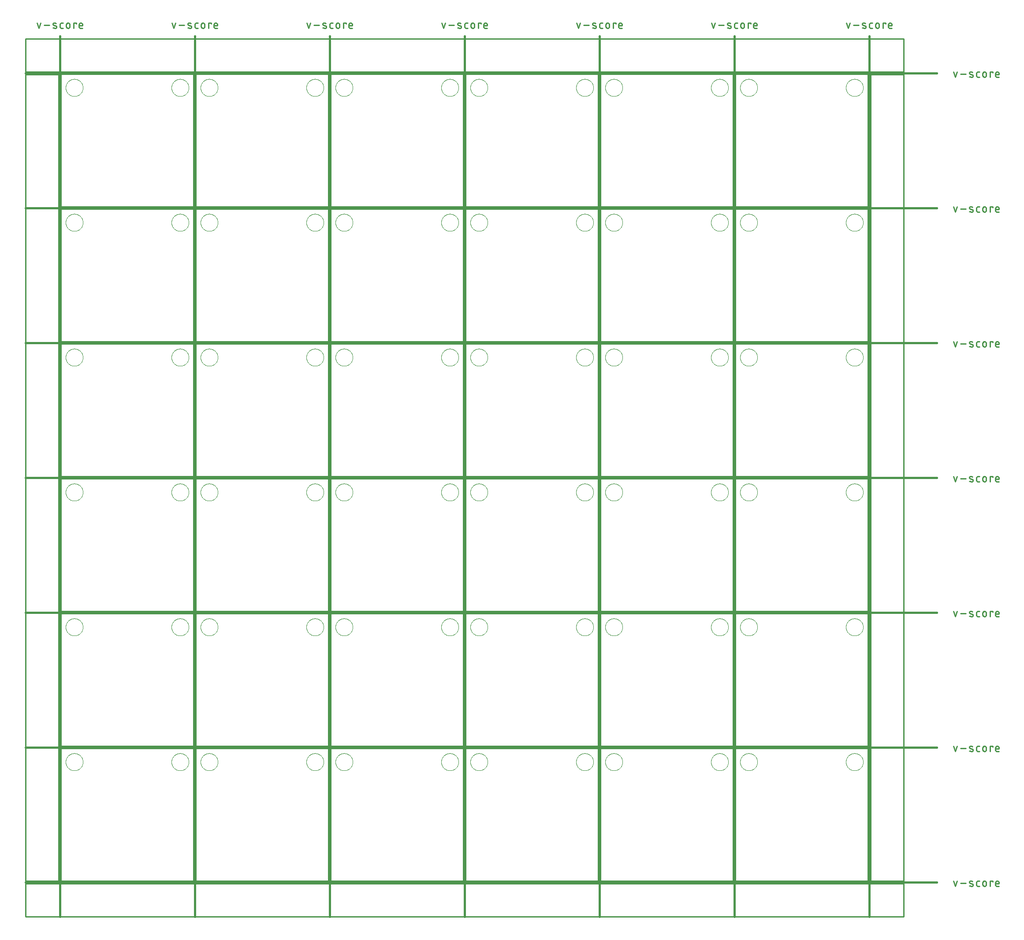
<source format=gko>
G04 EAGLE Gerber RS-274X export*
G75*
%MOMM*%
%FSLAX34Y34*%
%LPD*%
%IN*%
%IPPOS*%
%AMOC8*
5,1,8,0,0,1.08239X$1,22.5*%
G01*
%ADD10C,0.203200*%
%ADD11C,0.381000*%
%ADD12C,0.279400*%
%ADD13C,0.254000*%
%ADD14C,0.000000*%


D10*
X0Y0D02*
X0Y254000D01*
X254000Y254000D01*
X254000Y0D01*
X0Y0D01*
X259080Y0D02*
X259080Y254000D01*
X513080Y254000D01*
X513080Y0D01*
X259080Y0D01*
X518160Y0D02*
X518160Y254000D01*
X772160Y254000D01*
X772160Y0D01*
X518160Y0D01*
X777240Y0D02*
X777240Y254000D01*
X1031240Y254000D01*
X1031240Y0D01*
X777240Y0D01*
X1036320Y0D02*
X1036320Y254000D01*
X1290320Y254000D01*
X1290320Y0D01*
X1036320Y0D01*
X1295400Y0D02*
X1295400Y254000D01*
X1549400Y254000D01*
X1549400Y0D01*
X1295400Y0D01*
X0Y259080D02*
X0Y513080D01*
X254000Y513080D01*
X254000Y259080D01*
X0Y259080D01*
X259080Y259080D02*
X259080Y513080D01*
X513080Y513080D01*
X513080Y259080D01*
X259080Y259080D01*
X518160Y259080D02*
X518160Y513080D01*
X772160Y513080D01*
X772160Y259080D01*
X518160Y259080D01*
X777240Y259080D02*
X777240Y513080D01*
X1031240Y513080D01*
X1031240Y259080D01*
X777240Y259080D01*
X1036320Y259080D02*
X1036320Y513080D01*
X1290320Y513080D01*
X1290320Y259080D01*
X1036320Y259080D01*
X1295400Y259080D02*
X1295400Y513080D01*
X1549400Y513080D01*
X1549400Y259080D01*
X1295400Y259080D01*
X0Y518160D02*
X0Y772160D01*
X254000Y772160D01*
X254000Y518160D01*
X0Y518160D01*
X259080Y518160D02*
X259080Y772160D01*
X513080Y772160D01*
X513080Y518160D01*
X259080Y518160D01*
X518160Y518160D02*
X518160Y772160D01*
X772160Y772160D01*
X772160Y518160D01*
X518160Y518160D01*
X777240Y518160D02*
X777240Y772160D01*
X1031240Y772160D01*
X1031240Y518160D01*
X777240Y518160D01*
X1036320Y518160D02*
X1036320Y772160D01*
X1290320Y772160D01*
X1290320Y518160D01*
X1036320Y518160D01*
X1295400Y518160D02*
X1295400Y772160D01*
X1549400Y772160D01*
X1549400Y518160D01*
X1295400Y518160D01*
X0Y777240D02*
X0Y1031240D01*
X254000Y1031240D01*
X254000Y777240D01*
X0Y777240D01*
X259080Y777240D02*
X259080Y1031240D01*
X513080Y1031240D01*
X513080Y777240D01*
X259080Y777240D01*
X518160Y777240D02*
X518160Y1031240D01*
X772160Y1031240D01*
X772160Y777240D01*
X518160Y777240D01*
X777240Y777240D02*
X777240Y1031240D01*
X1031240Y1031240D01*
X1031240Y777240D01*
X777240Y777240D01*
X1036320Y777240D02*
X1036320Y1031240D01*
X1290320Y1031240D01*
X1290320Y777240D01*
X1036320Y777240D01*
X1295400Y777240D02*
X1295400Y1031240D01*
X1549400Y1031240D01*
X1549400Y777240D01*
X1295400Y777240D01*
X0Y1036320D02*
X0Y1290320D01*
X254000Y1290320D01*
X254000Y1036320D01*
X0Y1036320D01*
X259080Y1036320D02*
X259080Y1290320D01*
X513080Y1290320D01*
X513080Y1036320D01*
X259080Y1036320D01*
X518160Y1036320D02*
X518160Y1290320D01*
X772160Y1290320D01*
X772160Y1036320D01*
X518160Y1036320D01*
X777240Y1036320D02*
X777240Y1290320D01*
X1031240Y1290320D01*
X1031240Y1036320D01*
X777240Y1036320D01*
X1036320Y1036320D02*
X1036320Y1290320D01*
X1290320Y1290320D01*
X1290320Y1036320D01*
X1036320Y1036320D01*
X1295400Y1036320D02*
X1295400Y1290320D01*
X1549400Y1290320D01*
X1549400Y1036320D01*
X1295400Y1036320D01*
X0Y1295400D02*
X0Y1549400D01*
X254000Y1549400D01*
X254000Y1295400D01*
X0Y1295400D01*
X259080Y1295400D02*
X259080Y1549400D01*
X513080Y1549400D01*
X513080Y1295400D01*
X259080Y1295400D01*
X518160Y1295400D02*
X518160Y1549400D01*
X772160Y1549400D01*
X772160Y1295400D01*
X518160Y1295400D01*
X777240Y1295400D02*
X777240Y1549400D01*
X1031240Y1549400D01*
X1031240Y1295400D01*
X777240Y1295400D01*
X1036320Y1295400D02*
X1036320Y1549400D01*
X1290320Y1549400D01*
X1290320Y1295400D01*
X1036320Y1295400D01*
X1295400Y1295400D02*
X1295400Y1549400D01*
X1549400Y1549400D01*
X1549400Y1295400D01*
X1295400Y1295400D01*
D11*
X-2540Y1623060D02*
X-2540Y-68580D01*
D12*
X-42921Y1638427D02*
X-46251Y1648418D01*
X-39590Y1648418D02*
X-42921Y1638427D01*
X-32806Y1644255D02*
X-22815Y1644255D01*
X-14261Y1644255D02*
X-10098Y1642590D01*
X-14261Y1644254D02*
X-14346Y1644290D01*
X-14429Y1644330D01*
X-14510Y1644373D01*
X-14590Y1644420D01*
X-14667Y1644470D01*
X-14743Y1644523D01*
X-14816Y1644579D01*
X-14886Y1644639D01*
X-14954Y1644701D01*
X-15019Y1644766D01*
X-15081Y1644834D01*
X-15141Y1644905D01*
X-15197Y1644978D01*
X-15250Y1645053D01*
X-15300Y1645131D01*
X-15346Y1645210D01*
X-15389Y1645292D01*
X-15429Y1645375D01*
X-15465Y1645460D01*
X-15497Y1645546D01*
X-15526Y1645634D01*
X-15550Y1645723D01*
X-15571Y1645813D01*
X-15588Y1645903D01*
X-15602Y1645994D01*
X-15611Y1646086D01*
X-15616Y1646178D01*
X-15618Y1646270D01*
X-15616Y1646362D01*
X-15609Y1646454D01*
X-15599Y1646546D01*
X-15585Y1646637D01*
X-15567Y1646728D01*
X-15545Y1646817D01*
X-15519Y1646906D01*
X-15489Y1646993D01*
X-15456Y1647079D01*
X-15419Y1647163D01*
X-15379Y1647246D01*
X-15335Y1647327D01*
X-15288Y1647406D01*
X-15237Y1647483D01*
X-15183Y1647558D01*
X-15126Y1647631D01*
X-15066Y1647701D01*
X-15003Y1647768D01*
X-14937Y1647832D01*
X-14869Y1647894D01*
X-14798Y1647953D01*
X-14724Y1648008D01*
X-14648Y1648061D01*
X-14570Y1648110D01*
X-14490Y1648156D01*
X-14409Y1648198D01*
X-14325Y1648237D01*
X-14240Y1648272D01*
X-14153Y1648303D01*
X-14065Y1648331D01*
X-13976Y1648355D01*
X-13886Y1648375D01*
X-13796Y1648392D01*
X-13704Y1648404D01*
X-13612Y1648413D01*
X-13520Y1648417D01*
X-13428Y1648418D01*
X-13201Y1648412D01*
X-12974Y1648401D01*
X-12747Y1648384D01*
X-12521Y1648361D01*
X-12295Y1648334D01*
X-12070Y1648300D01*
X-11846Y1648262D01*
X-11623Y1648218D01*
X-11401Y1648169D01*
X-11180Y1648114D01*
X-10961Y1648054D01*
X-10743Y1647989D01*
X-10527Y1647918D01*
X-10313Y1647843D01*
X-10100Y1647762D01*
X-9890Y1647676D01*
X-9681Y1647585D01*
X-10098Y1642590D02*
X-10013Y1642554D01*
X-9930Y1642514D01*
X-9849Y1642471D01*
X-9769Y1642424D01*
X-9692Y1642374D01*
X-9616Y1642321D01*
X-9543Y1642265D01*
X-9473Y1642205D01*
X-9405Y1642143D01*
X-9340Y1642078D01*
X-9278Y1642010D01*
X-9218Y1641939D01*
X-9162Y1641866D01*
X-9109Y1641791D01*
X-9059Y1641713D01*
X-9013Y1641634D01*
X-8970Y1641552D01*
X-8930Y1641469D01*
X-8894Y1641384D01*
X-8862Y1641298D01*
X-8833Y1641210D01*
X-8809Y1641121D01*
X-8788Y1641031D01*
X-8771Y1640941D01*
X-8757Y1640850D01*
X-8748Y1640758D01*
X-8743Y1640666D01*
X-8741Y1640574D01*
X-8743Y1640482D01*
X-8750Y1640390D01*
X-8760Y1640298D01*
X-8774Y1640207D01*
X-8792Y1640116D01*
X-8814Y1640027D01*
X-8840Y1639938D01*
X-8870Y1639851D01*
X-8903Y1639765D01*
X-8940Y1639681D01*
X-8980Y1639598D01*
X-9024Y1639517D01*
X-9071Y1639438D01*
X-9122Y1639361D01*
X-9176Y1639286D01*
X-9233Y1639213D01*
X-9293Y1639143D01*
X-9356Y1639076D01*
X-9422Y1639012D01*
X-9490Y1638950D01*
X-9561Y1638891D01*
X-9635Y1638836D01*
X-9711Y1638783D01*
X-9789Y1638734D01*
X-9869Y1638688D01*
X-9950Y1638646D01*
X-10034Y1638607D01*
X-10119Y1638572D01*
X-10206Y1638541D01*
X-10294Y1638513D01*
X-10383Y1638489D01*
X-10473Y1638469D01*
X-10563Y1638452D01*
X-10655Y1638440D01*
X-10747Y1638431D01*
X-10839Y1638427D01*
X-10931Y1638426D01*
X-10931Y1638427D02*
X-11265Y1638436D01*
X-11598Y1638453D01*
X-11931Y1638477D01*
X-12264Y1638510D01*
X-12595Y1638550D01*
X-12926Y1638598D01*
X-13255Y1638654D01*
X-13583Y1638717D01*
X-13909Y1638789D01*
X-14233Y1638868D01*
X-14556Y1638954D01*
X-14876Y1639049D01*
X-15194Y1639151D01*
X-15510Y1639260D01*
X562Y1638427D02*
X3892Y1638427D01*
X562Y1638427D02*
X464Y1638429D01*
X366Y1638435D01*
X268Y1638444D01*
X171Y1638458D01*
X75Y1638475D01*
X-21Y1638496D01*
X-116Y1638521D01*
X-210Y1638549D01*
X-303Y1638581D01*
X-394Y1638617D01*
X-484Y1638656D01*
X-572Y1638699D01*
X-659Y1638746D01*
X-743Y1638795D01*
X-826Y1638848D01*
X-906Y1638904D01*
X-985Y1638963D01*
X-1060Y1639026D01*
X-1134Y1639091D01*
X-1204Y1639159D01*
X-1272Y1639229D01*
X-1338Y1639303D01*
X-1400Y1639379D01*
X-1459Y1639457D01*
X-1515Y1639537D01*
X-1568Y1639620D01*
X-1618Y1639704D01*
X-1664Y1639791D01*
X-1707Y1639879D01*
X-1746Y1639969D01*
X-1782Y1640060D01*
X-1814Y1640153D01*
X-1842Y1640247D01*
X-1867Y1640342D01*
X-1888Y1640438D01*
X-1905Y1640534D01*
X-1919Y1640631D01*
X-1928Y1640729D01*
X-1934Y1640827D01*
X-1936Y1640925D01*
X-1936Y1645920D01*
X-1934Y1646018D01*
X-1928Y1646116D01*
X-1919Y1646214D01*
X-1905Y1646311D01*
X-1888Y1646407D01*
X-1867Y1646503D01*
X-1842Y1646598D01*
X-1814Y1646692D01*
X-1782Y1646785D01*
X-1746Y1646876D01*
X-1707Y1646966D01*
X-1664Y1647054D01*
X-1617Y1647141D01*
X-1568Y1647225D01*
X-1515Y1647308D01*
X-1459Y1647388D01*
X-1400Y1647466D01*
X-1337Y1647542D01*
X-1272Y1647616D01*
X-1204Y1647686D01*
X-1134Y1647754D01*
X-1060Y1647819D01*
X-984Y1647882D01*
X-906Y1647941D01*
X-826Y1647997D01*
X-743Y1648050D01*
X-659Y1648099D01*
X-572Y1648146D01*
X-484Y1648189D01*
X-394Y1648228D01*
X-303Y1648264D01*
X-210Y1648296D01*
X-116Y1648324D01*
X-21Y1648349D01*
X75Y1648370D01*
X171Y1648387D01*
X268Y1648401D01*
X366Y1648410D01*
X464Y1648416D01*
X562Y1648418D01*
X3892Y1648418D01*
X10022Y1645087D02*
X10022Y1641757D01*
X10022Y1645087D02*
X10024Y1645201D01*
X10030Y1645314D01*
X10039Y1645428D01*
X10053Y1645540D01*
X10070Y1645653D01*
X10092Y1645765D01*
X10117Y1645875D01*
X10145Y1645985D01*
X10178Y1646094D01*
X10214Y1646202D01*
X10254Y1646309D01*
X10298Y1646414D01*
X10345Y1646517D01*
X10395Y1646619D01*
X10449Y1646719D01*
X10507Y1646817D01*
X10568Y1646913D01*
X10631Y1647007D01*
X10699Y1647099D01*
X10769Y1647189D01*
X10842Y1647275D01*
X10918Y1647360D01*
X10997Y1647442D01*
X11079Y1647521D01*
X11164Y1647597D01*
X11250Y1647670D01*
X11340Y1647740D01*
X11432Y1647808D01*
X11526Y1647871D01*
X11622Y1647932D01*
X11720Y1647990D01*
X11820Y1648044D01*
X11922Y1648094D01*
X12025Y1648141D01*
X12130Y1648185D01*
X12237Y1648225D01*
X12345Y1648261D01*
X12454Y1648294D01*
X12564Y1648322D01*
X12674Y1648347D01*
X12786Y1648369D01*
X12899Y1648386D01*
X13011Y1648400D01*
X13125Y1648409D01*
X13238Y1648415D01*
X13352Y1648417D01*
X13466Y1648415D01*
X13579Y1648409D01*
X13693Y1648400D01*
X13805Y1648386D01*
X13918Y1648369D01*
X14030Y1648347D01*
X14140Y1648322D01*
X14250Y1648294D01*
X14359Y1648261D01*
X14467Y1648225D01*
X14574Y1648185D01*
X14679Y1648141D01*
X14782Y1648094D01*
X14884Y1648044D01*
X14984Y1647990D01*
X15082Y1647932D01*
X15178Y1647871D01*
X15272Y1647808D01*
X15364Y1647740D01*
X15454Y1647670D01*
X15540Y1647597D01*
X15625Y1647521D01*
X15707Y1647442D01*
X15786Y1647360D01*
X15862Y1647275D01*
X15935Y1647189D01*
X16005Y1647099D01*
X16073Y1647007D01*
X16136Y1646913D01*
X16197Y1646817D01*
X16255Y1646719D01*
X16309Y1646619D01*
X16359Y1646517D01*
X16406Y1646414D01*
X16450Y1646309D01*
X16490Y1646202D01*
X16526Y1646094D01*
X16559Y1645985D01*
X16587Y1645875D01*
X16612Y1645765D01*
X16634Y1645653D01*
X16651Y1645540D01*
X16665Y1645428D01*
X16674Y1645314D01*
X16680Y1645201D01*
X16682Y1645087D01*
X16682Y1641757D01*
X16680Y1641643D01*
X16674Y1641530D01*
X16665Y1641416D01*
X16651Y1641304D01*
X16634Y1641191D01*
X16612Y1641079D01*
X16587Y1640969D01*
X16559Y1640859D01*
X16526Y1640750D01*
X16490Y1640642D01*
X16450Y1640535D01*
X16406Y1640430D01*
X16359Y1640327D01*
X16309Y1640225D01*
X16255Y1640125D01*
X16197Y1640027D01*
X16136Y1639931D01*
X16073Y1639837D01*
X16005Y1639745D01*
X15935Y1639655D01*
X15862Y1639569D01*
X15786Y1639484D01*
X15707Y1639402D01*
X15625Y1639323D01*
X15540Y1639247D01*
X15454Y1639174D01*
X15364Y1639104D01*
X15272Y1639036D01*
X15178Y1638973D01*
X15082Y1638912D01*
X14984Y1638854D01*
X14884Y1638800D01*
X14782Y1638750D01*
X14679Y1638703D01*
X14574Y1638659D01*
X14467Y1638619D01*
X14359Y1638583D01*
X14250Y1638550D01*
X14140Y1638522D01*
X14030Y1638497D01*
X13918Y1638475D01*
X13805Y1638458D01*
X13693Y1638444D01*
X13579Y1638435D01*
X13466Y1638429D01*
X13352Y1638427D01*
X13238Y1638429D01*
X13125Y1638435D01*
X13011Y1638444D01*
X12899Y1638458D01*
X12786Y1638475D01*
X12674Y1638497D01*
X12564Y1638522D01*
X12454Y1638550D01*
X12345Y1638583D01*
X12237Y1638619D01*
X12130Y1638659D01*
X12025Y1638703D01*
X11922Y1638750D01*
X11820Y1638800D01*
X11720Y1638854D01*
X11622Y1638912D01*
X11526Y1638973D01*
X11432Y1639036D01*
X11340Y1639104D01*
X11250Y1639174D01*
X11164Y1639247D01*
X11079Y1639323D01*
X10997Y1639402D01*
X10918Y1639484D01*
X10842Y1639569D01*
X10769Y1639655D01*
X10699Y1639745D01*
X10631Y1639837D01*
X10568Y1639931D01*
X10507Y1640027D01*
X10449Y1640125D01*
X10395Y1640225D01*
X10345Y1640327D01*
X10298Y1640430D01*
X10254Y1640535D01*
X10214Y1640642D01*
X10178Y1640750D01*
X10145Y1640859D01*
X10117Y1640969D01*
X10092Y1641079D01*
X10070Y1641191D01*
X10053Y1641304D01*
X10039Y1641416D01*
X10030Y1641530D01*
X10024Y1641643D01*
X10022Y1641757D01*
X24218Y1638427D02*
X24218Y1648418D01*
X29213Y1648418D01*
X29213Y1646753D01*
X37008Y1638427D02*
X41171Y1638427D01*
X37008Y1638427D02*
X36910Y1638429D01*
X36812Y1638435D01*
X36714Y1638444D01*
X36617Y1638458D01*
X36521Y1638475D01*
X36425Y1638496D01*
X36330Y1638521D01*
X36236Y1638549D01*
X36143Y1638581D01*
X36052Y1638617D01*
X35962Y1638656D01*
X35874Y1638699D01*
X35787Y1638746D01*
X35703Y1638795D01*
X35620Y1638848D01*
X35540Y1638904D01*
X35462Y1638963D01*
X35386Y1639026D01*
X35312Y1639091D01*
X35242Y1639159D01*
X35174Y1639229D01*
X35109Y1639303D01*
X35046Y1639379D01*
X34987Y1639457D01*
X34931Y1639537D01*
X34878Y1639620D01*
X34829Y1639704D01*
X34782Y1639791D01*
X34739Y1639879D01*
X34700Y1639969D01*
X34664Y1640060D01*
X34632Y1640153D01*
X34604Y1640247D01*
X34579Y1640342D01*
X34558Y1640438D01*
X34541Y1640534D01*
X34527Y1640631D01*
X34518Y1640729D01*
X34512Y1640827D01*
X34510Y1640925D01*
X34510Y1645087D01*
X34511Y1645087D02*
X34513Y1645201D01*
X34519Y1645314D01*
X34528Y1645428D01*
X34542Y1645540D01*
X34559Y1645653D01*
X34581Y1645765D01*
X34606Y1645875D01*
X34634Y1645985D01*
X34667Y1646094D01*
X34703Y1646202D01*
X34743Y1646309D01*
X34787Y1646414D01*
X34834Y1646517D01*
X34884Y1646619D01*
X34938Y1646719D01*
X34996Y1646817D01*
X35057Y1646913D01*
X35120Y1647007D01*
X35188Y1647099D01*
X35258Y1647189D01*
X35331Y1647275D01*
X35407Y1647360D01*
X35486Y1647442D01*
X35568Y1647521D01*
X35653Y1647597D01*
X35739Y1647670D01*
X35829Y1647740D01*
X35921Y1647808D01*
X36015Y1647871D01*
X36111Y1647932D01*
X36209Y1647990D01*
X36309Y1648044D01*
X36411Y1648094D01*
X36514Y1648141D01*
X36619Y1648185D01*
X36726Y1648225D01*
X36834Y1648261D01*
X36943Y1648294D01*
X37053Y1648322D01*
X37163Y1648347D01*
X37275Y1648369D01*
X37388Y1648386D01*
X37500Y1648400D01*
X37614Y1648409D01*
X37727Y1648415D01*
X37841Y1648417D01*
X37955Y1648415D01*
X38068Y1648409D01*
X38182Y1648400D01*
X38294Y1648386D01*
X38407Y1648369D01*
X38519Y1648347D01*
X38629Y1648322D01*
X38739Y1648294D01*
X38848Y1648261D01*
X38956Y1648225D01*
X39063Y1648185D01*
X39168Y1648141D01*
X39271Y1648094D01*
X39373Y1648044D01*
X39473Y1647990D01*
X39571Y1647932D01*
X39667Y1647871D01*
X39761Y1647808D01*
X39853Y1647740D01*
X39943Y1647670D01*
X40029Y1647597D01*
X40114Y1647521D01*
X40196Y1647442D01*
X40275Y1647360D01*
X40351Y1647275D01*
X40424Y1647189D01*
X40494Y1647099D01*
X40562Y1647007D01*
X40625Y1646913D01*
X40686Y1646817D01*
X40744Y1646719D01*
X40798Y1646619D01*
X40848Y1646517D01*
X40895Y1646414D01*
X40939Y1646309D01*
X40979Y1646202D01*
X41015Y1646094D01*
X41048Y1645985D01*
X41076Y1645875D01*
X41101Y1645765D01*
X41123Y1645653D01*
X41140Y1645540D01*
X41154Y1645428D01*
X41163Y1645314D01*
X41169Y1645201D01*
X41171Y1645087D01*
X41171Y1643422D01*
X34510Y1643422D01*
D11*
X256540Y1623060D02*
X256540Y-68580D01*
D12*
X216159Y1638427D02*
X212829Y1648418D01*
X219490Y1648418D02*
X216159Y1638427D01*
X226274Y1644255D02*
X236265Y1644255D01*
X244819Y1644255D02*
X248982Y1642590D01*
X244819Y1644254D02*
X244734Y1644290D01*
X244651Y1644330D01*
X244570Y1644373D01*
X244490Y1644420D01*
X244413Y1644470D01*
X244337Y1644523D01*
X244264Y1644579D01*
X244194Y1644639D01*
X244126Y1644701D01*
X244061Y1644766D01*
X243999Y1644834D01*
X243939Y1644905D01*
X243883Y1644978D01*
X243830Y1645053D01*
X243780Y1645131D01*
X243734Y1645210D01*
X243691Y1645292D01*
X243651Y1645375D01*
X243615Y1645460D01*
X243583Y1645546D01*
X243554Y1645634D01*
X243530Y1645723D01*
X243509Y1645813D01*
X243492Y1645903D01*
X243478Y1645994D01*
X243469Y1646086D01*
X243464Y1646178D01*
X243462Y1646270D01*
X243464Y1646362D01*
X243471Y1646454D01*
X243481Y1646546D01*
X243495Y1646637D01*
X243513Y1646728D01*
X243535Y1646817D01*
X243561Y1646906D01*
X243591Y1646993D01*
X243624Y1647079D01*
X243661Y1647163D01*
X243701Y1647246D01*
X243745Y1647327D01*
X243792Y1647406D01*
X243843Y1647483D01*
X243897Y1647558D01*
X243954Y1647631D01*
X244014Y1647701D01*
X244077Y1647768D01*
X244143Y1647832D01*
X244211Y1647894D01*
X244282Y1647953D01*
X244356Y1648008D01*
X244432Y1648061D01*
X244510Y1648110D01*
X244590Y1648156D01*
X244671Y1648198D01*
X244755Y1648237D01*
X244840Y1648272D01*
X244927Y1648303D01*
X245015Y1648331D01*
X245104Y1648355D01*
X245194Y1648375D01*
X245284Y1648392D01*
X245376Y1648404D01*
X245468Y1648413D01*
X245560Y1648417D01*
X245652Y1648418D01*
X245879Y1648412D01*
X246106Y1648401D01*
X246333Y1648384D01*
X246559Y1648361D01*
X246785Y1648334D01*
X247010Y1648300D01*
X247234Y1648262D01*
X247457Y1648218D01*
X247679Y1648169D01*
X247900Y1648114D01*
X248119Y1648054D01*
X248337Y1647989D01*
X248553Y1647918D01*
X248767Y1647843D01*
X248980Y1647762D01*
X249190Y1647676D01*
X249399Y1647585D01*
X248982Y1642590D02*
X249067Y1642554D01*
X249150Y1642514D01*
X249231Y1642471D01*
X249311Y1642424D01*
X249388Y1642374D01*
X249464Y1642321D01*
X249537Y1642265D01*
X249607Y1642205D01*
X249675Y1642143D01*
X249740Y1642078D01*
X249802Y1642010D01*
X249862Y1641939D01*
X249918Y1641866D01*
X249971Y1641791D01*
X250021Y1641713D01*
X250067Y1641634D01*
X250110Y1641552D01*
X250150Y1641469D01*
X250186Y1641384D01*
X250218Y1641298D01*
X250247Y1641210D01*
X250271Y1641121D01*
X250292Y1641031D01*
X250309Y1640941D01*
X250323Y1640850D01*
X250332Y1640758D01*
X250337Y1640666D01*
X250339Y1640574D01*
X250337Y1640482D01*
X250330Y1640390D01*
X250320Y1640298D01*
X250306Y1640207D01*
X250288Y1640116D01*
X250266Y1640027D01*
X250240Y1639938D01*
X250210Y1639851D01*
X250177Y1639765D01*
X250140Y1639681D01*
X250100Y1639598D01*
X250056Y1639517D01*
X250009Y1639438D01*
X249958Y1639361D01*
X249904Y1639286D01*
X249847Y1639213D01*
X249787Y1639143D01*
X249724Y1639076D01*
X249658Y1639012D01*
X249590Y1638950D01*
X249519Y1638891D01*
X249445Y1638836D01*
X249369Y1638783D01*
X249291Y1638734D01*
X249211Y1638688D01*
X249130Y1638646D01*
X249046Y1638607D01*
X248961Y1638572D01*
X248874Y1638541D01*
X248786Y1638513D01*
X248697Y1638489D01*
X248607Y1638469D01*
X248517Y1638452D01*
X248425Y1638440D01*
X248333Y1638431D01*
X248241Y1638427D01*
X248149Y1638426D01*
X248149Y1638427D02*
X247815Y1638436D01*
X247482Y1638453D01*
X247149Y1638477D01*
X246816Y1638510D01*
X246485Y1638550D01*
X246154Y1638598D01*
X245825Y1638654D01*
X245497Y1638717D01*
X245171Y1638789D01*
X244847Y1638868D01*
X244524Y1638954D01*
X244204Y1639049D01*
X243886Y1639151D01*
X243570Y1639260D01*
X259642Y1638427D02*
X262972Y1638427D01*
X259642Y1638427D02*
X259544Y1638429D01*
X259446Y1638435D01*
X259348Y1638444D01*
X259251Y1638458D01*
X259155Y1638475D01*
X259059Y1638496D01*
X258964Y1638521D01*
X258870Y1638549D01*
X258777Y1638581D01*
X258686Y1638617D01*
X258596Y1638656D01*
X258508Y1638699D01*
X258421Y1638746D01*
X258337Y1638795D01*
X258254Y1638848D01*
X258174Y1638904D01*
X258096Y1638963D01*
X258020Y1639026D01*
X257946Y1639091D01*
X257876Y1639159D01*
X257808Y1639229D01*
X257743Y1639303D01*
X257680Y1639379D01*
X257621Y1639457D01*
X257565Y1639537D01*
X257512Y1639620D01*
X257463Y1639704D01*
X257416Y1639791D01*
X257373Y1639879D01*
X257334Y1639969D01*
X257298Y1640060D01*
X257266Y1640153D01*
X257238Y1640247D01*
X257213Y1640342D01*
X257192Y1640438D01*
X257175Y1640534D01*
X257161Y1640631D01*
X257152Y1640729D01*
X257146Y1640827D01*
X257144Y1640925D01*
X257144Y1645920D01*
X257146Y1646018D01*
X257152Y1646116D01*
X257161Y1646214D01*
X257175Y1646311D01*
X257192Y1646407D01*
X257213Y1646503D01*
X257238Y1646598D01*
X257266Y1646692D01*
X257298Y1646785D01*
X257334Y1646876D01*
X257373Y1646966D01*
X257416Y1647054D01*
X257463Y1647141D01*
X257512Y1647225D01*
X257565Y1647308D01*
X257621Y1647388D01*
X257680Y1647467D01*
X257743Y1647542D01*
X257808Y1647616D01*
X257876Y1647686D01*
X257946Y1647754D01*
X258020Y1647820D01*
X258096Y1647882D01*
X258174Y1647941D01*
X258254Y1647997D01*
X258337Y1648050D01*
X258421Y1648100D01*
X258508Y1648146D01*
X258596Y1648189D01*
X258686Y1648228D01*
X258777Y1648264D01*
X258870Y1648296D01*
X258964Y1648324D01*
X259059Y1648349D01*
X259155Y1648370D01*
X259251Y1648387D01*
X259348Y1648401D01*
X259446Y1648410D01*
X259544Y1648416D01*
X259642Y1648418D01*
X262972Y1648418D01*
X269102Y1645087D02*
X269102Y1641757D01*
X269102Y1645087D02*
X269104Y1645201D01*
X269110Y1645314D01*
X269119Y1645428D01*
X269133Y1645540D01*
X269150Y1645653D01*
X269172Y1645765D01*
X269197Y1645875D01*
X269225Y1645985D01*
X269258Y1646094D01*
X269294Y1646202D01*
X269334Y1646309D01*
X269378Y1646414D01*
X269425Y1646517D01*
X269475Y1646619D01*
X269529Y1646719D01*
X269587Y1646817D01*
X269648Y1646913D01*
X269711Y1647007D01*
X269779Y1647099D01*
X269849Y1647189D01*
X269922Y1647275D01*
X269998Y1647360D01*
X270077Y1647442D01*
X270159Y1647521D01*
X270244Y1647597D01*
X270330Y1647670D01*
X270420Y1647740D01*
X270512Y1647808D01*
X270606Y1647871D01*
X270702Y1647932D01*
X270800Y1647990D01*
X270900Y1648044D01*
X271002Y1648094D01*
X271105Y1648141D01*
X271210Y1648185D01*
X271317Y1648225D01*
X271425Y1648261D01*
X271534Y1648294D01*
X271644Y1648322D01*
X271754Y1648347D01*
X271866Y1648369D01*
X271979Y1648386D01*
X272091Y1648400D01*
X272205Y1648409D01*
X272318Y1648415D01*
X272432Y1648417D01*
X272546Y1648415D01*
X272659Y1648409D01*
X272773Y1648400D01*
X272885Y1648386D01*
X272998Y1648369D01*
X273110Y1648347D01*
X273220Y1648322D01*
X273330Y1648294D01*
X273439Y1648261D01*
X273547Y1648225D01*
X273654Y1648185D01*
X273759Y1648141D01*
X273862Y1648094D01*
X273964Y1648044D01*
X274064Y1647990D01*
X274162Y1647932D01*
X274258Y1647871D01*
X274352Y1647808D01*
X274444Y1647740D01*
X274534Y1647670D01*
X274620Y1647597D01*
X274705Y1647521D01*
X274787Y1647442D01*
X274866Y1647360D01*
X274942Y1647275D01*
X275015Y1647189D01*
X275085Y1647099D01*
X275153Y1647007D01*
X275216Y1646913D01*
X275277Y1646817D01*
X275335Y1646719D01*
X275389Y1646619D01*
X275439Y1646517D01*
X275486Y1646414D01*
X275530Y1646309D01*
X275570Y1646202D01*
X275606Y1646094D01*
X275639Y1645985D01*
X275667Y1645875D01*
X275692Y1645765D01*
X275714Y1645653D01*
X275731Y1645540D01*
X275745Y1645428D01*
X275754Y1645314D01*
X275760Y1645201D01*
X275762Y1645087D01*
X275762Y1641757D01*
X275760Y1641643D01*
X275754Y1641530D01*
X275745Y1641416D01*
X275731Y1641304D01*
X275714Y1641191D01*
X275692Y1641079D01*
X275667Y1640969D01*
X275639Y1640859D01*
X275606Y1640750D01*
X275570Y1640642D01*
X275530Y1640535D01*
X275486Y1640430D01*
X275439Y1640327D01*
X275389Y1640225D01*
X275335Y1640125D01*
X275277Y1640027D01*
X275216Y1639931D01*
X275153Y1639837D01*
X275085Y1639745D01*
X275015Y1639655D01*
X274942Y1639569D01*
X274866Y1639484D01*
X274787Y1639402D01*
X274705Y1639323D01*
X274620Y1639247D01*
X274534Y1639174D01*
X274444Y1639104D01*
X274352Y1639036D01*
X274258Y1638973D01*
X274162Y1638912D01*
X274064Y1638854D01*
X273964Y1638800D01*
X273862Y1638750D01*
X273759Y1638703D01*
X273654Y1638659D01*
X273547Y1638619D01*
X273439Y1638583D01*
X273330Y1638550D01*
X273220Y1638522D01*
X273110Y1638497D01*
X272998Y1638475D01*
X272885Y1638458D01*
X272773Y1638444D01*
X272659Y1638435D01*
X272546Y1638429D01*
X272432Y1638427D01*
X272318Y1638429D01*
X272205Y1638435D01*
X272091Y1638444D01*
X271979Y1638458D01*
X271866Y1638475D01*
X271754Y1638497D01*
X271644Y1638522D01*
X271534Y1638550D01*
X271425Y1638583D01*
X271317Y1638619D01*
X271210Y1638659D01*
X271105Y1638703D01*
X271002Y1638750D01*
X270900Y1638800D01*
X270800Y1638854D01*
X270702Y1638912D01*
X270606Y1638973D01*
X270512Y1639036D01*
X270420Y1639104D01*
X270330Y1639174D01*
X270244Y1639247D01*
X270159Y1639323D01*
X270077Y1639402D01*
X269998Y1639484D01*
X269922Y1639569D01*
X269849Y1639655D01*
X269779Y1639745D01*
X269711Y1639837D01*
X269648Y1639931D01*
X269587Y1640027D01*
X269529Y1640125D01*
X269475Y1640225D01*
X269425Y1640327D01*
X269378Y1640430D01*
X269334Y1640535D01*
X269294Y1640642D01*
X269258Y1640750D01*
X269225Y1640859D01*
X269197Y1640969D01*
X269172Y1641079D01*
X269150Y1641191D01*
X269133Y1641304D01*
X269119Y1641416D01*
X269110Y1641530D01*
X269104Y1641643D01*
X269102Y1641757D01*
X283298Y1638427D02*
X283298Y1648418D01*
X288293Y1648418D01*
X288293Y1646753D01*
X296088Y1638427D02*
X300251Y1638427D01*
X296088Y1638427D02*
X295990Y1638429D01*
X295892Y1638435D01*
X295794Y1638444D01*
X295697Y1638458D01*
X295601Y1638475D01*
X295505Y1638496D01*
X295410Y1638521D01*
X295316Y1638549D01*
X295223Y1638581D01*
X295132Y1638617D01*
X295042Y1638656D01*
X294954Y1638699D01*
X294867Y1638746D01*
X294783Y1638795D01*
X294700Y1638848D01*
X294620Y1638904D01*
X294542Y1638963D01*
X294466Y1639026D01*
X294392Y1639091D01*
X294322Y1639159D01*
X294254Y1639229D01*
X294189Y1639303D01*
X294126Y1639379D01*
X294067Y1639457D01*
X294011Y1639537D01*
X293958Y1639620D01*
X293909Y1639704D01*
X293862Y1639791D01*
X293819Y1639879D01*
X293780Y1639969D01*
X293744Y1640060D01*
X293712Y1640153D01*
X293684Y1640247D01*
X293659Y1640342D01*
X293638Y1640438D01*
X293621Y1640534D01*
X293607Y1640631D01*
X293598Y1640729D01*
X293592Y1640827D01*
X293590Y1640925D01*
X293590Y1645087D01*
X293591Y1645087D02*
X293593Y1645201D01*
X293599Y1645314D01*
X293608Y1645428D01*
X293622Y1645540D01*
X293639Y1645653D01*
X293661Y1645765D01*
X293686Y1645875D01*
X293714Y1645985D01*
X293747Y1646094D01*
X293783Y1646202D01*
X293823Y1646309D01*
X293867Y1646414D01*
X293914Y1646517D01*
X293964Y1646619D01*
X294018Y1646719D01*
X294076Y1646817D01*
X294137Y1646913D01*
X294200Y1647007D01*
X294268Y1647099D01*
X294338Y1647189D01*
X294411Y1647275D01*
X294487Y1647360D01*
X294566Y1647442D01*
X294648Y1647521D01*
X294733Y1647597D01*
X294819Y1647670D01*
X294909Y1647740D01*
X295001Y1647808D01*
X295095Y1647871D01*
X295191Y1647932D01*
X295289Y1647990D01*
X295389Y1648044D01*
X295491Y1648094D01*
X295594Y1648141D01*
X295699Y1648185D01*
X295806Y1648225D01*
X295914Y1648261D01*
X296023Y1648294D01*
X296133Y1648322D01*
X296243Y1648347D01*
X296355Y1648369D01*
X296468Y1648386D01*
X296580Y1648400D01*
X296694Y1648409D01*
X296807Y1648415D01*
X296921Y1648417D01*
X297035Y1648415D01*
X297148Y1648409D01*
X297262Y1648400D01*
X297374Y1648386D01*
X297487Y1648369D01*
X297599Y1648347D01*
X297709Y1648322D01*
X297819Y1648294D01*
X297928Y1648261D01*
X298036Y1648225D01*
X298143Y1648185D01*
X298248Y1648141D01*
X298351Y1648094D01*
X298453Y1648044D01*
X298553Y1647990D01*
X298651Y1647932D01*
X298747Y1647871D01*
X298841Y1647808D01*
X298933Y1647740D01*
X299023Y1647670D01*
X299109Y1647597D01*
X299194Y1647521D01*
X299276Y1647442D01*
X299355Y1647360D01*
X299431Y1647275D01*
X299504Y1647189D01*
X299574Y1647099D01*
X299642Y1647007D01*
X299705Y1646913D01*
X299766Y1646817D01*
X299824Y1646719D01*
X299878Y1646619D01*
X299928Y1646517D01*
X299975Y1646414D01*
X300019Y1646309D01*
X300059Y1646202D01*
X300095Y1646094D01*
X300128Y1645985D01*
X300156Y1645875D01*
X300181Y1645765D01*
X300203Y1645653D01*
X300220Y1645540D01*
X300234Y1645428D01*
X300243Y1645314D01*
X300249Y1645201D01*
X300251Y1645087D01*
X300251Y1643422D01*
X293590Y1643422D01*
D11*
X515620Y1623060D02*
X515620Y-68580D01*
D12*
X475239Y1638427D02*
X471909Y1648418D01*
X478570Y1648418D02*
X475239Y1638427D01*
X485354Y1644255D02*
X495345Y1644255D01*
X503899Y1644255D02*
X508062Y1642590D01*
X503899Y1644254D02*
X503814Y1644290D01*
X503731Y1644330D01*
X503650Y1644373D01*
X503570Y1644420D01*
X503493Y1644470D01*
X503417Y1644523D01*
X503344Y1644579D01*
X503274Y1644639D01*
X503206Y1644701D01*
X503141Y1644766D01*
X503079Y1644834D01*
X503019Y1644905D01*
X502963Y1644978D01*
X502910Y1645053D01*
X502860Y1645131D01*
X502814Y1645210D01*
X502771Y1645292D01*
X502731Y1645375D01*
X502695Y1645460D01*
X502663Y1645546D01*
X502634Y1645634D01*
X502610Y1645723D01*
X502589Y1645813D01*
X502572Y1645903D01*
X502558Y1645994D01*
X502549Y1646086D01*
X502544Y1646178D01*
X502542Y1646270D01*
X502544Y1646362D01*
X502551Y1646454D01*
X502561Y1646546D01*
X502575Y1646637D01*
X502593Y1646728D01*
X502615Y1646817D01*
X502641Y1646906D01*
X502671Y1646993D01*
X502704Y1647079D01*
X502741Y1647163D01*
X502781Y1647246D01*
X502825Y1647327D01*
X502872Y1647406D01*
X502923Y1647483D01*
X502977Y1647558D01*
X503034Y1647631D01*
X503094Y1647701D01*
X503157Y1647768D01*
X503223Y1647832D01*
X503291Y1647894D01*
X503362Y1647953D01*
X503436Y1648008D01*
X503512Y1648061D01*
X503590Y1648110D01*
X503670Y1648156D01*
X503751Y1648198D01*
X503835Y1648237D01*
X503920Y1648272D01*
X504007Y1648303D01*
X504095Y1648331D01*
X504184Y1648355D01*
X504274Y1648375D01*
X504364Y1648392D01*
X504456Y1648404D01*
X504548Y1648413D01*
X504640Y1648417D01*
X504732Y1648418D01*
X504959Y1648412D01*
X505186Y1648401D01*
X505413Y1648384D01*
X505639Y1648361D01*
X505865Y1648334D01*
X506090Y1648300D01*
X506314Y1648262D01*
X506537Y1648218D01*
X506759Y1648169D01*
X506980Y1648114D01*
X507199Y1648054D01*
X507417Y1647989D01*
X507633Y1647918D01*
X507847Y1647843D01*
X508060Y1647762D01*
X508270Y1647676D01*
X508479Y1647585D01*
X508062Y1642590D02*
X508147Y1642554D01*
X508230Y1642514D01*
X508311Y1642471D01*
X508391Y1642424D01*
X508468Y1642374D01*
X508544Y1642321D01*
X508617Y1642265D01*
X508687Y1642205D01*
X508755Y1642143D01*
X508820Y1642078D01*
X508882Y1642010D01*
X508942Y1641939D01*
X508998Y1641866D01*
X509051Y1641791D01*
X509101Y1641713D01*
X509147Y1641634D01*
X509190Y1641552D01*
X509230Y1641469D01*
X509266Y1641384D01*
X509298Y1641298D01*
X509327Y1641210D01*
X509351Y1641121D01*
X509372Y1641031D01*
X509389Y1640941D01*
X509403Y1640850D01*
X509412Y1640758D01*
X509417Y1640666D01*
X509419Y1640574D01*
X509417Y1640482D01*
X509410Y1640390D01*
X509400Y1640298D01*
X509386Y1640207D01*
X509368Y1640116D01*
X509346Y1640027D01*
X509320Y1639938D01*
X509290Y1639851D01*
X509257Y1639765D01*
X509220Y1639681D01*
X509180Y1639598D01*
X509136Y1639517D01*
X509089Y1639438D01*
X509038Y1639361D01*
X508984Y1639286D01*
X508927Y1639213D01*
X508867Y1639143D01*
X508804Y1639076D01*
X508738Y1639012D01*
X508670Y1638950D01*
X508599Y1638891D01*
X508525Y1638836D01*
X508449Y1638783D01*
X508371Y1638734D01*
X508291Y1638688D01*
X508210Y1638646D01*
X508126Y1638607D01*
X508041Y1638572D01*
X507954Y1638541D01*
X507866Y1638513D01*
X507777Y1638489D01*
X507687Y1638469D01*
X507597Y1638452D01*
X507505Y1638440D01*
X507413Y1638431D01*
X507321Y1638427D01*
X507229Y1638426D01*
X507229Y1638427D02*
X506895Y1638436D01*
X506562Y1638453D01*
X506229Y1638477D01*
X505896Y1638510D01*
X505565Y1638550D01*
X505234Y1638598D01*
X504905Y1638654D01*
X504577Y1638717D01*
X504251Y1638789D01*
X503927Y1638868D01*
X503604Y1638954D01*
X503284Y1639049D01*
X502966Y1639151D01*
X502650Y1639260D01*
X518722Y1638427D02*
X522052Y1638427D01*
X518722Y1638427D02*
X518624Y1638429D01*
X518526Y1638435D01*
X518428Y1638444D01*
X518331Y1638458D01*
X518235Y1638475D01*
X518139Y1638496D01*
X518044Y1638521D01*
X517950Y1638549D01*
X517857Y1638581D01*
X517766Y1638617D01*
X517676Y1638656D01*
X517588Y1638699D01*
X517501Y1638746D01*
X517417Y1638795D01*
X517334Y1638848D01*
X517254Y1638904D01*
X517176Y1638963D01*
X517100Y1639026D01*
X517026Y1639091D01*
X516956Y1639159D01*
X516888Y1639229D01*
X516823Y1639303D01*
X516760Y1639379D01*
X516701Y1639457D01*
X516645Y1639537D01*
X516592Y1639620D01*
X516543Y1639704D01*
X516496Y1639791D01*
X516453Y1639879D01*
X516414Y1639969D01*
X516378Y1640060D01*
X516346Y1640153D01*
X516318Y1640247D01*
X516293Y1640342D01*
X516272Y1640438D01*
X516255Y1640534D01*
X516241Y1640631D01*
X516232Y1640729D01*
X516226Y1640827D01*
X516224Y1640925D01*
X516224Y1645920D01*
X516226Y1646018D01*
X516232Y1646116D01*
X516241Y1646214D01*
X516255Y1646311D01*
X516272Y1646407D01*
X516293Y1646503D01*
X516318Y1646598D01*
X516346Y1646692D01*
X516378Y1646785D01*
X516414Y1646876D01*
X516453Y1646966D01*
X516496Y1647054D01*
X516543Y1647141D01*
X516592Y1647225D01*
X516645Y1647308D01*
X516701Y1647388D01*
X516760Y1647467D01*
X516823Y1647542D01*
X516888Y1647616D01*
X516956Y1647686D01*
X517026Y1647754D01*
X517100Y1647820D01*
X517176Y1647882D01*
X517254Y1647941D01*
X517334Y1647997D01*
X517417Y1648050D01*
X517501Y1648100D01*
X517588Y1648146D01*
X517676Y1648189D01*
X517766Y1648228D01*
X517857Y1648264D01*
X517950Y1648296D01*
X518044Y1648324D01*
X518139Y1648349D01*
X518235Y1648370D01*
X518331Y1648387D01*
X518428Y1648401D01*
X518526Y1648410D01*
X518624Y1648416D01*
X518722Y1648418D01*
X522052Y1648418D01*
X528182Y1645087D02*
X528182Y1641757D01*
X528182Y1645087D02*
X528184Y1645201D01*
X528190Y1645314D01*
X528199Y1645428D01*
X528213Y1645540D01*
X528230Y1645653D01*
X528252Y1645765D01*
X528277Y1645875D01*
X528305Y1645985D01*
X528338Y1646094D01*
X528374Y1646202D01*
X528414Y1646309D01*
X528458Y1646414D01*
X528505Y1646517D01*
X528555Y1646619D01*
X528609Y1646719D01*
X528667Y1646817D01*
X528728Y1646913D01*
X528791Y1647007D01*
X528859Y1647099D01*
X528929Y1647189D01*
X529002Y1647275D01*
X529078Y1647360D01*
X529157Y1647442D01*
X529239Y1647521D01*
X529324Y1647597D01*
X529410Y1647670D01*
X529500Y1647740D01*
X529592Y1647808D01*
X529686Y1647871D01*
X529782Y1647932D01*
X529880Y1647990D01*
X529980Y1648044D01*
X530082Y1648094D01*
X530185Y1648141D01*
X530290Y1648185D01*
X530397Y1648225D01*
X530505Y1648261D01*
X530614Y1648294D01*
X530724Y1648322D01*
X530834Y1648347D01*
X530946Y1648369D01*
X531059Y1648386D01*
X531171Y1648400D01*
X531285Y1648409D01*
X531398Y1648415D01*
X531512Y1648417D01*
X531626Y1648415D01*
X531739Y1648409D01*
X531853Y1648400D01*
X531965Y1648386D01*
X532078Y1648369D01*
X532190Y1648347D01*
X532300Y1648322D01*
X532410Y1648294D01*
X532519Y1648261D01*
X532627Y1648225D01*
X532734Y1648185D01*
X532839Y1648141D01*
X532942Y1648094D01*
X533044Y1648044D01*
X533144Y1647990D01*
X533242Y1647932D01*
X533338Y1647871D01*
X533432Y1647808D01*
X533524Y1647740D01*
X533614Y1647670D01*
X533700Y1647597D01*
X533785Y1647521D01*
X533867Y1647442D01*
X533946Y1647360D01*
X534022Y1647275D01*
X534095Y1647189D01*
X534165Y1647099D01*
X534233Y1647007D01*
X534296Y1646913D01*
X534357Y1646817D01*
X534415Y1646719D01*
X534469Y1646619D01*
X534519Y1646517D01*
X534566Y1646414D01*
X534610Y1646309D01*
X534650Y1646202D01*
X534686Y1646094D01*
X534719Y1645985D01*
X534747Y1645875D01*
X534772Y1645765D01*
X534794Y1645653D01*
X534811Y1645540D01*
X534825Y1645428D01*
X534834Y1645314D01*
X534840Y1645201D01*
X534842Y1645087D01*
X534842Y1641757D01*
X534840Y1641643D01*
X534834Y1641530D01*
X534825Y1641416D01*
X534811Y1641304D01*
X534794Y1641191D01*
X534772Y1641079D01*
X534747Y1640969D01*
X534719Y1640859D01*
X534686Y1640750D01*
X534650Y1640642D01*
X534610Y1640535D01*
X534566Y1640430D01*
X534519Y1640327D01*
X534469Y1640225D01*
X534415Y1640125D01*
X534357Y1640027D01*
X534296Y1639931D01*
X534233Y1639837D01*
X534165Y1639745D01*
X534095Y1639655D01*
X534022Y1639569D01*
X533946Y1639484D01*
X533867Y1639402D01*
X533785Y1639323D01*
X533700Y1639247D01*
X533614Y1639174D01*
X533524Y1639104D01*
X533432Y1639036D01*
X533338Y1638973D01*
X533242Y1638912D01*
X533144Y1638854D01*
X533044Y1638800D01*
X532942Y1638750D01*
X532839Y1638703D01*
X532734Y1638659D01*
X532627Y1638619D01*
X532519Y1638583D01*
X532410Y1638550D01*
X532300Y1638522D01*
X532190Y1638497D01*
X532078Y1638475D01*
X531965Y1638458D01*
X531853Y1638444D01*
X531739Y1638435D01*
X531626Y1638429D01*
X531512Y1638427D01*
X531398Y1638429D01*
X531285Y1638435D01*
X531171Y1638444D01*
X531059Y1638458D01*
X530946Y1638475D01*
X530834Y1638497D01*
X530724Y1638522D01*
X530614Y1638550D01*
X530505Y1638583D01*
X530397Y1638619D01*
X530290Y1638659D01*
X530185Y1638703D01*
X530082Y1638750D01*
X529980Y1638800D01*
X529880Y1638854D01*
X529782Y1638912D01*
X529686Y1638973D01*
X529592Y1639036D01*
X529500Y1639104D01*
X529410Y1639174D01*
X529324Y1639247D01*
X529239Y1639323D01*
X529157Y1639402D01*
X529078Y1639484D01*
X529002Y1639569D01*
X528929Y1639655D01*
X528859Y1639745D01*
X528791Y1639837D01*
X528728Y1639931D01*
X528667Y1640027D01*
X528609Y1640125D01*
X528555Y1640225D01*
X528505Y1640327D01*
X528458Y1640430D01*
X528414Y1640535D01*
X528374Y1640642D01*
X528338Y1640750D01*
X528305Y1640859D01*
X528277Y1640969D01*
X528252Y1641079D01*
X528230Y1641191D01*
X528213Y1641304D01*
X528199Y1641416D01*
X528190Y1641530D01*
X528184Y1641643D01*
X528182Y1641757D01*
X542378Y1638427D02*
X542378Y1648418D01*
X547373Y1648418D01*
X547373Y1646753D01*
X555168Y1638427D02*
X559331Y1638427D01*
X555168Y1638427D02*
X555070Y1638429D01*
X554972Y1638435D01*
X554874Y1638444D01*
X554777Y1638458D01*
X554681Y1638475D01*
X554585Y1638496D01*
X554490Y1638521D01*
X554396Y1638549D01*
X554303Y1638581D01*
X554212Y1638617D01*
X554122Y1638656D01*
X554034Y1638699D01*
X553947Y1638746D01*
X553863Y1638795D01*
X553780Y1638848D01*
X553700Y1638904D01*
X553622Y1638963D01*
X553546Y1639026D01*
X553472Y1639091D01*
X553402Y1639159D01*
X553334Y1639229D01*
X553269Y1639303D01*
X553206Y1639379D01*
X553147Y1639457D01*
X553091Y1639537D01*
X553038Y1639620D01*
X552989Y1639704D01*
X552942Y1639791D01*
X552899Y1639879D01*
X552860Y1639969D01*
X552824Y1640060D01*
X552792Y1640153D01*
X552764Y1640247D01*
X552739Y1640342D01*
X552718Y1640438D01*
X552701Y1640534D01*
X552687Y1640631D01*
X552678Y1640729D01*
X552672Y1640827D01*
X552670Y1640925D01*
X552670Y1645087D01*
X552671Y1645087D02*
X552673Y1645201D01*
X552679Y1645314D01*
X552688Y1645428D01*
X552702Y1645540D01*
X552719Y1645653D01*
X552741Y1645765D01*
X552766Y1645875D01*
X552794Y1645985D01*
X552827Y1646094D01*
X552863Y1646202D01*
X552903Y1646309D01*
X552947Y1646414D01*
X552994Y1646517D01*
X553044Y1646619D01*
X553098Y1646719D01*
X553156Y1646817D01*
X553217Y1646913D01*
X553280Y1647007D01*
X553348Y1647099D01*
X553418Y1647189D01*
X553491Y1647275D01*
X553567Y1647360D01*
X553646Y1647442D01*
X553728Y1647521D01*
X553813Y1647597D01*
X553899Y1647670D01*
X553989Y1647740D01*
X554081Y1647808D01*
X554175Y1647871D01*
X554271Y1647932D01*
X554369Y1647990D01*
X554469Y1648044D01*
X554571Y1648094D01*
X554674Y1648141D01*
X554779Y1648185D01*
X554886Y1648225D01*
X554994Y1648261D01*
X555103Y1648294D01*
X555213Y1648322D01*
X555323Y1648347D01*
X555435Y1648369D01*
X555548Y1648386D01*
X555660Y1648400D01*
X555774Y1648409D01*
X555887Y1648415D01*
X556001Y1648417D01*
X556115Y1648415D01*
X556228Y1648409D01*
X556342Y1648400D01*
X556454Y1648386D01*
X556567Y1648369D01*
X556679Y1648347D01*
X556789Y1648322D01*
X556899Y1648294D01*
X557008Y1648261D01*
X557116Y1648225D01*
X557223Y1648185D01*
X557328Y1648141D01*
X557431Y1648094D01*
X557533Y1648044D01*
X557633Y1647990D01*
X557731Y1647932D01*
X557827Y1647871D01*
X557921Y1647808D01*
X558013Y1647740D01*
X558103Y1647670D01*
X558189Y1647597D01*
X558274Y1647521D01*
X558356Y1647442D01*
X558435Y1647360D01*
X558511Y1647275D01*
X558584Y1647189D01*
X558654Y1647099D01*
X558722Y1647007D01*
X558785Y1646913D01*
X558846Y1646817D01*
X558904Y1646719D01*
X558958Y1646619D01*
X559008Y1646517D01*
X559055Y1646414D01*
X559099Y1646309D01*
X559139Y1646202D01*
X559175Y1646094D01*
X559208Y1645985D01*
X559236Y1645875D01*
X559261Y1645765D01*
X559283Y1645653D01*
X559300Y1645540D01*
X559314Y1645428D01*
X559323Y1645314D01*
X559329Y1645201D01*
X559331Y1645087D01*
X559331Y1643422D01*
X552670Y1643422D01*
D11*
X774700Y1623060D02*
X774700Y-68580D01*
D12*
X734319Y1638427D02*
X730989Y1648418D01*
X737650Y1648418D02*
X734319Y1638427D01*
X744434Y1644255D02*
X754425Y1644255D01*
X762979Y1644255D02*
X767142Y1642590D01*
X762979Y1644254D02*
X762894Y1644290D01*
X762811Y1644330D01*
X762730Y1644373D01*
X762650Y1644420D01*
X762573Y1644470D01*
X762497Y1644523D01*
X762424Y1644579D01*
X762354Y1644639D01*
X762286Y1644701D01*
X762221Y1644766D01*
X762159Y1644834D01*
X762099Y1644905D01*
X762043Y1644978D01*
X761990Y1645053D01*
X761940Y1645131D01*
X761894Y1645210D01*
X761851Y1645292D01*
X761811Y1645375D01*
X761775Y1645460D01*
X761743Y1645546D01*
X761714Y1645634D01*
X761690Y1645723D01*
X761669Y1645813D01*
X761652Y1645903D01*
X761638Y1645994D01*
X761629Y1646086D01*
X761624Y1646178D01*
X761622Y1646270D01*
X761624Y1646362D01*
X761631Y1646454D01*
X761641Y1646546D01*
X761655Y1646637D01*
X761673Y1646728D01*
X761695Y1646817D01*
X761721Y1646906D01*
X761751Y1646993D01*
X761784Y1647079D01*
X761821Y1647163D01*
X761861Y1647246D01*
X761905Y1647327D01*
X761952Y1647406D01*
X762003Y1647483D01*
X762057Y1647558D01*
X762114Y1647631D01*
X762174Y1647701D01*
X762237Y1647768D01*
X762303Y1647832D01*
X762371Y1647894D01*
X762442Y1647953D01*
X762516Y1648008D01*
X762592Y1648061D01*
X762670Y1648110D01*
X762750Y1648156D01*
X762831Y1648198D01*
X762915Y1648237D01*
X763000Y1648272D01*
X763087Y1648303D01*
X763175Y1648331D01*
X763264Y1648355D01*
X763354Y1648375D01*
X763444Y1648392D01*
X763536Y1648404D01*
X763628Y1648413D01*
X763720Y1648417D01*
X763812Y1648418D01*
X764039Y1648412D01*
X764266Y1648401D01*
X764493Y1648384D01*
X764719Y1648361D01*
X764945Y1648334D01*
X765170Y1648300D01*
X765394Y1648262D01*
X765617Y1648218D01*
X765839Y1648169D01*
X766060Y1648114D01*
X766279Y1648054D01*
X766497Y1647989D01*
X766713Y1647918D01*
X766927Y1647843D01*
X767140Y1647762D01*
X767350Y1647676D01*
X767559Y1647585D01*
X767142Y1642590D02*
X767227Y1642554D01*
X767310Y1642514D01*
X767391Y1642471D01*
X767471Y1642424D01*
X767548Y1642374D01*
X767624Y1642321D01*
X767697Y1642265D01*
X767767Y1642205D01*
X767835Y1642143D01*
X767900Y1642078D01*
X767962Y1642010D01*
X768022Y1641939D01*
X768078Y1641866D01*
X768131Y1641791D01*
X768181Y1641713D01*
X768227Y1641634D01*
X768270Y1641552D01*
X768310Y1641469D01*
X768346Y1641384D01*
X768378Y1641298D01*
X768407Y1641210D01*
X768431Y1641121D01*
X768452Y1641031D01*
X768469Y1640941D01*
X768483Y1640850D01*
X768492Y1640758D01*
X768497Y1640666D01*
X768499Y1640574D01*
X768497Y1640482D01*
X768490Y1640390D01*
X768480Y1640298D01*
X768466Y1640207D01*
X768448Y1640116D01*
X768426Y1640027D01*
X768400Y1639938D01*
X768370Y1639851D01*
X768337Y1639765D01*
X768300Y1639681D01*
X768260Y1639598D01*
X768216Y1639517D01*
X768169Y1639438D01*
X768118Y1639361D01*
X768064Y1639286D01*
X768007Y1639213D01*
X767947Y1639143D01*
X767884Y1639076D01*
X767818Y1639012D01*
X767750Y1638950D01*
X767679Y1638891D01*
X767605Y1638836D01*
X767529Y1638783D01*
X767451Y1638734D01*
X767371Y1638688D01*
X767290Y1638646D01*
X767206Y1638607D01*
X767121Y1638572D01*
X767034Y1638541D01*
X766946Y1638513D01*
X766857Y1638489D01*
X766767Y1638469D01*
X766677Y1638452D01*
X766585Y1638440D01*
X766493Y1638431D01*
X766401Y1638427D01*
X766309Y1638426D01*
X766309Y1638427D02*
X765975Y1638436D01*
X765642Y1638453D01*
X765309Y1638477D01*
X764976Y1638510D01*
X764645Y1638550D01*
X764314Y1638598D01*
X763985Y1638654D01*
X763657Y1638717D01*
X763331Y1638789D01*
X763007Y1638868D01*
X762684Y1638954D01*
X762364Y1639049D01*
X762046Y1639151D01*
X761730Y1639260D01*
X777802Y1638427D02*
X781132Y1638427D01*
X777802Y1638427D02*
X777704Y1638429D01*
X777606Y1638435D01*
X777508Y1638444D01*
X777411Y1638458D01*
X777315Y1638475D01*
X777219Y1638496D01*
X777124Y1638521D01*
X777030Y1638549D01*
X776937Y1638581D01*
X776846Y1638617D01*
X776756Y1638656D01*
X776668Y1638699D01*
X776581Y1638746D01*
X776497Y1638795D01*
X776414Y1638848D01*
X776334Y1638904D01*
X776256Y1638963D01*
X776180Y1639026D01*
X776106Y1639091D01*
X776036Y1639159D01*
X775968Y1639229D01*
X775903Y1639303D01*
X775840Y1639379D01*
X775781Y1639457D01*
X775725Y1639537D01*
X775672Y1639620D01*
X775623Y1639704D01*
X775576Y1639791D01*
X775533Y1639879D01*
X775494Y1639969D01*
X775458Y1640060D01*
X775426Y1640153D01*
X775398Y1640247D01*
X775373Y1640342D01*
X775352Y1640438D01*
X775335Y1640534D01*
X775321Y1640631D01*
X775312Y1640729D01*
X775306Y1640827D01*
X775304Y1640925D01*
X775304Y1645920D01*
X775306Y1646018D01*
X775312Y1646116D01*
X775321Y1646214D01*
X775335Y1646311D01*
X775352Y1646407D01*
X775373Y1646503D01*
X775398Y1646598D01*
X775426Y1646692D01*
X775458Y1646785D01*
X775494Y1646876D01*
X775533Y1646966D01*
X775576Y1647054D01*
X775623Y1647141D01*
X775672Y1647225D01*
X775725Y1647308D01*
X775781Y1647388D01*
X775840Y1647467D01*
X775903Y1647542D01*
X775968Y1647616D01*
X776036Y1647686D01*
X776106Y1647754D01*
X776180Y1647820D01*
X776256Y1647882D01*
X776334Y1647941D01*
X776414Y1647997D01*
X776497Y1648050D01*
X776581Y1648100D01*
X776668Y1648146D01*
X776756Y1648189D01*
X776846Y1648228D01*
X776937Y1648264D01*
X777030Y1648296D01*
X777124Y1648324D01*
X777219Y1648349D01*
X777315Y1648370D01*
X777411Y1648387D01*
X777508Y1648401D01*
X777606Y1648410D01*
X777704Y1648416D01*
X777802Y1648418D01*
X781132Y1648418D01*
X787262Y1645087D02*
X787262Y1641757D01*
X787262Y1645087D02*
X787264Y1645201D01*
X787270Y1645314D01*
X787279Y1645428D01*
X787293Y1645540D01*
X787310Y1645653D01*
X787332Y1645765D01*
X787357Y1645875D01*
X787385Y1645985D01*
X787418Y1646094D01*
X787454Y1646202D01*
X787494Y1646309D01*
X787538Y1646414D01*
X787585Y1646517D01*
X787635Y1646619D01*
X787689Y1646719D01*
X787747Y1646817D01*
X787808Y1646913D01*
X787871Y1647007D01*
X787939Y1647099D01*
X788009Y1647189D01*
X788082Y1647275D01*
X788158Y1647360D01*
X788237Y1647442D01*
X788319Y1647521D01*
X788404Y1647597D01*
X788490Y1647670D01*
X788580Y1647740D01*
X788672Y1647808D01*
X788766Y1647871D01*
X788862Y1647932D01*
X788960Y1647990D01*
X789060Y1648044D01*
X789162Y1648094D01*
X789265Y1648141D01*
X789370Y1648185D01*
X789477Y1648225D01*
X789585Y1648261D01*
X789694Y1648294D01*
X789804Y1648322D01*
X789914Y1648347D01*
X790026Y1648369D01*
X790139Y1648386D01*
X790251Y1648400D01*
X790365Y1648409D01*
X790478Y1648415D01*
X790592Y1648417D01*
X790706Y1648415D01*
X790819Y1648409D01*
X790933Y1648400D01*
X791045Y1648386D01*
X791158Y1648369D01*
X791270Y1648347D01*
X791380Y1648322D01*
X791490Y1648294D01*
X791599Y1648261D01*
X791707Y1648225D01*
X791814Y1648185D01*
X791919Y1648141D01*
X792022Y1648094D01*
X792124Y1648044D01*
X792224Y1647990D01*
X792322Y1647932D01*
X792418Y1647871D01*
X792512Y1647808D01*
X792604Y1647740D01*
X792694Y1647670D01*
X792780Y1647597D01*
X792865Y1647521D01*
X792947Y1647442D01*
X793026Y1647360D01*
X793102Y1647275D01*
X793175Y1647189D01*
X793245Y1647099D01*
X793313Y1647007D01*
X793376Y1646913D01*
X793437Y1646817D01*
X793495Y1646719D01*
X793549Y1646619D01*
X793599Y1646517D01*
X793646Y1646414D01*
X793690Y1646309D01*
X793730Y1646202D01*
X793766Y1646094D01*
X793799Y1645985D01*
X793827Y1645875D01*
X793852Y1645765D01*
X793874Y1645653D01*
X793891Y1645540D01*
X793905Y1645428D01*
X793914Y1645314D01*
X793920Y1645201D01*
X793922Y1645087D01*
X793922Y1641757D01*
X793920Y1641643D01*
X793914Y1641530D01*
X793905Y1641416D01*
X793891Y1641304D01*
X793874Y1641191D01*
X793852Y1641079D01*
X793827Y1640969D01*
X793799Y1640859D01*
X793766Y1640750D01*
X793730Y1640642D01*
X793690Y1640535D01*
X793646Y1640430D01*
X793599Y1640327D01*
X793549Y1640225D01*
X793495Y1640125D01*
X793437Y1640027D01*
X793376Y1639931D01*
X793313Y1639837D01*
X793245Y1639745D01*
X793175Y1639655D01*
X793102Y1639569D01*
X793026Y1639484D01*
X792947Y1639402D01*
X792865Y1639323D01*
X792780Y1639247D01*
X792694Y1639174D01*
X792604Y1639104D01*
X792512Y1639036D01*
X792418Y1638973D01*
X792322Y1638912D01*
X792224Y1638854D01*
X792124Y1638800D01*
X792022Y1638750D01*
X791919Y1638703D01*
X791814Y1638659D01*
X791707Y1638619D01*
X791599Y1638583D01*
X791490Y1638550D01*
X791380Y1638522D01*
X791270Y1638497D01*
X791158Y1638475D01*
X791045Y1638458D01*
X790933Y1638444D01*
X790819Y1638435D01*
X790706Y1638429D01*
X790592Y1638427D01*
X790478Y1638429D01*
X790365Y1638435D01*
X790251Y1638444D01*
X790139Y1638458D01*
X790026Y1638475D01*
X789914Y1638497D01*
X789804Y1638522D01*
X789694Y1638550D01*
X789585Y1638583D01*
X789477Y1638619D01*
X789370Y1638659D01*
X789265Y1638703D01*
X789162Y1638750D01*
X789060Y1638800D01*
X788960Y1638854D01*
X788862Y1638912D01*
X788766Y1638973D01*
X788672Y1639036D01*
X788580Y1639104D01*
X788490Y1639174D01*
X788404Y1639247D01*
X788319Y1639323D01*
X788237Y1639402D01*
X788158Y1639484D01*
X788082Y1639569D01*
X788009Y1639655D01*
X787939Y1639745D01*
X787871Y1639837D01*
X787808Y1639931D01*
X787747Y1640027D01*
X787689Y1640125D01*
X787635Y1640225D01*
X787585Y1640327D01*
X787538Y1640430D01*
X787494Y1640535D01*
X787454Y1640642D01*
X787418Y1640750D01*
X787385Y1640859D01*
X787357Y1640969D01*
X787332Y1641079D01*
X787310Y1641191D01*
X787293Y1641304D01*
X787279Y1641416D01*
X787270Y1641530D01*
X787264Y1641643D01*
X787262Y1641757D01*
X801458Y1638427D02*
X801458Y1648418D01*
X806453Y1648418D01*
X806453Y1646753D01*
X814248Y1638427D02*
X818411Y1638427D01*
X814248Y1638427D02*
X814150Y1638429D01*
X814052Y1638435D01*
X813954Y1638444D01*
X813857Y1638458D01*
X813761Y1638475D01*
X813665Y1638496D01*
X813570Y1638521D01*
X813476Y1638549D01*
X813383Y1638581D01*
X813292Y1638617D01*
X813202Y1638656D01*
X813114Y1638699D01*
X813027Y1638746D01*
X812943Y1638795D01*
X812860Y1638848D01*
X812780Y1638904D01*
X812702Y1638963D01*
X812626Y1639026D01*
X812552Y1639091D01*
X812482Y1639159D01*
X812414Y1639229D01*
X812349Y1639303D01*
X812286Y1639379D01*
X812227Y1639457D01*
X812171Y1639537D01*
X812118Y1639620D01*
X812069Y1639704D01*
X812022Y1639791D01*
X811979Y1639879D01*
X811940Y1639969D01*
X811904Y1640060D01*
X811872Y1640153D01*
X811844Y1640247D01*
X811819Y1640342D01*
X811798Y1640438D01*
X811781Y1640534D01*
X811767Y1640631D01*
X811758Y1640729D01*
X811752Y1640827D01*
X811750Y1640925D01*
X811750Y1645087D01*
X811751Y1645087D02*
X811753Y1645201D01*
X811759Y1645314D01*
X811768Y1645428D01*
X811782Y1645540D01*
X811799Y1645653D01*
X811821Y1645765D01*
X811846Y1645875D01*
X811874Y1645985D01*
X811907Y1646094D01*
X811943Y1646202D01*
X811983Y1646309D01*
X812027Y1646414D01*
X812074Y1646517D01*
X812124Y1646619D01*
X812178Y1646719D01*
X812236Y1646817D01*
X812297Y1646913D01*
X812360Y1647007D01*
X812428Y1647099D01*
X812498Y1647189D01*
X812571Y1647275D01*
X812647Y1647360D01*
X812726Y1647442D01*
X812808Y1647521D01*
X812893Y1647597D01*
X812979Y1647670D01*
X813069Y1647740D01*
X813161Y1647808D01*
X813255Y1647871D01*
X813351Y1647932D01*
X813449Y1647990D01*
X813549Y1648044D01*
X813651Y1648094D01*
X813754Y1648141D01*
X813859Y1648185D01*
X813966Y1648225D01*
X814074Y1648261D01*
X814183Y1648294D01*
X814293Y1648322D01*
X814403Y1648347D01*
X814515Y1648369D01*
X814628Y1648386D01*
X814740Y1648400D01*
X814854Y1648409D01*
X814967Y1648415D01*
X815081Y1648417D01*
X815195Y1648415D01*
X815308Y1648409D01*
X815422Y1648400D01*
X815534Y1648386D01*
X815647Y1648369D01*
X815759Y1648347D01*
X815869Y1648322D01*
X815979Y1648294D01*
X816088Y1648261D01*
X816196Y1648225D01*
X816303Y1648185D01*
X816408Y1648141D01*
X816511Y1648094D01*
X816613Y1648044D01*
X816713Y1647990D01*
X816811Y1647932D01*
X816907Y1647871D01*
X817001Y1647808D01*
X817093Y1647740D01*
X817183Y1647670D01*
X817269Y1647597D01*
X817354Y1647521D01*
X817436Y1647442D01*
X817515Y1647360D01*
X817591Y1647275D01*
X817664Y1647189D01*
X817734Y1647099D01*
X817802Y1647007D01*
X817865Y1646913D01*
X817926Y1646817D01*
X817984Y1646719D01*
X818038Y1646619D01*
X818088Y1646517D01*
X818135Y1646414D01*
X818179Y1646309D01*
X818219Y1646202D01*
X818255Y1646094D01*
X818288Y1645985D01*
X818316Y1645875D01*
X818341Y1645765D01*
X818363Y1645653D01*
X818380Y1645540D01*
X818394Y1645428D01*
X818403Y1645314D01*
X818409Y1645201D01*
X818411Y1645087D01*
X818411Y1643422D01*
X811750Y1643422D01*
D11*
X1033780Y1623060D02*
X1033780Y-68580D01*
D12*
X993399Y1638427D02*
X990069Y1648418D01*
X996730Y1648418D02*
X993399Y1638427D01*
X1003514Y1644255D02*
X1013505Y1644255D01*
X1022059Y1644255D02*
X1026222Y1642590D01*
X1022059Y1644254D02*
X1021974Y1644290D01*
X1021891Y1644330D01*
X1021810Y1644373D01*
X1021730Y1644420D01*
X1021653Y1644470D01*
X1021577Y1644523D01*
X1021504Y1644579D01*
X1021434Y1644639D01*
X1021366Y1644701D01*
X1021301Y1644766D01*
X1021239Y1644834D01*
X1021179Y1644905D01*
X1021123Y1644978D01*
X1021070Y1645053D01*
X1021020Y1645131D01*
X1020974Y1645210D01*
X1020931Y1645292D01*
X1020891Y1645375D01*
X1020855Y1645460D01*
X1020823Y1645546D01*
X1020794Y1645634D01*
X1020770Y1645723D01*
X1020749Y1645813D01*
X1020732Y1645903D01*
X1020718Y1645994D01*
X1020709Y1646086D01*
X1020704Y1646178D01*
X1020702Y1646270D01*
X1020704Y1646362D01*
X1020711Y1646454D01*
X1020721Y1646546D01*
X1020735Y1646637D01*
X1020753Y1646728D01*
X1020775Y1646817D01*
X1020801Y1646906D01*
X1020831Y1646993D01*
X1020864Y1647079D01*
X1020901Y1647163D01*
X1020941Y1647246D01*
X1020985Y1647327D01*
X1021032Y1647406D01*
X1021083Y1647483D01*
X1021137Y1647558D01*
X1021194Y1647631D01*
X1021254Y1647701D01*
X1021317Y1647768D01*
X1021383Y1647832D01*
X1021451Y1647894D01*
X1021522Y1647953D01*
X1021596Y1648008D01*
X1021672Y1648061D01*
X1021750Y1648110D01*
X1021830Y1648156D01*
X1021911Y1648198D01*
X1021995Y1648237D01*
X1022080Y1648272D01*
X1022167Y1648303D01*
X1022255Y1648331D01*
X1022344Y1648355D01*
X1022434Y1648375D01*
X1022524Y1648392D01*
X1022616Y1648404D01*
X1022708Y1648413D01*
X1022800Y1648417D01*
X1022892Y1648418D01*
X1023119Y1648412D01*
X1023346Y1648401D01*
X1023573Y1648384D01*
X1023799Y1648361D01*
X1024025Y1648334D01*
X1024250Y1648300D01*
X1024474Y1648262D01*
X1024697Y1648218D01*
X1024919Y1648169D01*
X1025140Y1648114D01*
X1025359Y1648054D01*
X1025577Y1647989D01*
X1025793Y1647918D01*
X1026007Y1647843D01*
X1026220Y1647762D01*
X1026430Y1647676D01*
X1026639Y1647585D01*
X1026222Y1642590D02*
X1026307Y1642554D01*
X1026390Y1642514D01*
X1026471Y1642471D01*
X1026551Y1642424D01*
X1026628Y1642374D01*
X1026704Y1642321D01*
X1026777Y1642265D01*
X1026847Y1642205D01*
X1026915Y1642143D01*
X1026980Y1642078D01*
X1027042Y1642010D01*
X1027102Y1641939D01*
X1027158Y1641866D01*
X1027211Y1641791D01*
X1027261Y1641713D01*
X1027307Y1641634D01*
X1027350Y1641552D01*
X1027390Y1641469D01*
X1027426Y1641384D01*
X1027458Y1641298D01*
X1027487Y1641210D01*
X1027511Y1641121D01*
X1027532Y1641031D01*
X1027549Y1640941D01*
X1027563Y1640850D01*
X1027572Y1640758D01*
X1027577Y1640666D01*
X1027579Y1640574D01*
X1027577Y1640482D01*
X1027570Y1640390D01*
X1027560Y1640298D01*
X1027546Y1640207D01*
X1027528Y1640116D01*
X1027506Y1640027D01*
X1027480Y1639938D01*
X1027450Y1639851D01*
X1027417Y1639765D01*
X1027380Y1639681D01*
X1027340Y1639598D01*
X1027296Y1639517D01*
X1027249Y1639438D01*
X1027198Y1639361D01*
X1027144Y1639286D01*
X1027087Y1639213D01*
X1027027Y1639143D01*
X1026964Y1639076D01*
X1026898Y1639012D01*
X1026830Y1638950D01*
X1026759Y1638891D01*
X1026685Y1638836D01*
X1026609Y1638783D01*
X1026531Y1638734D01*
X1026451Y1638688D01*
X1026370Y1638646D01*
X1026286Y1638607D01*
X1026201Y1638572D01*
X1026114Y1638541D01*
X1026026Y1638513D01*
X1025937Y1638489D01*
X1025847Y1638469D01*
X1025757Y1638452D01*
X1025665Y1638440D01*
X1025573Y1638431D01*
X1025481Y1638427D01*
X1025389Y1638426D01*
X1025389Y1638427D02*
X1025055Y1638436D01*
X1024722Y1638453D01*
X1024389Y1638477D01*
X1024056Y1638510D01*
X1023725Y1638550D01*
X1023394Y1638598D01*
X1023065Y1638654D01*
X1022737Y1638717D01*
X1022411Y1638789D01*
X1022087Y1638868D01*
X1021764Y1638954D01*
X1021444Y1639049D01*
X1021126Y1639151D01*
X1020810Y1639260D01*
X1036882Y1638427D02*
X1040212Y1638427D01*
X1036882Y1638427D02*
X1036784Y1638429D01*
X1036686Y1638435D01*
X1036588Y1638444D01*
X1036491Y1638458D01*
X1036395Y1638475D01*
X1036299Y1638496D01*
X1036204Y1638521D01*
X1036110Y1638549D01*
X1036017Y1638581D01*
X1035926Y1638617D01*
X1035836Y1638656D01*
X1035748Y1638699D01*
X1035661Y1638746D01*
X1035577Y1638795D01*
X1035494Y1638848D01*
X1035414Y1638904D01*
X1035336Y1638963D01*
X1035260Y1639026D01*
X1035186Y1639091D01*
X1035116Y1639159D01*
X1035048Y1639229D01*
X1034983Y1639303D01*
X1034920Y1639379D01*
X1034861Y1639457D01*
X1034805Y1639537D01*
X1034752Y1639620D01*
X1034703Y1639704D01*
X1034656Y1639791D01*
X1034613Y1639879D01*
X1034574Y1639969D01*
X1034538Y1640060D01*
X1034506Y1640153D01*
X1034478Y1640247D01*
X1034453Y1640342D01*
X1034432Y1640438D01*
X1034415Y1640534D01*
X1034401Y1640631D01*
X1034392Y1640729D01*
X1034386Y1640827D01*
X1034384Y1640925D01*
X1034384Y1645920D01*
X1034386Y1646018D01*
X1034392Y1646116D01*
X1034401Y1646214D01*
X1034415Y1646311D01*
X1034432Y1646407D01*
X1034453Y1646503D01*
X1034478Y1646598D01*
X1034506Y1646692D01*
X1034538Y1646785D01*
X1034574Y1646876D01*
X1034613Y1646966D01*
X1034656Y1647054D01*
X1034703Y1647141D01*
X1034752Y1647225D01*
X1034805Y1647308D01*
X1034861Y1647388D01*
X1034920Y1647467D01*
X1034983Y1647542D01*
X1035048Y1647616D01*
X1035116Y1647686D01*
X1035186Y1647754D01*
X1035260Y1647820D01*
X1035336Y1647882D01*
X1035414Y1647941D01*
X1035494Y1647997D01*
X1035577Y1648050D01*
X1035661Y1648100D01*
X1035748Y1648146D01*
X1035836Y1648189D01*
X1035926Y1648228D01*
X1036017Y1648264D01*
X1036110Y1648296D01*
X1036204Y1648324D01*
X1036299Y1648349D01*
X1036395Y1648370D01*
X1036491Y1648387D01*
X1036588Y1648401D01*
X1036686Y1648410D01*
X1036784Y1648416D01*
X1036882Y1648418D01*
X1040212Y1648418D01*
X1046342Y1645087D02*
X1046342Y1641757D01*
X1046342Y1645087D02*
X1046344Y1645201D01*
X1046350Y1645314D01*
X1046359Y1645428D01*
X1046373Y1645540D01*
X1046390Y1645653D01*
X1046412Y1645765D01*
X1046437Y1645875D01*
X1046465Y1645985D01*
X1046498Y1646094D01*
X1046534Y1646202D01*
X1046574Y1646309D01*
X1046618Y1646414D01*
X1046665Y1646517D01*
X1046715Y1646619D01*
X1046769Y1646719D01*
X1046827Y1646817D01*
X1046888Y1646913D01*
X1046951Y1647007D01*
X1047019Y1647099D01*
X1047089Y1647189D01*
X1047162Y1647275D01*
X1047238Y1647360D01*
X1047317Y1647442D01*
X1047399Y1647521D01*
X1047484Y1647597D01*
X1047570Y1647670D01*
X1047660Y1647740D01*
X1047752Y1647808D01*
X1047846Y1647871D01*
X1047942Y1647932D01*
X1048040Y1647990D01*
X1048140Y1648044D01*
X1048242Y1648094D01*
X1048345Y1648141D01*
X1048450Y1648185D01*
X1048557Y1648225D01*
X1048665Y1648261D01*
X1048774Y1648294D01*
X1048884Y1648322D01*
X1048994Y1648347D01*
X1049106Y1648369D01*
X1049219Y1648386D01*
X1049331Y1648400D01*
X1049445Y1648409D01*
X1049558Y1648415D01*
X1049672Y1648417D01*
X1049786Y1648415D01*
X1049899Y1648409D01*
X1050013Y1648400D01*
X1050125Y1648386D01*
X1050238Y1648369D01*
X1050350Y1648347D01*
X1050460Y1648322D01*
X1050570Y1648294D01*
X1050679Y1648261D01*
X1050787Y1648225D01*
X1050894Y1648185D01*
X1050999Y1648141D01*
X1051102Y1648094D01*
X1051204Y1648044D01*
X1051304Y1647990D01*
X1051402Y1647932D01*
X1051498Y1647871D01*
X1051592Y1647808D01*
X1051684Y1647740D01*
X1051774Y1647670D01*
X1051860Y1647597D01*
X1051945Y1647521D01*
X1052027Y1647442D01*
X1052106Y1647360D01*
X1052182Y1647275D01*
X1052255Y1647189D01*
X1052325Y1647099D01*
X1052393Y1647007D01*
X1052456Y1646913D01*
X1052517Y1646817D01*
X1052575Y1646719D01*
X1052629Y1646619D01*
X1052679Y1646517D01*
X1052726Y1646414D01*
X1052770Y1646309D01*
X1052810Y1646202D01*
X1052846Y1646094D01*
X1052879Y1645985D01*
X1052907Y1645875D01*
X1052932Y1645765D01*
X1052954Y1645653D01*
X1052971Y1645540D01*
X1052985Y1645428D01*
X1052994Y1645314D01*
X1053000Y1645201D01*
X1053002Y1645087D01*
X1053002Y1641757D01*
X1053000Y1641643D01*
X1052994Y1641530D01*
X1052985Y1641416D01*
X1052971Y1641304D01*
X1052954Y1641191D01*
X1052932Y1641079D01*
X1052907Y1640969D01*
X1052879Y1640859D01*
X1052846Y1640750D01*
X1052810Y1640642D01*
X1052770Y1640535D01*
X1052726Y1640430D01*
X1052679Y1640327D01*
X1052629Y1640225D01*
X1052575Y1640125D01*
X1052517Y1640027D01*
X1052456Y1639931D01*
X1052393Y1639837D01*
X1052325Y1639745D01*
X1052255Y1639655D01*
X1052182Y1639569D01*
X1052106Y1639484D01*
X1052027Y1639402D01*
X1051945Y1639323D01*
X1051860Y1639247D01*
X1051774Y1639174D01*
X1051684Y1639104D01*
X1051592Y1639036D01*
X1051498Y1638973D01*
X1051402Y1638912D01*
X1051304Y1638854D01*
X1051204Y1638800D01*
X1051102Y1638750D01*
X1050999Y1638703D01*
X1050894Y1638659D01*
X1050787Y1638619D01*
X1050679Y1638583D01*
X1050570Y1638550D01*
X1050460Y1638522D01*
X1050350Y1638497D01*
X1050238Y1638475D01*
X1050125Y1638458D01*
X1050013Y1638444D01*
X1049899Y1638435D01*
X1049786Y1638429D01*
X1049672Y1638427D01*
X1049558Y1638429D01*
X1049445Y1638435D01*
X1049331Y1638444D01*
X1049219Y1638458D01*
X1049106Y1638475D01*
X1048994Y1638497D01*
X1048884Y1638522D01*
X1048774Y1638550D01*
X1048665Y1638583D01*
X1048557Y1638619D01*
X1048450Y1638659D01*
X1048345Y1638703D01*
X1048242Y1638750D01*
X1048140Y1638800D01*
X1048040Y1638854D01*
X1047942Y1638912D01*
X1047846Y1638973D01*
X1047752Y1639036D01*
X1047660Y1639104D01*
X1047570Y1639174D01*
X1047484Y1639247D01*
X1047399Y1639323D01*
X1047317Y1639402D01*
X1047238Y1639484D01*
X1047162Y1639569D01*
X1047089Y1639655D01*
X1047019Y1639745D01*
X1046951Y1639837D01*
X1046888Y1639931D01*
X1046827Y1640027D01*
X1046769Y1640125D01*
X1046715Y1640225D01*
X1046665Y1640327D01*
X1046618Y1640430D01*
X1046574Y1640535D01*
X1046534Y1640642D01*
X1046498Y1640750D01*
X1046465Y1640859D01*
X1046437Y1640969D01*
X1046412Y1641079D01*
X1046390Y1641191D01*
X1046373Y1641304D01*
X1046359Y1641416D01*
X1046350Y1641530D01*
X1046344Y1641643D01*
X1046342Y1641757D01*
X1060538Y1638427D02*
X1060538Y1648418D01*
X1065533Y1648418D01*
X1065533Y1646753D01*
X1073328Y1638427D02*
X1077491Y1638427D01*
X1073328Y1638427D02*
X1073230Y1638429D01*
X1073132Y1638435D01*
X1073034Y1638444D01*
X1072937Y1638458D01*
X1072841Y1638475D01*
X1072745Y1638496D01*
X1072650Y1638521D01*
X1072556Y1638549D01*
X1072463Y1638581D01*
X1072372Y1638617D01*
X1072282Y1638656D01*
X1072194Y1638699D01*
X1072107Y1638746D01*
X1072023Y1638795D01*
X1071940Y1638848D01*
X1071860Y1638904D01*
X1071782Y1638963D01*
X1071706Y1639026D01*
X1071632Y1639091D01*
X1071562Y1639159D01*
X1071494Y1639229D01*
X1071429Y1639303D01*
X1071366Y1639379D01*
X1071307Y1639457D01*
X1071251Y1639537D01*
X1071198Y1639620D01*
X1071149Y1639704D01*
X1071102Y1639791D01*
X1071059Y1639879D01*
X1071020Y1639969D01*
X1070984Y1640060D01*
X1070952Y1640153D01*
X1070924Y1640247D01*
X1070899Y1640342D01*
X1070878Y1640438D01*
X1070861Y1640534D01*
X1070847Y1640631D01*
X1070838Y1640729D01*
X1070832Y1640827D01*
X1070830Y1640925D01*
X1070830Y1645087D01*
X1070831Y1645087D02*
X1070833Y1645201D01*
X1070839Y1645314D01*
X1070848Y1645428D01*
X1070862Y1645540D01*
X1070879Y1645653D01*
X1070901Y1645765D01*
X1070926Y1645875D01*
X1070954Y1645985D01*
X1070987Y1646094D01*
X1071023Y1646202D01*
X1071063Y1646309D01*
X1071107Y1646414D01*
X1071154Y1646517D01*
X1071204Y1646619D01*
X1071258Y1646719D01*
X1071316Y1646817D01*
X1071377Y1646913D01*
X1071440Y1647007D01*
X1071508Y1647099D01*
X1071578Y1647189D01*
X1071651Y1647275D01*
X1071727Y1647360D01*
X1071806Y1647442D01*
X1071888Y1647521D01*
X1071973Y1647597D01*
X1072059Y1647670D01*
X1072149Y1647740D01*
X1072241Y1647808D01*
X1072335Y1647871D01*
X1072431Y1647932D01*
X1072529Y1647990D01*
X1072629Y1648044D01*
X1072731Y1648094D01*
X1072834Y1648141D01*
X1072939Y1648185D01*
X1073046Y1648225D01*
X1073154Y1648261D01*
X1073263Y1648294D01*
X1073373Y1648322D01*
X1073483Y1648347D01*
X1073595Y1648369D01*
X1073708Y1648386D01*
X1073820Y1648400D01*
X1073934Y1648409D01*
X1074047Y1648415D01*
X1074161Y1648417D01*
X1074275Y1648415D01*
X1074388Y1648409D01*
X1074502Y1648400D01*
X1074614Y1648386D01*
X1074727Y1648369D01*
X1074839Y1648347D01*
X1074949Y1648322D01*
X1075059Y1648294D01*
X1075168Y1648261D01*
X1075276Y1648225D01*
X1075383Y1648185D01*
X1075488Y1648141D01*
X1075591Y1648094D01*
X1075693Y1648044D01*
X1075793Y1647990D01*
X1075891Y1647932D01*
X1075987Y1647871D01*
X1076081Y1647808D01*
X1076173Y1647740D01*
X1076263Y1647670D01*
X1076349Y1647597D01*
X1076434Y1647521D01*
X1076516Y1647442D01*
X1076595Y1647360D01*
X1076671Y1647275D01*
X1076744Y1647189D01*
X1076814Y1647099D01*
X1076882Y1647007D01*
X1076945Y1646913D01*
X1077006Y1646817D01*
X1077064Y1646719D01*
X1077118Y1646619D01*
X1077168Y1646517D01*
X1077215Y1646414D01*
X1077259Y1646309D01*
X1077299Y1646202D01*
X1077335Y1646094D01*
X1077368Y1645985D01*
X1077396Y1645875D01*
X1077421Y1645765D01*
X1077443Y1645653D01*
X1077460Y1645540D01*
X1077474Y1645428D01*
X1077483Y1645314D01*
X1077489Y1645201D01*
X1077491Y1645087D01*
X1077491Y1643422D01*
X1070830Y1643422D01*
D11*
X1292860Y1623060D02*
X1292860Y-68580D01*
D12*
X1252479Y1638427D02*
X1249149Y1648418D01*
X1255810Y1648418D02*
X1252479Y1638427D01*
X1262594Y1644255D02*
X1272585Y1644255D01*
X1281139Y1644255D02*
X1285302Y1642590D01*
X1281139Y1644254D02*
X1281054Y1644290D01*
X1280971Y1644330D01*
X1280890Y1644373D01*
X1280810Y1644420D01*
X1280733Y1644470D01*
X1280657Y1644523D01*
X1280584Y1644579D01*
X1280514Y1644639D01*
X1280446Y1644701D01*
X1280381Y1644766D01*
X1280319Y1644834D01*
X1280259Y1644905D01*
X1280203Y1644978D01*
X1280150Y1645053D01*
X1280100Y1645131D01*
X1280054Y1645210D01*
X1280011Y1645292D01*
X1279971Y1645375D01*
X1279935Y1645460D01*
X1279903Y1645546D01*
X1279874Y1645634D01*
X1279850Y1645723D01*
X1279829Y1645813D01*
X1279812Y1645903D01*
X1279798Y1645994D01*
X1279789Y1646086D01*
X1279784Y1646178D01*
X1279782Y1646270D01*
X1279784Y1646362D01*
X1279791Y1646454D01*
X1279801Y1646546D01*
X1279815Y1646637D01*
X1279833Y1646728D01*
X1279855Y1646817D01*
X1279881Y1646906D01*
X1279911Y1646993D01*
X1279944Y1647079D01*
X1279981Y1647163D01*
X1280021Y1647246D01*
X1280065Y1647327D01*
X1280112Y1647406D01*
X1280163Y1647483D01*
X1280217Y1647558D01*
X1280274Y1647631D01*
X1280334Y1647701D01*
X1280397Y1647768D01*
X1280463Y1647832D01*
X1280531Y1647894D01*
X1280602Y1647953D01*
X1280676Y1648008D01*
X1280752Y1648061D01*
X1280830Y1648110D01*
X1280910Y1648156D01*
X1280991Y1648198D01*
X1281075Y1648237D01*
X1281160Y1648272D01*
X1281247Y1648303D01*
X1281335Y1648331D01*
X1281424Y1648355D01*
X1281514Y1648375D01*
X1281604Y1648392D01*
X1281696Y1648404D01*
X1281788Y1648413D01*
X1281880Y1648417D01*
X1281972Y1648418D01*
X1282199Y1648412D01*
X1282426Y1648401D01*
X1282653Y1648384D01*
X1282879Y1648361D01*
X1283105Y1648334D01*
X1283330Y1648300D01*
X1283554Y1648262D01*
X1283777Y1648218D01*
X1283999Y1648169D01*
X1284220Y1648114D01*
X1284439Y1648054D01*
X1284657Y1647989D01*
X1284873Y1647918D01*
X1285087Y1647843D01*
X1285300Y1647762D01*
X1285510Y1647676D01*
X1285719Y1647585D01*
X1285302Y1642590D02*
X1285387Y1642554D01*
X1285470Y1642514D01*
X1285551Y1642471D01*
X1285631Y1642424D01*
X1285708Y1642374D01*
X1285784Y1642321D01*
X1285857Y1642265D01*
X1285927Y1642205D01*
X1285995Y1642143D01*
X1286060Y1642078D01*
X1286122Y1642010D01*
X1286182Y1641939D01*
X1286238Y1641866D01*
X1286291Y1641791D01*
X1286341Y1641713D01*
X1286387Y1641634D01*
X1286430Y1641552D01*
X1286470Y1641469D01*
X1286506Y1641384D01*
X1286538Y1641298D01*
X1286567Y1641210D01*
X1286591Y1641121D01*
X1286612Y1641031D01*
X1286629Y1640941D01*
X1286643Y1640850D01*
X1286652Y1640758D01*
X1286657Y1640666D01*
X1286659Y1640574D01*
X1286657Y1640482D01*
X1286650Y1640390D01*
X1286640Y1640298D01*
X1286626Y1640207D01*
X1286608Y1640116D01*
X1286586Y1640027D01*
X1286560Y1639938D01*
X1286530Y1639851D01*
X1286497Y1639765D01*
X1286460Y1639681D01*
X1286420Y1639598D01*
X1286376Y1639517D01*
X1286329Y1639438D01*
X1286278Y1639361D01*
X1286224Y1639286D01*
X1286167Y1639213D01*
X1286107Y1639143D01*
X1286044Y1639076D01*
X1285978Y1639012D01*
X1285910Y1638950D01*
X1285839Y1638891D01*
X1285765Y1638836D01*
X1285689Y1638783D01*
X1285611Y1638734D01*
X1285531Y1638688D01*
X1285450Y1638646D01*
X1285366Y1638607D01*
X1285281Y1638572D01*
X1285194Y1638541D01*
X1285106Y1638513D01*
X1285017Y1638489D01*
X1284927Y1638469D01*
X1284837Y1638452D01*
X1284745Y1638440D01*
X1284653Y1638431D01*
X1284561Y1638427D01*
X1284469Y1638426D01*
X1284469Y1638427D02*
X1284135Y1638436D01*
X1283802Y1638453D01*
X1283469Y1638477D01*
X1283136Y1638510D01*
X1282805Y1638550D01*
X1282474Y1638598D01*
X1282145Y1638654D01*
X1281817Y1638717D01*
X1281491Y1638789D01*
X1281167Y1638868D01*
X1280844Y1638954D01*
X1280524Y1639049D01*
X1280206Y1639151D01*
X1279890Y1639260D01*
X1295962Y1638427D02*
X1299292Y1638427D01*
X1295962Y1638427D02*
X1295864Y1638429D01*
X1295766Y1638435D01*
X1295668Y1638444D01*
X1295571Y1638458D01*
X1295475Y1638475D01*
X1295379Y1638496D01*
X1295284Y1638521D01*
X1295190Y1638549D01*
X1295097Y1638581D01*
X1295006Y1638617D01*
X1294916Y1638656D01*
X1294828Y1638699D01*
X1294741Y1638746D01*
X1294657Y1638795D01*
X1294574Y1638848D01*
X1294494Y1638904D01*
X1294416Y1638963D01*
X1294340Y1639026D01*
X1294266Y1639091D01*
X1294196Y1639159D01*
X1294128Y1639229D01*
X1294063Y1639303D01*
X1294000Y1639379D01*
X1293941Y1639457D01*
X1293885Y1639537D01*
X1293832Y1639620D01*
X1293783Y1639704D01*
X1293736Y1639791D01*
X1293693Y1639879D01*
X1293654Y1639969D01*
X1293618Y1640060D01*
X1293586Y1640153D01*
X1293558Y1640247D01*
X1293533Y1640342D01*
X1293512Y1640438D01*
X1293495Y1640534D01*
X1293481Y1640631D01*
X1293472Y1640729D01*
X1293466Y1640827D01*
X1293464Y1640925D01*
X1293464Y1645920D01*
X1293466Y1646018D01*
X1293472Y1646116D01*
X1293481Y1646214D01*
X1293495Y1646311D01*
X1293512Y1646407D01*
X1293533Y1646503D01*
X1293558Y1646598D01*
X1293586Y1646692D01*
X1293618Y1646785D01*
X1293654Y1646876D01*
X1293693Y1646966D01*
X1293736Y1647054D01*
X1293783Y1647141D01*
X1293832Y1647225D01*
X1293885Y1647308D01*
X1293941Y1647388D01*
X1294000Y1647467D01*
X1294063Y1647542D01*
X1294128Y1647616D01*
X1294196Y1647686D01*
X1294266Y1647754D01*
X1294340Y1647820D01*
X1294416Y1647882D01*
X1294494Y1647941D01*
X1294574Y1647997D01*
X1294657Y1648050D01*
X1294741Y1648100D01*
X1294828Y1648146D01*
X1294916Y1648189D01*
X1295006Y1648228D01*
X1295097Y1648264D01*
X1295190Y1648296D01*
X1295284Y1648324D01*
X1295379Y1648349D01*
X1295475Y1648370D01*
X1295571Y1648387D01*
X1295668Y1648401D01*
X1295766Y1648410D01*
X1295864Y1648416D01*
X1295962Y1648418D01*
X1299292Y1648418D01*
X1305422Y1645087D02*
X1305422Y1641757D01*
X1305422Y1645087D02*
X1305424Y1645201D01*
X1305430Y1645314D01*
X1305439Y1645428D01*
X1305453Y1645540D01*
X1305470Y1645653D01*
X1305492Y1645765D01*
X1305517Y1645875D01*
X1305545Y1645985D01*
X1305578Y1646094D01*
X1305614Y1646202D01*
X1305654Y1646309D01*
X1305698Y1646414D01*
X1305745Y1646517D01*
X1305795Y1646619D01*
X1305849Y1646719D01*
X1305907Y1646817D01*
X1305968Y1646913D01*
X1306031Y1647007D01*
X1306099Y1647099D01*
X1306169Y1647189D01*
X1306242Y1647275D01*
X1306318Y1647360D01*
X1306397Y1647442D01*
X1306479Y1647521D01*
X1306564Y1647597D01*
X1306650Y1647670D01*
X1306740Y1647740D01*
X1306832Y1647808D01*
X1306926Y1647871D01*
X1307022Y1647932D01*
X1307120Y1647990D01*
X1307220Y1648044D01*
X1307322Y1648094D01*
X1307425Y1648141D01*
X1307530Y1648185D01*
X1307637Y1648225D01*
X1307745Y1648261D01*
X1307854Y1648294D01*
X1307964Y1648322D01*
X1308074Y1648347D01*
X1308186Y1648369D01*
X1308299Y1648386D01*
X1308411Y1648400D01*
X1308525Y1648409D01*
X1308638Y1648415D01*
X1308752Y1648417D01*
X1308866Y1648415D01*
X1308979Y1648409D01*
X1309093Y1648400D01*
X1309205Y1648386D01*
X1309318Y1648369D01*
X1309430Y1648347D01*
X1309540Y1648322D01*
X1309650Y1648294D01*
X1309759Y1648261D01*
X1309867Y1648225D01*
X1309974Y1648185D01*
X1310079Y1648141D01*
X1310182Y1648094D01*
X1310284Y1648044D01*
X1310384Y1647990D01*
X1310482Y1647932D01*
X1310578Y1647871D01*
X1310672Y1647808D01*
X1310764Y1647740D01*
X1310854Y1647670D01*
X1310940Y1647597D01*
X1311025Y1647521D01*
X1311107Y1647442D01*
X1311186Y1647360D01*
X1311262Y1647275D01*
X1311335Y1647189D01*
X1311405Y1647099D01*
X1311473Y1647007D01*
X1311536Y1646913D01*
X1311597Y1646817D01*
X1311655Y1646719D01*
X1311709Y1646619D01*
X1311759Y1646517D01*
X1311806Y1646414D01*
X1311850Y1646309D01*
X1311890Y1646202D01*
X1311926Y1646094D01*
X1311959Y1645985D01*
X1311987Y1645875D01*
X1312012Y1645765D01*
X1312034Y1645653D01*
X1312051Y1645540D01*
X1312065Y1645428D01*
X1312074Y1645314D01*
X1312080Y1645201D01*
X1312082Y1645087D01*
X1312082Y1641757D01*
X1312080Y1641643D01*
X1312074Y1641530D01*
X1312065Y1641416D01*
X1312051Y1641304D01*
X1312034Y1641191D01*
X1312012Y1641079D01*
X1311987Y1640969D01*
X1311959Y1640859D01*
X1311926Y1640750D01*
X1311890Y1640642D01*
X1311850Y1640535D01*
X1311806Y1640430D01*
X1311759Y1640327D01*
X1311709Y1640225D01*
X1311655Y1640125D01*
X1311597Y1640027D01*
X1311536Y1639931D01*
X1311473Y1639837D01*
X1311405Y1639745D01*
X1311335Y1639655D01*
X1311262Y1639569D01*
X1311186Y1639484D01*
X1311107Y1639402D01*
X1311025Y1639323D01*
X1310940Y1639247D01*
X1310854Y1639174D01*
X1310764Y1639104D01*
X1310672Y1639036D01*
X1310578Y1638973D01*
X1310482Y1638912D01*
X1310384Y1638854D01*
X1310284Y1638800D01*
X1310182Y1638750D01*
X1310079Y1638703D01*
X1309974Y1638659D01*
X1309867Y1638619D01*
X1309759Y1638583D01*
X1309650Y1638550D01*
X1309540Y1638522D01*
X1309430Y1638497D01*
X1309318Y1638475D01*
X1309205Y1638458D01*
X1309093Y1638444D01*
X1308979Y1638435D01*
X1308866Y1638429D01*
X1308752Y1638427D01*
X1308638Y1638429D01*
X1308525Y1638435D01*
X1308411Y1638444D01*
X1308299Y1638458D01*
X1308186Y1638475D01*
X1308074Y1638497D01*
X1307964Y1638522D01*
X1307854Y1638550D01*
X1307745Y1638583D01*
X1307637Y1638619D01*
X1307530Y1638659D01*
X1307425Y1638703D01*
X1307322Y1638750D01*
X1307220Y1638800D01*
X1307120Y1638854D01*
X1307022Y1638912D01*
X1306926Y1638973D01*
X1306832Y1639036D01*
X1306740Y1639104D01*
X1306650Y1639174D01*
X1306564Y1639247D01*
X1306479Y1639323D01*
X1306397Y1639402D01*
X1306318Y1639484D01*
X1306242Y1639569D01*
X1306169Y1639655D01*
X1306099Y1639745D01*
X1306031Y1639837D01*
X1305968Y1639931D01*
X1305907Y1640027D01*
X1305849Y1640125D01*
X1305795Y1640225D01*
X1305745Y1640327D01*
X1305698Y1640430D01*
X1305654Y1640535D01*
X1305614Y1640642D01*
X1305578Y1640750D01*
X1305545Y1640859D01*
X1305517Y1640969D01*
X1305492Y1641079D01*
X1305470Y1641191D01*
X1305453Y1641304D01*
X1305439Y1641416D01*
X1305430Y1641530D01*
X1305424Y1641643D01*
X1305422Y1641757D01*
X1319618Y1638427D02*
X1319618Y1648418D01*
X1324613Y1648418D01*
X1324613Y1646753D01*
X1332408Y1638427D02*
X1336571Y1638427D01*
X1332408Y1638427D02*
X1332310Y1638429D01*
X1332212Y1638435D01*
X1332114Y1638444D01*
X1332017Y1638458D01*
X1331921Y1638475D01*
X1331825Y1638496D01*
X1331730Y1638521D01*
X1331636Y1638549D01*
X1331543Y1638581D01*
X1331452Y1638617D01*
X1331362Y1638656D01*
X1331274Y1638699D01*
X1331187Y1638746D01*
X1331103Y1638795D01*
X1331020Y1638848D01*
X1330940Y1638904D01*
X1330862Y1638963D01*
X1330786Y1639026D01*
X1330712Y1639091D01*
X1330642Y1639159D01*
X1330574Y1639229D01*
X1330509Y1639303D01*
X1330446Y1639379D01*
X1330387Y1639457D01*
X1330331Y1639537D01*
X1330278Y1639620D01*
X1330229Y1639704D01*
X1330182Y1639791D01*
X1330139Y1639879D01*
X1330100Y1639969D01*
X1330064Y1640060D01*
X1330032Y1640153D01*
X1330004Y1640247D01*
X1329979Y1640342D01*
X1329958Y1640438D01*
X1329941Y1640534D01*
X1329927Y1640631D01*
X1329918Y1640729D01*
X1329912Y1640827D01*
X1329910Y1640925D01*
X1329910Y1645087D01*
X1329911Y1645087D02*
X1329913Y1645201D01*
X1329919Y1645314D01*
X1329928Y1645428D01*
X1329942Y1645540D01*
X1329959Y1645653D01*
X1329981Y1645765D01*
X1330006Y1645875D01*
X1330034Y1645985D01*
X1330067Y1646094D01*
X1330103Y1646202D01*
X1330143Y1646309D01*
X1330187Y1646414D01*
X1330234Y1646517D01*
X1330284Y1646619D01*
X1330338Y1646719D01*
X1330396Y1646817D01*
X1330457Y1646913D01*
X1330520Y1647007D01*
X1330588Y1647099D01*
X1330658Y1647189D01*
X1330731Y1647275D01*
X1330807Y1647360D01*
X1330886Y1647442D01*
X1330968Y1647521D01*
X1331053Y1647597D01*
X1331139Y1647670D01*
X1331229Y1647740D01*
X1331321Y1647808D01*
X1331415Y1647871D01*
X1331511Y1647932D01*
X1331609Y1647990D01*
X1331709Y1648044D01*
X1331811Y1648094D01*
X1331914Y1648141D01*
X1332019Y1648185D01*
X1332126Y1648225D01*
X1332234Y1648261D01*
X1332343Y1648294D01*
X1332453Y1648322D01*
X1332563Y1648347D01*
X1332675Y1648369D01*
X1332788Y1648386D01*
X1332900Y1648400D01*
X1333014Y1648409D01*
X1333127Y1648415D01*
X1333241Y1648417D01*
X1333355Y1648415D01*
X1333468Y1648409D01*
X1333582Y1648400D01*
X1333694Y1648386D01*
X1333807Y1648369D01*
X1333919Y1648347D01*
X1334029Y1648322D01*
X1334139Y1648294D01*
X1334248Y1648261D01*
X1334356Y1648225D01*
X1334463Y1648185D01*
X1334568Y1648141D01*
X1334671Y1648094D01*
X1334773Y1648044D01*
X1334873Y1647990D01*
X1334971Y1647932D01*
X1335067Y1647871D01*
X1335161Y1647808D01*
X1335253Y1647740D01*
X1335343Y1647670D01*
X1335429Y1647597D01*
X1335514Y1647521D01*
X1335596Y1647442D01*
X1335675Y1647360D01*
X1335751Y1647275D01*
X1335824Y1647189D01*
X1335894Y1647099D01*
X1335962Y1647007D01*
X1336025Y1646913D01*
X1336086Y1646817D01*
X1336144Y1646719D01*
X1336198Y1646619D01*
X1336248Y1646517D01*
X1336295Y1646414D01*
X1336339Y1646309D01*
X1336379Y1646202D01*
X1336415Y1646094D01*
X1336448Y1645985D01*
X1336476Y1645875D01*
X1336501Y1645765D01*
X1336523Y1645653D01*
X1336540Y1645540D01*
X1336554Y1645428D01*
X1336563Y1645314D01*
X1336569Y1645201D01*
X1336571Y1645087D01*
X1336571Y1643422D01*
X1329910Y1643422D01*
D11*
X1551940Y1623060D02*
X1551940Y-68580D01*
D12*
X1511559Y1638427D02*
X1508229Y1648418D01*
X1514890Y1648418D02*
X1511559Y1638427D01*
X1521674Y1644255D02*
X1531665Y1644255D01*
X1540219Y1644255D02*
X1544382Y1642590D01*
X1540219Y1644254D02*
X1540134Y1644290D01*
X1540051Y1644330D01*
X1539970Y1644373D01*
X1539890Y1644420D01*
X1539813Y1644470D01*
X1539737Y1644523D01*
X1539664Y1644579D01*
X1539594Y1644639D01*
X1539526Y1644701D01*
X1539461Y1644766D01*
X1539399Y1644834D01*
X1539339Y1644905D01*
X1539283Y1644978D01*
X1539230Y1645053D01*
X1539180Y1645131D01*
X1539134Y1645210D01*
X1539091Y1645292D01*
X1539051Y1645375D01*
X1539015Y1645460D01*
X1538983Y1645546D01*
X1538954Y1645634D01*
X1538930Y1645723D01*
X1538909Y1645813D01*
X1538892Y1645903D01*
X1538878Y1645994D01*
X1538869Y1646086D01*
X1538864Y1646178D01*
X1538862Y1646270D01*
X1538864Y1646362D01*
X1538871Y1646454D01*
X1538881Y1646546D01*
X1538895Y1646637D01*
X1538913Y1646728D01*
X1538935Y1646817D01*
X1538961Y1646906D01*
X1538991Y1646993D01*
X1539024Y1647079D01*
X1539061Y1647163D01*
X1539101Y1647246D01*
X1539145Y1647327D01*
X1539192Y1647406D01*
X1539243Y1647483D01*
X1539297Y1647558D01*
X1539354Y1647631D01*
X1539414Y1647701D01*
X1539477Y1647768D01*
X1539543Y1647832D01*
X1539611Y1647894D01*
X1539682Y1647953D01*
X1539756Y1648008D01*
X1539832Y1648061D01*
X1539910Y1648110D01*
X1539990Y1648156D01*
X1540071Y1648198D01*
X1540155Y1648237D01*
X1540240Y1648272D01*
X1540327Y1648303D01*
X1540415Y1648331D01*
X1540504Y1648355D01*
X1540594Y1648375D01*
X1540684Y1648392D01*
X1540776Y1648404D01*
X1540868Y1648413D01*
X1540960Y1648417D01*
X1541052Y1648418D01*
X1541279Y1648412D01*
X1541506Y1648401D01*
X1541733Y1648384D01*
X1541959Y1648361D01*
X1542185Y1648334D01*
X1542410Y1648300D01*
X1542634Y1648262D01*
X1542857Y1648218D01*
X1543079Y1648169D01*
X1543300Y1648114D01*
X1543519Y1648054D01*
X1543737Y1647989D01*
X1543953Y1647918D01*
X1544167Y1647843D01*
X1544380Y1647762D01*
X1544590Y1647676D01*
X1544799Y1647585D01*
X1544382Y1642590D02*
X1544467Y1642554D01*
X1544550Y1642514D01*
X1544631Y1642471D01*
X1544711Y1642424D01*
X1544788Y1642374D01*
X1544864Y1642321D01*
X1544937Y1642265D01*
X1545007Y1642205D01*
X1545075Y1642143D01*
X1545140Y1642078D01*
X1545202Y1642010D01*
X1545262Y1641939D01*
X1545318Y1641866D01*
X1545371Y1641791D01*
X1545421Y1641713D01*
X1545467Y1641634D01*
X1545510Y1641552D01*
X1545550Y1641469D01*
X1545586Y1641384D01*
X1545618Y1641298D01*
X1545647Y1641210D01*
X1545671Y1641121D01*
X1545692Y1641031D01*
X1545709Y1640941D01*
X1545723Y1640850D01*
X1545732Y1640758D01*
X1545737Y1640666D01*
X1545739Y1640574D01*
X1545737Y1640482D01*
X1545730Y1640390D01*
X1545720Y1640298D01*
X1545706Y1640207D01*
X1545688Y1640116D01*
X1545666Y1640027D01*
X1545640Y1639938D01*
X1545610Y1639851D01*
X1545577Y1639765D01*
X1545540Y1639681D01*
X1545500Y1639598D01*
X1545456Y1639517D01*
X1545409Y1639438D01*
X1545358Y1639361D01*
X1545304Y1639286D01*
X1545247Y1639213D01*
X1545187Y1639143D01*
X1545124Y1639076D01*
X1545058Y1639012D01*
X1544990Y1638950D01*
X1544919Y1638891D01*
X1544845Y1638836D01*
X1544769Y1638783D01*
X1544691Y1638734D01*
X1544611Y1638688D01*
X1544530Y1638646D01*
X1544446Y1638607D01*
X1544361Y1638572D01*
X1544274Y1638541D01*
X1544186Y1638513D01*
X1544097Y1638489D01*
X1544007Y1638469D01*
X1543917Y1638452D01*
X1543825Y1638440D01*
X1543733Y1638431D01*
X1543641Y1638427D01*
X1543549Y1638426D01*
X1543549Y1638427D02*
X1543215Y1638436D01*
X1542882Y1638453D01*
X1542549Y1638477D01*
X1542216Y1638510D01*
X1541885Y1638550D01*
X1541554Y1638598D01*
X1541225Y1638654D01*
X1540897Y1638717D01*
X1540571Y1638789D01*
X1540247Y1638868D01*
X1539924Y1638954D01*
X1539604Y1639049D01*
X1539286Y1639151D01*
X1538970Y1639260D01*
X1555042Y1638427D02*
X1558372Y1638427D01*
X1555042Y1638427D02*
X1554944Y1638429D01*
X1554846Y1638435D01*
X1554748Y1638444D01*
X1554651Y1638458D01*
X1554555Y1638475D01*
X1554459Y1638496D01*
X1554364Y1638521D01*
X1554270Y1638549D01*
X1554177Y1638581D01*
X1554086Y1638617D01*
X1553996Y1638656D01*
X1553908Y1638699D01*
X1553821Y1638746D01*
X1553737Y1638795D01*
X1553654Y1638848D01*
X1553574Y1638904D01*
X1553496Y1638963D01*
X1553420Y1639026D01*
X1553346Y1639091D01*
X1553276Y1639159D01*
X1553208Y1639229D01*
X1553143Y1639303D01*
X1553080Y1639379D01*
X1553021Y1639457D01*
X1552965Y1639537D01*
X1552912Y1639620D01*
X1552863Y1639704D01*
X1552816Y1639791D01*
X1552773Y1639879D01*
X1552734Y1639969D01*
X1552698Y1640060D01*
X1552666Y1640153D01*
X1552638Y1640247D01*
X1552613Y1640342D01*
X1552592Y1640438D01*
X1552575Y1640534D01*
X1552561Y1640631D01*
X1552552Y1640729D01*
X1552546Y1640827D01*
X1552544Y1640925D01*
X1552544Y1645920D01*
X1552546Y1646018D01*
X1552552Y1646116D01*
X1552561Y1646214D01*
X1552575Y1646311D01*
X1552592Y1646407D01*
X1552613Y1646503D01*
X1552638Y1646598D01*
X1552666Y1646692D01*
X1552698Y1646785D01*
X1552734Y1646876D01*
X1552773Y1646966D01*
X1552816Y1647054D01*
X1552863Y1647141D01*
X1552912Y1647225D01*
X1552965Y1647308D01*
X1553021Y1647388D01*
X1553080Y1647467D01*
X1553143Y1647542D01*
X1553208Y1647616D01*
X1553276Y1647686D01*
X1553346Y1647754D01*
X1553420Y1647820D01*
X1553496Y1647882D01*
X1553574Y1647941D01*
X1553654Y1647997D01*
X1553737Y1648050D01*
X1553821Y1648100D01*
X1553908Y1648146D01*
X1553996Y1648189D01*
X1554086Y1648228D01*
X1554177Y1648264D01*
X1554270Y1648296D01*
X1554364Y1648324D01*
X1554459Y1648349D01*
X1554555Y1648370D01*
X1554651Y1648387D01*
X1554748Y1648401D01*
X1554846Y1648410D01*
X1554944Y1648416D01*
X1555042Y1648418D01*
X1558372Y1648418D01*
X1564502Y1645087D02*
X1564502Y1641757D01*
X1564502Y1645087D02*
X1564504Y1645201D01*
X1564510Y1645314D01*
X1564519Y1645428D01*
X1564533Y1645540D01*
X1564550Y1645653D01*
X1564572Y1645765D01*
X1564597Y1645875D01*
X1564625Y1645985D01*
X1564658Y1646094D01*
X1564694Y1646202D01*
X1564734Y1646309D01*
X1564778Y1646414D01*
X1564825Y1646517D01*
X1564875Y1646619D01*
X1564929Y1646719D01*
X1564987Y1646817D01*
X1565048Y1646913D01*
X1565111Y1647007D01*
X1565179Y1647099D01*
X1565249Y1647189D01*
X1565322Y1647275D01*
X1565398Y1647360D01*
X1565477Y1647442D01*
X1565559Y1647521D01*
X1565644Y1647597D01*
X1565730Y1647670D01*
X1565820Y1647740D01*
X1565912Y1647808D01*
X1566006Y1647871D01*
X1566102Y1647932D01*
X1566200Y1647990D01*
X1566300Y1648044D01*
X1566402Y1648094D01*
X1566505Y1648141D01*
X1566610Y1648185D01*
X1566717Y1648225D01*
X1566825Y1648261D01*
X1566934Y1648294D01*
X1567044Y1648322D01*
X1567154Y1648347D01*
X1567266Y1648369D01*
X1567379Y1648386D01*
X1567491Y1648400D01*
X1567605Y1648409D01*
X1567718Y1648415D01*
X1567832Y1648417D01*
X1567946Y1648415D01*
X1568059Y1648409D01*
X1568173Y1648400D01*
X1568285Y1648386D01*
X1568398Y1648369D01*
X1568510Y1648347D01*
X1568620Y1648322D01*
X1568730Y1648294D01*
X1568839Y1648261D01*
X1568947Y1648225D01*
X1569054Y1648185D01*
X1569159Y1648141D01*
X1569262Y1648094D01*
X1569364Y1648044D01*
X1569464Y1647990D01*
X1569562Y1647932D01*
X1569658Y1647871D01*
X1569752Y1647808D01*
X1569844Y1647740D01*
X1569934Y1647670D01*
X1570020Y1647597D01*
X1570105Y1647521D01*
X1570187Y1647442D01*
X1570266Y1647360D01*
X1570342Y1647275D01*
X1570415Y1647189D01*
X1570485Y1647099D01*
X1570553Y1647007D01*
X1570616Y1646913D01*
X1570677Y1646817D01*
X1570735Y1646719D01*
X1570789Y1646619D01*
X1570839Y1646517D01*
X1570886Y1646414D01*
X1570930Y1646309D01*
X1570970Y1646202D01*
X1571006Y1646094D01*
X1571039Y1645985D01*
X1571067Y1645875D01*
X1571092Y1645765D01*
X1571114Y1645653D01*
X1571131Y1645540D01*
X1571145Y1645428D01*
X1571154Y1645314D01*
X1571160Y1645201D01*
X1571162Y1645087D01*
X1571162Y1641757D01*
X1571160Y1641643D01*
X1571154Y1641530D01*
X1571145Y1641416D01*
X1571131Y1641304D01*
X1571114Y1641191D01*
X1571092Y1641079D01*
X1571067Y1640969D01*
X1571039Y1640859D01*
X1571006Y1640750D01*
X1570970Y1640642D01*
X1570930Y1640535D01*
X1570886Y1640430D01*
X1570839Y1640327D01*
X1570789Y1640225D01*
X1570735Y1640125D01*
X1570677Y1640027D01*
X1570616Y1639931D01*
X1570553Y1639837D01*
X1570485Y1639745D01*
X1570415Y1639655D01*
X1570342Y1639569D01*
X1570266Y1639484D01*
X1570187Y1639402D01*
X1570105Y1639323D01*
X1570020Y1639247D01*
X1569934Y1639174D01*
X1569844Y1639104D01*
X1569752Y1639036D01*
X1569658Y1638973D01*
X1569562Y1638912D01*
X1569464Y1638854D01*
X1569364Y1638800D01*
X1569262Y1638750D01*
X1569159Y1638703D01*
X1569054Y1638659D01*
X1568947Y1638619D01*
X1568839Y1638583D01*
X1568730Y1638550D01*
X1568620Y1638522D01*
X1568510Y1638497D01*
X1568398Y1638475D01*
X1568285Y1638458D01*
X1568173Y1638444D01*
X1568059Y1638435D01*
X1567946Y1638429D01*
X1567832Y1638427D01*
X1567718Y1638429D01*
X1567605Y1638435D01*
X1567491Y1638444D01*
X1567379Y1638458D01*
X1567266Y1638475D01*
X1567154Y1638497D01*
X1567044Y1638522D01*
X1566934Y1638550D01*
X1566825Y1638583D01*
X1566717Y1638619D01*
X1566610Y1638659D01*
X1566505Y1638703D01*
X1566402Y1638750D01*
X1566300Y1638800D01*
X1566200Y1638854D01*
X1566102Y1638912D01*
X1566006Y1638973D01*
X1565912Y1639036D01*
X1565820Y1639104D01*
X1565730Y1639174D01*
X1565644Y1639247D01*
X1565559Y1639323D01*
X1565477Y1639402D01*
X1565398Y1639484D01*
X1565322Y1639569D01*
X1565249Y1639655D01*
X1565179Y1639745D01*
X1565111Y1639837D01*
X1565048Y1639931D01*
X1564987Y1640027D01*
X1564929Y1640125D01*
X1564875Y1640225D01*
X1564825Y1640327D01*
X1564778Y1640430D01*
X1564734Y1640535D01*
X1564694Y1640642D01*
X1564658Y1640750D01*
X1564625Y1640859D01*
X1564597Y1640969D01*
X1564572Y1641079D01*
X1564550Y1641191D01*
X1564533Y1641304D01*
X1564519Y1641416D01*
X1564510Y1641530D01*
X1564504Y1641643D01*
X1564502Y1641757D01*
X1578698Y1638427D02*
X1578698Y1648418D01*
X1583693Y1648418D01*
X1583693Y1646753D01*
X1591488Y1638427D02*
X1595651Y1638427D01*
X1591488Y1638427D02*
X1591390Y1638429D01*
X1591292Y1638435D01*
X1591194Y1638444D01*
X1591097Y1638458D01*
X1591001Y1638475D01*
X1590905Y1638496D01*
X1590810Y1638521D01*
X1590716Y1638549D01*
X1590623Y1638581D01*
X1590532Y1638617D01*
X1590442Y1638656D01*
X1590354Y1638699D01*
X1590267Y1638746D01*
X1590183Y1638795D01*
X1590100Y1638848D01*
X1590020Y1638904D01*
X1589942Y1638963D01*
X1589866Y1639026D01*
X1589792Y1639091D01*
X1589722Y1639159D01*
X1589654Y1639229D01*
X1589589Y1639303D01*
X1589526Y1639379D01*
X1589467Y1639457D01*
X1589411Y1639537D01*
X1589358Y1639620D01*
X1589309Y1639704D01*
X1589262Y1639791D01*
X1589219Y1639879D01*
X1589180Y1639969D01*
X1589144Y1640060D01*
X1589112Y1640153D01*
X1589084Y1640247D01*
X1589059Y1640342D01*
X1589038Y1640438D01*
X1589021Y1640534D01*
X1589007Y1640631D01*
X1588998Y1640729D01*
X1588992Y1640827D01*
X1588990Y1640925D01*
X1588990Y1645087D01*
X1588991Y1645087D02*
X1588993Y1645201D01*
X1588999Y1645314D01*
X1589008Y1645428D01*
X1589022Y1645540D01*
X1589039Y1645653D01*
X1589061Y1645765D01*
X1589086Y1645875D01*
X1589114Y1645985D01*
X1589147Y1646094D01*
X1589183Y1646202D01*
X1589223Y1646309D01*
X1589267Y1646414D01*
X1589314Y1646517D01*
X1589364Y1646619D01*
X1589418Y1646719D01*
X1589476Y1646817D01*
X1589537Y1646913D01*
X1589600Y1647007D01*
X1589668Y1647099D01*
X1589738Y1647189D01*
X1589811Y1647275D01*
X1589887Y1647360D01*
X1589966Y1647442D01*
X1590048Y1647521D01*
X1590133Y1647597D01*
X1590219Y1647670D01*
X1590309Y1647740D01*
X1590401Y1647808D01*
X1590495Y1647871D01*
X1590591Y1647932D01*
X1590689Y1647990D01*
X1590789Y1648044D01*
X1590891Y1648094D01*
X1590994Y1648141D01*
X1591099Y1648185D01*
X1591206Y1648225D01*
X1591314Y1648261D01*
X1591423Y1648294D01*
X1591533Y1648322D01*
X1591643Y1648347D01*
X1591755Y1648369D01*
X1591868Y1648386D01*
X1591980Y1648400D01*
X1592094Y1648409D01*
X1592207Y1648415D01*
X1592321Y1648417D01*
X1592435Y1648415D01*
X1592548Y1648409D01*
X1592662Y1648400D01*
X1592774Y1648386D01*
X1592887Y1648369D01*
X1592999Y1648347D01*
X1593109Y1648322D01*
X1593219Y1648294D01*
X1593328Y1648261D01*
X1593436Y1648225D01*
X1593543Y1648185D01*
X1593648Y1648141D01*
X1593751Y1648094D01*
X1593853Y1648044D01*
X1593953Y1647990D01*
X1594051Y1647932D01*
X1594147Y1647871D01*
X1594241Y1647808D01*
X1594333Y1647740D01*
X1594423Y1647670D01*
X1594509Y1647597D01*
X1594594Y1647521D01*
X1594676Y1647442D01*
X1594755Y1647360D01*
X1594831Y1647275D01*
X1594904Y1647189D01*
X1594974Y1647099D01*
X1595042Y1647007D01*
X1595105Y1646913D01*
X1595166Y1646817D01*
X1595224Y1646719D01*
X1595278Y1646619D01*
X1595328Y1646517D01*
X1595375Y1646414D01*
X1595419Y1646309D01*
X1595459Y1646202D01*
X1595495Y1646094D01*
X1595528Y1645985D01*
X1595556Y1645875D01*
X1595581Y1645765D01*
X1595603Y1645653D01*
X1595620Y1645540D01*
X1595634Y1645428D01*
X1595643Y1645314D01*
X1595649Y1645201D01*
X1595651Y1645087D01*
X1595651Y1643422D01*
X1588990Y1643422D01*
D11*
X1681480Y-2540D02*
X-68580Y-2540D01*
D12*
X1713969Y-42D02*
X1717299Y-10033D01*
X1720630Y-42D01*
X1727414Y-4205D02*
X1737405Y-4205D01*
X1745959Y-4205D02*
X1750122Y-5870D01*
X1745959Y-4206D02*
X1745874Y-4170D01*
X1745791Y-4130D01*
X1745710Y-4087D01*
X1745630Y-4040D01*
X1745553Y-3990D01*
X1745477Y-3937D01*
X1745404Y-3881D01*
X1745334Y-3821D01*
X1745266Y-3759D01*
X1745201Y-3694D01*
X1745139Y-3626D01*
X1745079Y-3555D01*
X1745023Y-3482D01*
X1744970Y-3407D01*
X1744920Y-3329D01*
X1744874Y-3250D01*
X1744831Y-3168D01*
X1744791Y-3085D01*
X1744755Y-3000D01*
X1744723Y-2914D01*
X1744694Y-2826D01*
X1744670Y-2737D01*
X1744649Y-2647D01*
X1744632Y-2557D01*
X1744618Y-2466D01*
X1744609Y-2374D01*
X1744604Y-2282D01*
X1744602Y-2190D01*
X1744604Y-2098D01*
X1744611Y-2006D01*
X1744621Y-1914D01*
X1744635Y-1823D01*
X1744653Y-1732D01*
X1744675Y-1643D01*
X1744701Y-1554D01*
X1744731Y-1467D01*
X1744764Y-1381D01*
X1744801Y-1297D01*
X1744841Y-1214D01*
X1744885Y-1133D01*
X1744932Y-1054D01*
X1744983Y-977D01*
X1745037Y-902D01*
X1745094Y-829D01*
X1745154Y-759D01*
X1745217Y-692D01*
X1745283Y-628D01*
X1745351Y-566D01*
X1745422Y-507D01*
X1745496Y-452D01*
X1745572Y-399D01*
X1745650Y-350D01*
X1745730Y-304D01*
X1745811Y-262D01*
X1745895Y-223D01*
X1745980Y-188D01*
X1746067Y-157D01*
X1746155Y-129D01*
X1746244Y-105D01*
X1746334Y-85D01*
X1746424Y-68D01*
X1746516Y-56D01*
X1746608Y-47D01*
X1746700Y-43D01*
X1746792Y-42D01*
X1747019Y-48D01*
X1747246Y-59D01*
X1747473Y-76D01*
X1747699Y-99D01*
X1747925Y-126D01*
X1748150Y-160D01*
X1748374Y-198D01*
X1748597Y-242D01*
X1748819Y-291D01*
X1749040Y-346D01*
X1749259Y-406D01*
X1749477Y-471D01*
X1749693Y-542D01*
X1749907Y-617D01*
X1750120Y-698D01*
X1750330Y-784D01*
X1750539Y-875D01*
X1750122Y-5870D02*
X1750207Y-5906D01*
X1750290Y-5946D01*
X1750371Y-5989D01*
X1750451Y-6036D01*
X1750528Y-6086D01*
X1750604Y-6139D01*
X1750677Y-6195D01*
X1750747Y-6255D01*
X1750815Y-6317D01*
X1750880Y-6382D01*
X1750942Y-6450D01*
X1751002Y-6521D01*
X1751058Y-6594D01*
X1751111Y-6669D01*
X1751161Y-6747D01*
X1751207Y-6826D01*
X1751250Y-6908D01*
X1751290Y-6991D01*
X1751326Y-7076D01*
X1751358Y-7162D01*
X1751387Y-7250D01*
X1751411Y-7339D01*
X1751432Y-7429D01*
X1751449Y-7519D01*
X1751463Y-7610D01*
X1751472Y-7702D01*
X1751477Y-7794D01*
X1751479Y-7886D01*
X1751477Y-7978D01*
X1751470Y-8070D01*
X1751460Y-8162D01*
X1751446Y-8253D01*
X1751428Y-8344D01*
X1751406Y-8433D01*
X1751380Y-8522D01*
X1751350Y-8609D01*
X1751317Y-8695D01*
X1751280Y-8779D01*
X1751240Y-8862D01*
X1751196Y-8943D01*
X1751149Y-9022D01*
X1751098Y-9099D01*
X1751044Y-9174D01*
X1750987Y-9247D01*
X1750927Y-9317D01*
X1750864Y-9384D01*
X1750798Y-9448D01*
X1750730Y-9510D01*
X1750659Y-9569D01*
X1750585Y-9624D01*
X1750509Y-9677D01*
X1750431Y-9726D01*
X1750351Y-9772D01*
X1750270Y-9814D01*
X1750186Y-9853D01*
X1750101Y-9888D01*
X1750014Y-9919D01*
X1749926Y-9947D01*
X1749837Y-9971D01*
X1749747Y-9991D01*
X1749657Y-10008D01*
X1749565Y-10020D01*
X1749473Y-10029D01*
X1749381Y-10033D01*
X1749289Y-10034D01*
X1749289Y-10033D02*
X1748955Y-10024D01*
X1748622Y-10007D01*
X1748289Y-9983D01*
X1747956Y-9950D01*
X1747625Y-9910D01*
X1747294Y-9862D01*
X1746965Y-9806D01*
X1746637Y-9743D01*
X1746311Y-9671D01*
X1745987Y-9592D01*
X1745664Y-9506D01*
X1745344Y-9411D01*
X1745026Y-9309D01*
X1744710Y-9200D01*
X1760782Y-10033D02*
X1764112Y-10033D01*
X1760782Y-10033D02*
X1760684Y-10031D01*
X1760586Y-10025D01*
X1760488Y-10016D01*
X1760391Y-10002D01*
X1760295Y-9985D01*
X1760199Y-9964D01*
X1760104Y-9939D01*
X1760010Y-9911D01*
X1759917Y-9879D01*
X1759826Y-9843D01*
X1759736Y-9804D01*
X1759648Y-9761D01*
X1759561Y-9714D01*
X1759477Y-9665D01*
X1759394Y-9612D01*
X1759314Y-9556D01*
X1759236Y-9497D01*
X1759160Y-9435D01*
X1759086Y-9369D01*
X1759016Y-9301D01*
X1758948Y-9231D01*
X1758883Y-9157D01*
X1758820Y-9082D01*
X1758761Y-9003D01*
X1758705Y-8923D01*
X1758652Y-8840D01*
X1758603Y-8756D01*
X1758556Y-8669D01*
X1758513Y-8581D01*
X1758474Y-8491D01*
X1758438Y-8400D01*
X1758406Y-8307D01*
X1758378Y-8213D01*
X1758353Y-8118D01*
X1758332Y-8022D01*
X1758315Y-7926D01*
X1758301Y-7829D01*
X1758292Y-7731D01*
X1758286Y-7633D01*
X1758284Y-7535D01*
X1758284Y-2540D01*
X1758286Y-2442D01*
X1758292Y-2344D01*
X1758301Y-2246D01*
X1758315Y-2149D01*
X1758332Y-2053D01*
X1758353Y-1957D01*
X1758378Y-1862D01*
X1758406Y-1768D01*
X1758438Y-1675D01*
X1758474Y-1584D01*
X1758513Y-1494D01*
X1758556Y-1406D01*
X1758603Y-1319D01*
X1758652Y-1235D01*
X1758705Y-1152D01*
X1758761Y-1072D01*
X1758820Y-994D01*
X1758883Y-918D01*
X1758948Y-844D01*
X1759016Y-774D01*
X1759086Y-706D01*
X1759160Y-641D01*
X1759236Y-578D01*
X1759314Y-519D01*
X1759394Y-463D01*
X1759477Y-410D01*
X1759561Y-361D01*
X1759648Y-314D01*
X1759736Y-271D01*
X1759826Y-232D01*
X1759917Y-196D01*
X1760010Y-164D01*
X1760104Y-136D01*
X1760199Y-111D01*
X1760295Y-90D01*
X1760391Y-73D01*
X1760488Y-59D01*
X1760586Y-50D01*
X1760684Y-44D01*
X1760782Y-42D01*
X1764112Y-42D01*
X1770242Y-3373D02*
X1770242Y-6703D01*
X1770242Y-3373D02*
X1770244Y-3259D01*
X1770250Y-3146D01*
X1770259Y-3032D01*
X1770273Y-2920D01*
X1770290Y-2807D01*
X1770312Y-2695D01*
X1770337Y-2585D01*
X1770365Y-2475D01*
X1770398Y-2366D01*
X1770434Y-2258D01*
X1770474Y-2151D01*
X1770518Y-2046D01*
X1770565Y-1943D01*
X1770615Y-1841D01*
X1770669Y-1741D01*
X1770727Y-1643D01*
X1770788Y-1547D01*
X1770851Y-1453D01*
X1770919Y-1361D01*
X1770989Y-1271D01*
X1771062Y-1185D01*
X1771138Y-1100D01*
X1771217Y-1018D01*
X1771299Y-939D01*
X1771384Y-863D01*
X1771470Y-790D01*
X1771560Y-720D01*
X1771652Y-652D01*
X1771746Y-589D01*
X1771842Y-528D01*
X1771940Y-470D01*
X1772040Y-416D01*
X1772142Y-366D01*
X1772245Y-319D01*
X1772350Y-275D01*
X1772457Y-235D01*
X1772565Y-199D01*
X1772674Y-166D01*
X1772784Y-138D01*
X1772894Y-113D01*
X1773006Y-91D01*
X1773119Y-74D01*
X1773231Y-60D01*
X1773345Y-51D01*
X1773458Y-45D01*
X1773572Y-43D01*
X1773686Y-45D01*
X1773799Y-51D01*
X1773913Y-60D01*
X1774025Y-74D01*
X1774138Y-91D01*
X1774250Y-113D01*
X1774360Y-138D01*
X1774470Y-166D01*
X1774579Y-199D01*
X1774687Y-235D01*
X1774794Y-275D01*
X1774899Y-319D01*
X1775002Y-366D01*
X1775104Y-416D01*
X1775204Y-470D01*
X1775302Y-528D01*
X1775398Y-589D01*
X1775492Y-652D01*
X1775584Y-720D01*
X1775674Y-790D01*
X1775760Y-863D01*
X1775845Y-939D01*
X1775927Y-1018D01*
X1776006Y-1100D01*
X1776082Y-1185D01*
X1776155Y-1271D01*
X1776225Y-1361D01*
X1776293Y-1453D01*
X1776356Y-1547D01*
X1776417Y-1643D01*
X1776475Y-1741D01*
X1776529Y-1841D01*
X1776579Y-1943D01*
X1776626Y-2046D01*
X1776670Y-2151D01*
X1776710Y-2258D01*
X1776746Y-2366D01*
X1776779Y-2475D01*
X1776807Y-2585D01*
X1776832Y-2695D01*
X1776854Y-2807D01*
X1776871Y-2920D01*
X1776885Y-3032D01*
X1776894Y-3146D01*
X1776900Y-3259D01*
X1776902Y-3373D01*
X1776902Y-6703D01*
X1776900Y-6817D01*
X1776894Y-6930D01*
X1776885Y-7044D01*
X1776871Y-7156D01*
X1776854Y-7269D01*
X1776832Y-7381D01*
X1776807Y-7491D01*
X1776779Y-7601D01*
X1776746Y-7710D01*
X1776710Y-7818D01*
X1776670Y-7925D01*
X1776626Y-8030D01*
X1776579Y-8133D01*
X1776529Y-8235D01*
X1776475Y-8335D01*
X1776417Y-8433D01*
X1776356Y-8529D01*
X1776293Y-8623D01*
X1776225Y-8715D01*
X1776155Y-8805D01*
X1776082Y-8891D01*
X1776006Y-8976D01*
X1775927Y-9058D01*
X1775845Y-9137D01*
X1775760Y-9213D01*
X1775674Y-9286D01*
X1775584Y-9356D01*
X1775492Y-9424D01*
X1775398Y-9487D01*
X1775302Y-9548D01*
X1775204Y-9606D01*
X1775104Y-9660D01*
X1775002Y-9710D01*
X1774899Y-9757D01*
X1774794Y-9801D01*
X1774687Y-9841D01*
X1774579Y-9877D01*
X1774470Y-9910D01*
X1774360Y-9938D01*
X1774250Y-9963D01*
X1774138Y-9985D01*
X1774025Y-10002D01*
X1773913Y-10016D01*
X1773799Y-10025D01*
X1773686Y-10031D01*
X1773572Y-10033D01*
X1773458Y-10031D01*
X1773345Y-10025D01*
X1773231Y-10016D01*
X1773119Y-10002D01*
X1773006Y-9985D01*
X1772894Y-9963D01*
X1772784Y-9938D01*
X1772674Y-9910D01*
X1772565Y-9877D01*
X1772457Y-9841D01*
X1772350Y-9801D01*
X1772245Y-9757D01*
X1772142Y-9710D01*
X1772040Y-9660D01*
X1771940Y-9606D01*
X1771842Y-9548D01*
X1771746Y-9487D01*
X1771652Y-9424D01*
X1771560Y-9356D01*
X1771470Y-9286D01*
X1771384Y-9213D01*
X1771299Y-9137D01*
X1771217Y-9058D01*
X1771138Y-8976D01*
X1771062Y-8891D01*
X1770989Y-8805D01*
X1770919Y-8715D01*
X1770851Y-8623D01*
X1770788Y-8529D01*
X1770727Y-8433D01*
X1770669Y-8335D01*
X1770615Y-8235D01*
X1770565Y-8133D01*
X1770518Y-8030D01*
X1770474Y-7925D01*
X1770434Y-7818D01*
X1770398Y-7710D01*
X1770365Y-7601D01*
X1770337Y-7491D01*
X1770312Y-7381D01*
X1770290Y-7269D01*
X1770273Y-7156D01*
X1770259Y-7044D01*
X1770250Y-6930D01*
X1770244Y-6817D01*
X1770242Y-6703D01*
X1784438Y-10033D02*
X1784438Y-42D01*
X1789433Y-42D01*
X1789433Y-1707D01*
X1797228Y-10033D02*
X1801391Y-10033D01*
X1797228Y-10033D02*
X1797130Y-10031D01*
X1797032Y-10025D01*
X1796934Y-10016D01*
X1796837Y-10002D01*
X1796741Y-9985D01*
X1796645Y-9964D01*
X1796550Y-9939D01*
X1796456Y-9911D01*
X1796363Y-9879D01*
X1796272Y-9843D01*
X1796182Y-9804D01*
X1796094Y-9761D01*
X1796007Y-9714D01*
X1795923Y-9665D01*
X1795840Y-9612D01*
X1795760Y-9556D01*
X1795682Y-9497D01*
X1795606Y-9435D01*
X1795532Y-9369D01*
X1795462Y-9301D01*
X1795394Y-9231D01*
X1795329Y-9157D01*
X1795266Y-9082D01*
X1795207Y-9003D01*
X1795151Y-8923D01*
X1795098Y-8840D01*
X1795049Y-8756D01*
X1795002Y-8669D01*
X1794959Y-8581D01*
X1794920Y-8491D01*
X1794884Y-8400D01*
X1794852Y-8307D01*
X1794824Y-8213D01*
X1794799Y-8118D01*
X1794778Y-8022D01*
X1794761Y-7926D01*
X1794747Y-7829D01*
X1794738Y-7731D01*
X1794732Y-7633D01*
X1794730Y-7535D01*
X1794730Y-3373D01*
X1794731Y-3373D02*
X1794733Y-3259D01*
X1794739Y-3146D01*
X1794748Y-3032D01*
X1794762Y-2920D01*
X1794779Y-2807D01*
X1794801Y-2695D01*
X1794826Y-2585D01*
X1794854Y-2475D01*
X1794887Y-2366D01*
X1794923Y-2258D01*
X1794963Y-2151D01*
X1795007Y-2046D01*
X1795054Y-1943D01*
X1795104Y-1841D01*
X1795158Y-1741D01*
X1795216Y-1643D01*
X1795277Y-1547D01*
X1795340Y-1453D01*
X1795408Y-1361D01*
X1795478Y-1271D01*
X1795551Y-1185D01*
X1795627Y-1100D01*
X1795706Y-1018D01*
X1795788Y-939D01*
X1795873Y-863D01*
X1795959Y-790D01*
X1796049Y-720D01*
X1796141Y-652D01*
X1796235Y-589D01*
X1796331Y-528D01*
X1796429Y-470D01*
X1796529Y-416D01*
X1796631Y-366D01*
X1796734Y-319D01*
X1796839Y-275D01*
X1796946Y-235D01*
X1797054Y-199D01*
X1797163Y-166D01*
X1797273Y-138D01*
X1797383Y-113D01*
X1797495Y-91D01*
X1797608Y-74D01*
X1797720Y-60D01*
X1797834Y-51D01*
X1797947Y-45D01*
X1798061Y-43D01*
X1798175Y-45D01*
X1798288Y-51D01*
X1798402Y-60D01*
X1798514Y-74D01*
X1798627Y-91D01*
X1798739Y-113D01*
X1798849Y-138D01*
X1798959Y-166D01*
X1799068Y-199D01*
X1799176Y-235D01*
X1799283Y-275D01*
X1799388Y-319D01*
X1799491Y-366D01*
X1799593Y-416D01*
X1799693Y-470D01*
X1799791Y-528D01*
X1799887Y-589D01*
X1799981Y-652D01*
X1800073Y-720D01*
X1800163Y-790D01*
X1800249Y-863D01*
X1800334Y-939D01*
X1800416Y-1018D01*
X1800495Y-1100D01*
X1800571Y-1185D01*
X1800644Y-1271D01*
X1800714Y-1361D01*
X1800782Y-1453D01*
X1800845Y-1547D01*
X1800906Y-1643D01*
X1800964Y-1741D01*
X1801018Y-1841D01*
X1801068Y-1943D01*
X1801115Y-2046D01*
X1801159Y-2151D01*
X1801199Y-2258D01*
X1801235Y-2366D01*
X1801268Y-2475D01*
X1801296Y-2585D01*
X1801321Y-2695D01*
X1801343Y-2807D01*
X1801360Y-2920D01*
X1801374Y-3032D01*
X1801383Y-3146D01*
X1801389Y-3259D01*
X1801391Y-3373D01*
X1801391Y-5038D01*
X1794730Y-5038D01*
D11*
X1681480Y256540D02*
X-68580Y256540D01*
D12*
X1713969Y259038D02*
X1717299Y249047D01*
X1720630Y259038D01*
X1727414Y254875D02*
X1737405Y254875D01*
X1745959Y254875D02*
X1750122Y253210D01*
X1745959Y254874D02*
X1745874Y254910D01*
X1745791Y254950D01*
X1745710Y254993D01*
X1745630Y255040D01*
X1745553Y255090D01*
X1745477Y255143D01*
X1745404Y255199D01*
X1745334Y255259D01*
X1745266Y255321D01*
X1745201Y255386D01*
X1745139Y255454D01*
X1745079Y255525D01*
X1745023Y255598D01*
X1744970Y255673D01*
X1744920Y255751D01*
X1744874Y255830D01*
X1744831Y255912D01*
X1744791Y255995D01*
X1744755Y256080D01*
X1744723Y256166D01*
X1744694Y256254D01*
X1744670Y256343D01*
X1744649Y256433D01*
X1744632Y256523D01*
X1744618Y256614D01*
X1744609Y256706D01*
X1744604Y256798D01*
X1744602Y256890D01*
X1744604Y256982D01*
X1744611Y257074D01*
X1744621Y257166D01*
X1744635Y257257D01*
X1744653Y257348D01*
X1744675Y257437D01*
X1744701Y257526D01*
X1744731Y257613D01*
X1744764Y257699D01*
X1744801Y257783D01*
X1744841Y257866D01*
X1744885Y257947D01*
X1744932Y258026D01*
X1744983Y258103D01*
X1745037Y258178D01*
X1745094Y258251D01*
X1745154Y258321D01*
X1745217Y258388D01*
X1745283Y258452D01*
X1745351Y258514D01*
X1745422Y258573D01*
X1745496Y258628D01*
X1745572Y258681D01*
X1745650Y258730D01*
X1745730Y258776D01*
X1745811Y258818D01*
X1745895Y258857D01*
X1745980Y258892D01*
X1746067Y258923D01*
X1746155Y258951D01*
X1746244Y258975D01*
X1746334Y258995D01*
X1746424Y259012D01*
X1746516Y259024D01*
X1746608Y259033D01*
X1746700Y259037D01*
X1746792Y259038D01*
X1747019Y259032D01*
X1747246Y259021D01*
X1747473Y259004D01*
X1747699Y258981D01*
X1747925Y258954D01*
X1748150Y258920D01*
X1748374Y258882D01*
X1748597Y258838D01*
X1748819Y258789D01*
X1749040Y258734D01*
X1749259Y258674D01*
X1749477Y258609D01*
X1749693Y258538D01*
X1749907Y258463D01*
X1750120Y258382D01*
X1750330Y258296D01*
X1750539Y258205D01*
X1750122Y253210D02*
X1750207Y253174D01*
X1750290Y253134D01*
X1750371Y253091D01*
X1750451Y253044D01*
X1750528Y252994D01*
X1750604Y252941D01*
X1750677Y252885D01*
X1750747Y252825D01*
X1750815Y252763D01*
X1750880Y252698D01*
X1750942Y252630D01*
X1751002Y252559D01*
X1751058Y252486D01*
X1751111Y252411D01*
X1751161Y252333D01*
X1751207Y252254D01*
X1751250Y252172D01*
X1751290Y252089D01*
X1751326Y252004D01*
X1751358Y251918D01*
X1751387Y251830D01*
X1751411Y251741D01*
X1751432Y251651D01*
X1751449Y251561D01*
X1751463Y251470D01*
X1751472Y251378D01*
X1751477Y251286D01*
X1751479Y251194D01*
X1751477Y251102D01*
X1751470Y251010D01*
X1751460Y250918D01*
X1751446Y250827D01*
X1751428Y250736D01*
X1751406Y250647D01*
X1751380Y250558D01*
X1751350Y250471D01*
X1751317Y250385D01*
X1751280Y250301D01*
X1751240Y250218D01*
X1751196Y250137D01*
X1751149Y250058D01*
X1751098Y249981D01*
X1751044Y249906D01*
X1750987Y249833D01*
X1750927Y249763D01*
X1750864Y249696D01*
X1750798Y249632D01*
X1750730Y249570D01*
X1750659Y249511D01*
X1750585Y249456D01*
X1750509Y249403D01*
X1750431Y249354D01*
X1750351Y249308D01*
X1750270Y249266D01*
X1750186Y249227D01*
X1750101Y249192D01*
X1750014Y249161D01*
X1749926Y249133D01*
X1749837Y249109D01*
X1749747Y249089D01*
X1749657Y249072D01*
X1749565Y249060D01*
X1749473Y249051D01*
X1749381Y249047D01*
X1749289Y249046D01*
X1749289Y249047D02*
X1748955Y249056D01*
X1748622Y249073D01*
X1748289Y249097D01*
X1747956Y249130D01*
X1747625Y249170D01*
X1747294Y249218D01*
X1746965Y249274D01*
X1746637Y249337D01*
X1746311Y249409D01*
X1745987Y249488D01*
X1745664Y249574D01*
X1745344Y249669D01*
X1745026Y249771D01*
X1744710Y249880D01*
X1760782Y249047D02*
X1764112Y249047D01*
X1760782Y249047D02*
X1760684Y249049D01*
X1760586Y249055D01*
X1760488Y249064D01*
X1760391Y249078D01*
X1760295Y249095D01*
X1760199Y249116D01*
X1760104Y249141D01*
X1760010Y249169D01*
X1759917Y249201D01*
X1759826Y249237D01*
X1759736Y249276D01*
X1759648Y249319D01*
X1759561Y249366D01*
X1759477Y249415D01*
X1759394Y249468D01*
X1759314Y249524D01*
X1759236Y249583D01*
X1759160Y249646D01*
X1759086Y249711D01*
X1759016Y249779D01*
X1758948Y249849D01*
X1758883Y249923D01*
X1758820Y249999D01*
X1758761Y250077D01*
X1758705Y250157D01*
X1758652Y250240D01*
X1758603Y250324D01*
X1758556Y250411D01*
X1758513Y250499D01*
X1758474Y250589D01*
X1758438Y250680D01*
X1758406Y250773D01*
X1758378Y250867D01*
X1758353Y250962D01*
X1758332Y251058D01*
X1758315Y251154D01*
X1758301Y251251D01*
X1758292Y251349D01*
X1758286Y251447D01*
X1758284Y251545D01*
X1758284Y256540D01*
X1758286Y256638D01*
X1758292Y256736D01*
X1758301Y256834D01*
X1758315Y256931D01*
X1758332Y257027D01*
X1758353Y257123D01*
X1758378Y257218D01*
X1758406Y257312D01*
X1758438Y257405D01*
X1758474Y257496D01*
X1758513Y257586D01*
X1758556Y257674D01*
X1758603Y257761D01*
X1758652Y257845D01*
X1758705Y257928D01*
X1758761Y258008D01*
X1758820Y258087D01*
X1758883Y258162D01*
X1758948Y258236D01*
X1759016Y258306D01*
X1759086Y258374D01*
X1759160Y258440D01*
X1759236Y258502D01*
X1759314Y258561D01*
X1759394Y258617D01*
X1759477Y258670D01*
X1759561Y258720D01*
X1759648Y258766D01*
X1759736Y258809D01*
X1759826Y258848D01*
X1759917Y258884D01*
X1760010Y258916D01*
X1760104Y258944D01*
X1760199Y258969D01*
X1760295Y258990D01*
X1760391Y259007D01*
X1760488Y259021D01*
X1760586Y259030D01*
X1760684Y259036D01*
X1760782Y259038D01*
X1764112Y259038D01*
X1770242Y255707D02*
X1770242Y252377D01*
X1770242Y255707D02*
X1770244Y255821D01*
X1770250Y255934D01*
X1770259Y256048D01*
X1770273Y256160D01*
X1770290Y256273D01*
X1770312Y256385D01*
X1770337Y256495D01*
X1770365Y256605D01*
X1770398Y256714D01*
X1770434Y256822D01*
X1770474Y256929D01*
X1770518Y257034D01*
X1770565Y257137D01*
X1770615Y257239D01*
X1770669Y257339D01*
X1770727Y257437D01*
X1770788Y257533D01*
X1770851Y257627D01*
X1770919Y257719D01*
X1770989Y257809D01*
X1771062Y257895D01*
X1771138Y257980D01*
X1771217Y258062D01*
X1771299Y258141D01*
X1771384Y258217D01*
X1771470Y258290D01*
X1771560Y258360D01*
X1771652Y258428D01*
X1771746Y258491D01*
X1771842Y258552D01*
X1771940Y258610D01*
X1772040Y258664D01*
X1772142Y258714D01*
X1772245Y258761D01*
X1772350Y258805D01*
X1772457Y258845D01*
X1772565Y258881D01*
X1772674Y258914D01*
X1772784Y258942D01*
X1772894Y258967D01*
X1773006Y258989D01*
X1773119Y259006D01*
X1773231Y259020D01*
X1773345Y259029D01*
X1773458Y259035D01*
X1773572Y259037D01*
X1773686Y259035D01*
X1773799Y259029D01*
X1773913Y259020D01*
X1774025Y259006D01*
X1774138Y258989D01*
X1774250Y258967D01*
X1774360Y258942D01*
X1774470Y258914D01*
X1774579Y258881D01*
X1774687Y258845D01*
X1774794Y258805D01*
X1774899Y258761D01*
X1775002Y258714D01*
X1775104Y258664D01*
X1775204Y258610D01*
X1775302Y258552D01*
X1775398Y258491D01*
X1775492Y258428D01*
X1775584Y258360D01*
X1775674Y258290D01*
X1775760Y258217D01*
X1775845Y258141D01*
X1775927Y258062D01*
X1776006Y257980D01*
X1776082Y257895D01*
X1776155Y257809D01*
X1776225Y257719D01*
X1776293Y257627D01*
X1776356Y257533D01*
X1776417Y257437D01*
X1776475Y257339D01*
X1776529Y257239D01*
X1776579Y257137D01*
X1776626Y257034D01*
X1776670Y256929D01*
X1776710Y256822D01*
X1776746Y256714D01*
X1776779Y256605D01*
X1776807Y256495D01*
X1776832Y256385D01*
X1776854Y256273D01*
X1776871Y256160D01*
X1776885Y256048D01*
X1776894Y255934D01*
X1776900Y255821D01*
X1776902Y255707D01*
X1776902Y252377D01*
X1776900Y252263D01*
X1776894Y252150D01*
X1776885Y252036D01*
X1776871Y251924D01*
X1776854Y251811D01*
X1776832Y251699D01*
X1776807Y251589D01*
X1776779Y251479D01*
X1776746Y251370D01*
X1776710Y251262D01*
X1776670Y251155D01*
X1776626Y251050D01*
X1776579Y250947D01*
X1776529Y250845D01*
X1776475Y250745D01*
X1776417Y250647D01*
X1776356Y250551D01*
X1776293Y250457D01*
X1776225Y250365D01*
X1776155Y250275D01*
X1776082Y250189D01*
X1776006Y250104D01*
X1775927Y250022D01*
X1775845Y249943D01*
X1775760Y249867D01*
X1775674Y249794D01*
X1775584Y249724D01*
X1775492Y249656D01*
X1775398Y249593D01*
X1775302Y249532D01*
X1775204Y249474D01*
X1775104Y249420D01*
X1775002Y249370D01*
X1774899Y249323D01*
X1774794Y249279D01*
X1774687Y249239D01*
X1774579Y249203D01*
X1774470Y249170D01*
X1774360Y249142D01*
X1774250Y249117D01*
X1774138Y249095D01*
X1774025Y249078D01*
X1773913Y249064D01*
X1773799Y249055D01*
X1773686Y249049D01*
X1773572Y249047D01*
X1773458Y249049D01*
X1773345Y249055D01*
X1773231Y249064D01*
X1773119Y249078D01*
X1773006Y249095D01*
X1772894Y249117D01*
X1772784Y249142D01*
X1772674Y249170D01*
X1772565Y249203D01*
X1772457Y249239D01*
X1772350Y249279D01*
X1772245Y249323D01*
X1772142Y249370D01*
X1772040Y249420D01*
X1771940Y249474D01*
X1771842Y249532D01*
X1771746Y249593D01*
X1771652Y249656D01*
X1771560Y249724D01*
X1771470Y249794D01*
X1771384Y249867D01*
X1771299Y249943D01*
X1771217Y250022D01*
X1771138Y250104D01*
X1771062Y250189D01*
X1770989Y250275D01*
X1770919Y250365D01*
X1770851Y250457D01*
X1770788Y250551D01*
X1770727Y250647D01*
X1770669Y250745D01*
X1770615Y250845D01*
X1770565Y250947D01*
X1770518Y251050D01*
X1770474Y251155D01*
X1770434Y251262D01*
X1770398Y251370D01*
X1770365Y251479D01*
X1770337Y251589D01*
X1770312Y251699D01*
X1770290Y251811D01*
X1770273Y251924D01*
X1770259Y252036D01*
X1770250Y252150D01*
X1770244Y252263D01*
X1770242Y252377D01*
X1784438Y249047D02*
X1784438Y259038D01*
X1789433Y259038D01*
X1789433Y257373D01*
X1797228Y249047D02*
X1801391Y249047D01*
X1797228Y249047D02*
X1797130Y249049D01*
X1797032Y249055D01*
X1796934Y249064D01*
X1796837Y249078D01*
X1796741Y249095D01*
X1796645Y249116D01*
X1796550Y249141D01*
X1796456Y249169D01*
X1796363Y249201D01*
X1796272Y249237D01*
X1796182Y249276D01*
X1796094Y249319D01*
X1796007Y249366D01*
X1795923Y249415D01*
X1795840Y249468D01*
X1795760Y249524D01*
X1795682Y249583D01*
X1795606Y249646D01*
X1795532Y249711D01*
X1795462Y249779D01*
X1795394Y249849D01*
X1795329Y249923D01*
X1795266Y249999D01*
X1795207Y250077D01*
X1795151Y250157D01*
X1795098Y250240D01*
X1795049Y250324D01*
X1795002Y250411D01*
X1794959Y250499D01*
X1794920Y250589D01*
X1794884Y250680D01*
X1794852Y250773D01*
X1794824Y250867D01*
X1794799Y250962D01*
X1794778Y251058D01*
X1794761Y251154D01*
X1794747Y251251D01*
X1794738Y251349D01*
X1794732Y251447D01*
X1794730Y251545D01*
X1794730Y255707D01*
X1794731Y255707D02*
X1794733Y255821D01*
X1794739Y255934D01*
X1794748Y256048D01*
X1794762Y256160D01*
X1794779Y256273D01*
X1794801Y256385D01*
X1794826Y256495D01*
X1794854Y256605D01*
X1794887Y256714D01*
X1794923Y256822D01*
X1794963Y256929D01*
X1795007Y257034D01*
X1795054Y257137D01*
X1795104Y257239D01*
X1795158Y257339D01*
X1795216Y257437D01*
X1795277Y257533D01*
X1795340Y257627D01*
X1795408Y257719D01*
X1795478Y257809D01*
X1795551Y257895D01*
X1795627Y257980D01*
X1795706Y258062D01*
X1795788Y258141D01*
X1795873Y258217D01*
X1795959Y258290D01*
X1796049Y258360D01*
X1796141Y258428D01*
X1796235Y258491D01*
X1796331Y258552D01*
X1796429Y258610D01*
X1796529Y258664D01*
X1796631Y258714D01*
X1796734Y258761D01*
X1796839Y258805D01*
X1796946Y258845D01*
X1797054Y258881D01*
X1797163Y258914D01*
X1797273Y258942D01*
X1797383Y258967D01*
X1797495Y258989D01*
X1797608Y259006D01*
X1797720Y259020D01*
X1797834Y259029D01*
X1797947Y259035D01*
X1798061Y259037D01*
X1798175Y259035D01*
X1798288Y259029D01*
X1798402Y259020D01*
X1798514Y259006D01*
X1798627Y258989D01*
X1798739Y258967D01*
X1798849Y258942D01*
X1798959Y258914D01*
X1799068Y258881D01*
X1799176Y258845D01*
X1799283Y258805D01*
X1799388Y258761D01*
X1799491Y258714D01*
X1799593Y258664D01*
X1799693Y258610D01*
X1799791Y258552D01*
X1799887Y258491D01*
X1799981Y258428D01*
X1800073Y258360D01*
X1800163Y258290D01*
X1800249Y258217D01*
X1800334Y258141D01*
X1800416Y258062D01*
X1800495Y257980D01*
X1800571Y257895D01*
X1800644Y257809D01*
X1800714Y257719D01*
X1800782Y257627D01*
X1800845Y257533D01*
X1800906Y257437D01*
X1800964Y257339D01*
X1801018Y257239D01*
X1801068Y257137D01*
X1801115Y257034D01*
X1801159Y256929D01*
X1801199Y256822D01*
X1801235Y256714D01*
X1801268Y256605D01*
X1801296Y256495D01*
X1801321Y256385D01*
X1801343Y256273D01*
X1801360Y256160D01*
X1801374Y256048D01*
X1801383Y255934D01*
X1801389Y255821D01*
X1801391Y255707D01*
X1801391Y254042D01*
X1794730Y254042D01*
D11*
X1681480Y515620D02*
X-68580Y515620D01*
D12*
X1713969Y518118D02*
X1717299Y508127D01*
X1720630Y518118D01*
X1727414Y513955D02*
X1737405Y513955D01*
X1745959Y513955D02*
X1750122Y512290D01*
X1745959Y513954D02*
X1745874Y513990D01*
X1745791Y514030D01*
X1745710Y514073D01*
X1745630Y514120D01*
X1745553Y514170D01*
X1745477Y514223D01*
X1745404Y514279D01*
X1745334Y514339D01*
X1745266Y514401D01*
X1745201Y514466D01*
X1745139Y514534D01*
X1745079Y514605D01*
X1745023Y514678D01*
X1744970Y514753D01*
X1744920Y514831D01*
X1744874Y514910D01*
X1744831Y514992D01*
X1744791Y515075D01*
X1744755Y515160D01*
X1744723Y515246D01*
X1744694Y515334D01*
X1744670Y515423D01*
X1744649Y515513D01*
X1744632Y515603D01*
X1744618Y515694D01*
X1744609Y515786D01*
X1744604Y515878D01*
X1744602Y515970D01*
X1744604Y516062D01*
X1744611Y516154D01*
X1744621Y516246D01*
X1744635Y516337D01*
X1744653Y516428D01*
X1744675Y516517D01*
X1744701Y516606D01*
X1744731Y516693D01*
X1744764Y516779D01*
X1744801Y516863D01*
X1744841Y516946D01*
X1744885Y517027D01*
X1744932Y517106D01*
X1744983Y517183D01*
X1745037Y517258D01*
X1745094Y517331D01*
X1745154Y517401D01*
X1745217Y517468D01*
X1745283Y517532D01*
X1745351Y517594D01*
X1745422Y517653D01*
X1745496Y517708D01*
X1745572Y517761D01*
X1745650Y517810D01*
X1745730Y517856D01*
X1745811Y517898D01*
X1745895Y517937D01*
X1745980Y517972D01*
X1746067Y518003D01*
X1746155Y518031D01*
X1746244Y518055D01*
X1746334Y518075D01*
X1746424Y518092D01*
X1746516Y518104D01*
X1746608Y518113D01*
X1746700Y518117D01*
X1746792Y518118D01*
X1747019Y518112D01*
X1747246Y518101D01*
X1747473Y518084D01*
X1747699Y518061D01*
X1747925Y518034D01*
X1748150Y518000D01*
X1748374Y517962D01*
X1748597Y517918D01*
X1748819Y517869D01*
X1749040Y517814D01*
X1749259Y517754D01*
X1749477Y517689D01*
X1749693Y517618D01*
X1749907Y517543D01*
X1750120Y517462D01*
X1750330Y517376D01*
X1750539Y517285D01*
X1750122Y512290D02*
X1750207Y512254D01*
X1750290Y512214D01*
X1750371Y512171D01*
X1750451Y512124D01*
X1750528Y512074D01*
X1750604Y512021D01*
X1750677Y511965D01*
X1750747Y511905D01*
X1750815Y511843D01*
X1750880Y511778D01*
X1750942Y511710D01*
X1751002Y511639D01*
X1751058Y511566D01*
X1751111Y511491D01*
X1751161Y511413D01*
X1751207Y511334D01*
X1751250Y511252D01*
X1751290Y511169D01*
X1751326Y511084D01*
X1751358Y510998D01*
X1751387Y510910D01*
X1751411Y510821D01*
X1751432Y510731D01*
X1751449Y510641D01*
X1751463Y510550D01*
X1751472Y510458D01*
X1751477Y510366D01*
X1751479Y510274D01*
X1751477Y510182D01*
X1751470Y510090D01*
X1751460Y509998D01*
X1751446Y509907D01*
X1751428Y509816D01*
X1751406Y509727D01*
X1751380Y509638D01*
X1751350Y509551D01*
X1751317Y509465D01*
X1751280Y509381D01*
X1751240Y509298D01*
X1751196Y509217D01*
X1751149Y509138D01*
X1751098Y509061D01*
X1751044Y508986D01*
X1750987Y508913D01*
X1750927Y508843D01*
X1750864Y508776D01*
X1750798Y508712D01*
X1750730Y508650D01*
X1750659Y508591D01*
X1750585Y508536D01*
X1750509Y508483D01*
X1750431Y508434D01*
X1750351Y508388D01*
X1750270Y508346D01*
X1750186Y508307D01*
X1750101Y508272D01*
X1750014Y508241D01*
X1749926Y508213D01*
X1749837Y508189D01*
X1749747Y508169D01*
X1749657Y508152D01*
X1749565Y508140D01*
X1749473Y508131D01*
X1749381Y508127D01*
X1749289Y508126D01*
X1749289Y508127D02*
X1748955Y508136D01*
X1748622Y508153D01*
X1748289Y508177D01*
X1747956Y508210D01*
X1747625Y508250D01*
X1747294Y508298D01*
X1746965Y508354D01*
X1746637Y508417D01*
X1746311Y508489D01*
X1745987Y508568D01*
X1745664Y508654D01*
X1745344Y508749D01*
X1745026Y508851D01*
X1744710Y508960D01*
X1760782Y508127D02*
X1764112Y508127D01*
X1760782Y508127D02*
X1760684Y508129D01*
X1760586Y508135D01*
X1760488Y508144D01*
X1760391Y508158D01*
X1760295Y508175D01*
X1760199Y508196D01*
X1760104Y508221D01*
X1760010Y508249D01*
X1759917Y508281D01*
X1759826Y508317D01*
X1759736Y508356D01*
X1759648Y508399D01*
X1759561Y508446D01*
X1759477Y508495D01*
X1759394Y508548D01*
X1759314Y508604D01*
X1759236Y508663D01*
X1759160Y508726D01*
X1759086Y508791D01*
X1759016Y508859D01*
X1758948Y508929D01*
X1758883Y509003D01*
X1758820Y509079D01*
X1758761Y509157D01*
X1758705Y509237D01*
X1758652Y509320D01*
X1758603Y509404D01*
X1758556Y509491D01*
X1758513Y509579D01*
X1758474Y509669D01*
X1758438Y509760D01*
X1758406Y509853D01*
X1758378Y509947D01*
X1758353Y510042D01*
X1758332Y510138D01*
X1758315Y510234D01*
X1758301Y510331D01*
X1758292Y510429D01*
X1758286Y510527D01*
X1758284Y510625D01*
X1758284Y515620D01*
X1758286Y515718D01*
X1758292Y515816D01*
X1758301Y515914D01*
X1758315Y516011D01*
X1758332Y516107D01*
X1758353Y516203D01*
X1758378Y516298D01*
X1758406Y516392D01*
X1758438Y516485D01*
X1758474Y516576D01*
X1758513Y516666D01*
X1758556Y516754D01*
X1758603Y516841D01*
X1758652Y516925D01*
X1758705Y517008D01*
X1758761Y517088D01*
X1758820Y517167D01*
X1758883Y517242D01*
X1758948Y517316D01*
X1759016Y517386D01*
X1759086Y517454D01*
X1759160Y517520D01*
X1759236Y517582D01*
X1759314Y517641D01*
X1759394Y517697D01*
X1759477Y517750D01*
X1759561Y517800D01*
X1759648Y517846D01*
X1759736Y517889D01*
X1759826Y517928D01*
X1759917Y517964D01*
X1760010Y517996D01*
X1760104Y518024D01*
X1760199Y518049D01*
X1760295Y518070D01*
X1760391Y518087D01*
X1760488Y518101D01*
X1760586Y518110D01*
X1760684Y518116D01*
X1760782Y518118D01*
X1764112Y518118D01*
X1770242Y514787D02*
X1770242Y511457D01*
X1770242Y514787D02*
X1770244Y514901D01*
X1770250Y515014D01*
X1770259Y515128D01*
X1770273Y515240D01*
X1770290Y515353D01*
X1770312Y515465D01*
X1770337Y515575D01*
X1770365Y515685D01*
X1770398Y515794D01*
X1770434Y515902D01*
X1770474Y516009D01*
X1770518Y516114D01*
X1770565Y516217D01*
X1770615Y516319D01*
X1770669Y516419D01*
X1770727Y516517D01*
X1770788Y516613D01*
X1770851Y516707D01*
X1770919Y516799D01*
X1770989Y516889D01*
X1771062Y516975D01*
X1771138Y517060D01*
X1771217Y517142D01*
X1771299Y517221D01*
X1771384Y517297D01*
X1771470Y517370D01*
X1771560Y517440D01*
X1771652Y517508D01*
X1771746Y517571D01*
X1771842Y517632D01*
X1771940Y517690D01*
X1772040Y517744D01*
X1772142Y517794D01*
X1772245Y517841D01*
X1772350Y517885D01*
X1772457Y517925D01*
X1772565Y517961D01*
X1772674Y517994D01*
X1772784Y518022D01*
X1772894Y518047D01*
X1773006Y518069D01*
X1773119Y518086D01*
X1773231Y518100D01*
X1773345Y518109D01*
X1773458Y518115D01*
X1773572Y518117D01*
X1773686Y518115D01*
X1773799Y518109D01*
X1773913Y518100D01*
X1774025Y518086D01*
X1774138Y518069D01*
X1774250Y518047D01*
X1774360Y518022D01*
X1774470Y517994D01*
X1774579Y517961D01*
X1774687Y517925D01*
X1774794Y517885D01*
X1774899Y517841D01*
X1775002Y517794D01*
X1775104Y517744D01*
X1775204Y517690D01*
X1775302Y517632D01*
X1775398Y517571D01*
X1775492Y517508D01*
X1775584Y517440D01*
X1775674Y517370D01*
X1775760Y517297D01*
X1775845Y517221D01*
X1775927Y517142D01*
X1776006Y517060D01*
X1776082Y516975D01*
X1776155Y516889D01*
X1776225Y516799D01*
X1776293Y516707D01*
X1776356Y516613D01*
X1776417Y516517D01*
X1776475Y516419D01*
X1776529Y516319D01*
X1776579Y516217D01*
X1776626Y516114D01*
X1776670Y516009D01*
X1776710Y515902D01*
X1776746Y515794D01*
X1776779Y515685D01*
X1776807Y515575D01*
X1776832Y515465D01*
X1776854Y515353D01*
X1776871Y515240D01*
X1776885Y515128D01*
X1776894Y515014D01*
X1776900Y514901D01*
X1776902Y514787D01*
X1776902Y511457D01*
X1776900Y511343D01*
X1776894Y511230D01*
X1776885Y511116D01*
X1776871Y511004D01*
X1776854Y510891D01*
X1776832Y510779D01*
X1776807Y510669D01*
X1776779Y510559D01*
X1776746Y510450D01*
X1776710Y510342D01*
X1776670Y510235D01*
X1776626Y510130D01*
X1776579Y510027D01*
X1776529Y509925D01*
X1776475Y509825D01*
X1776417Y509727D01*
X1776356Y509631D01*
X1776293Y509537D01*
X1776225Y509445D01*
X1776155Y509355D01*
X1776082Y509269D01*
X1776006Y509184D01*
X1775927Y509102D01*
X1775845Y509023D01*
X1775760Y508947D01*
X1775674Y508874D01*
X1775584Y508804D01*
X1775492Y508736D01*
X1775398Y508673D01*
X1775302Y508612D01*
X1775204Y508554D01*
X1775104Y508500D01*
X1775002Y508450D01*
X1774899Y508403D01*
X1774794Y508359D01*
X1774687Y508319D01*
X1774579Y508283D01*
X1774470Y508250D01*
X1774360Y508222D01*
X1774250Y508197D01*
X1774138Y508175D01*
X1774025Y508158D01*
X1773913Y508144D01*
X1773799Y508135D01*
X1773686Y508129D01*
X1773572Y508127D01*
X1773458Y508129D01*
X1773345Y508135D01*
X1773231Y508144D01*
X1773119Y508158D01*
X1773006Y508175D01*
X1772894Y508197D01*
X1772784Y508222D01*
X1772674Y508250D01*
X1772565Y508283D01*
X1772457Y508319D01*
X1772350Y508359D01*
X1772245Y508403D01*
X1772142Y508450D01*
X1772040Y508500D01*
X1771940Y508554D01*
X1771842Y508612D01*
X1771746Y508673D01*
X1771652Y508736D01*
X1771560Y508804D01*
X1771470Y508874D01*
X1771384Y508947D01*
X1771299Y509023D01*
X1771217Y509102D01*
X1771138Y509184D01*
X1771062Y509269D01*
X1770989Y509355D01*
X1770919Y509445D01*
X1770851Y509537D01*
X1770788Y509631D01*
X1770727Y509727D01*
X1770669Y509825D01*
X1770615Y509925D01*
X1770565Y510027D01*
X1770518Y510130D01*
X1770474Y510235D01*
X1770434Y510342D01*
X1770398Y510450D01*
X1770365Y510559D01*
X1770337Y510669D01*
X1770312Y510779D01*
X1770290Y510891D01*
X1770273Y511004D01*
X1770259Y511116D01*
X1770250Y511230D01*
X1770244Y511343D01*
X1770242Y511457D01*
X1784438Y508127D02*
X1784438Y518118D01*
X1789433Y518118D01*
X1789433Y516453D01*
X1797228Y508127D02*
X1801391Y508127D01*
X1797228Y508127D02*
X1797130Y508129D01*
X1797032Y508135D01*
X1796934Y508144D01*
X1796837Y508158D01*
X1796741Y508175D01*
X1796645Y508196D01*
X1796550Y508221D01*
X1796456Y508249D01*
X1796363Y508281D01*
X1796272Y508317D01*
X1796182Y508356D01*
X1796094Y508399D01*
X1796007Y508446D01*
X1795923Y508495D01*
X1795840Y508548D01*
X1795760Y508604D01*
X1795682Y508663D01*
X1795606Y508726D01*
X1795532Y508791D01*
X1795462Y508859D01*
X1795394Y508929D01*
X1795329Y509003D01*
X1795266Y509079D01*
X1795207Y509157D01*
X1795151Y509237D01*
X1795098Y509320D01*
X1795049Y509404D01*
X1795002Y509491D01*
X1794959Y509579D01*
X1794920Y509669D01*
X1794884Y509760D01*
X1794852Y509853D01*
X1794824Y509947D01*
X1794799Y510042D01*
X1794778Y510138D01*
X1794761Y510234D01*
X1794747Y510331D01*
X1794738Y510429D01*
X1794732Y510527D01*
X1794730Y510625D01*
X1794730Y514787D01*
X1794731Y514787D02*
X1794733Y514901D01*
X1794739Y515014D01*
X1794748Y515128D01*
X1794762Y515240D01*
X1794779Y515353D01*
X1794801Y515465D01*
X1794826Y515575D01*
X1794854Y515685D01*
X1794887Y515794D01*
X1794923Y515902D01*
X1794963Y516009D01*
X1795007Y516114D01*
X1795054Y516217D01*
X1795104Y516319D01*
X1795158Y516419D01*
X1795216Y516517D01*
X1795277Y516613D01*
X1795340Y516707D01*
X1795408Y516799D01*
X1795478Y516889D01*
X1795551Y516975D01*
X1795627Y517060D01*
X1795706Y517142D01*
X1795788Y517221D01*
X1795873Y517297D01*
X1795959Y517370D01*
X1796049Y517440D01*
X1796141Y517508D01*
X1796235Y517571D01*
X1796331Y517632D01*
X1796429Y517690D01*
X1796529Y517744D01*
X1796631Y517794D01*
X1796734Y517841D01*
X1796839Y517885D01*
X1796946Y517925D01*
X1797054Y517961D01*
X1797163Y517994D01*
X1797273Y518022D01*
X1797383Y518047D01*
X1797495Y518069D01*
X1797608Y518086D01*
X1797720Y518100D01*
X1797834Y518109D01*
X1797947Y518115D01*
X1798061Y518117D01*
X1798175Y518115D01*
X1798288Y518109D01*
X1798402Y518100D01*
X1798514Y518086D01*
X1798627Y518069D01*
X1798739Y518047D01*
X1798849Y518022D01*
X1798959Y517994D01*
X1799068Y517961D01*
X1799176Y517925D01*
X1799283Y517885D01*
X1799388Y517841D01*
X1799491Y517794D01*
X1799593Y517744D01*
X1799693Y517690D01*
X1799791Y517632D01*
X1799887Y517571D01*
X1799981Y517508D01*
X1800073Y517440D01*
X1800163Y517370D01*
X1800249Y517297D01*
X1800334Y517221D01*
X1800416Y517142D01*
X1800495Y517060D01*
X1800571Y516975D01*
X1800644Y516889D01*
X1800714Y516799D01*
X1800782Y516707D01*
X1800845Y516613D01*
X1800906Y516517D01*
X1800964Y516419D01*
X1801018Y516319D01*
X1801068Y516217D01*
X1801115Y516114D01*
X1801159Y516009D01*
X1801199Y515902D01*
X1801235Y515794D01*
X1801268Y515685D01*
X1801296Y515575D01*
X1801321Y515465D01*
X1801343Y515353D01*
X1801360Y515240D01*
X1801374Y515128D01*
X1801383Y515014D01*
X1801389Y514901D01*
X1801391Y514787D01*
X1801391Y513122D01*
X1794730Y513122D01*
D11*
X1681480Y774700D02*
X-68580Y774700D01*
D12*
X1713969Y777198D02*
X1717299Y767207D01*
X1720630Y777198D01*
X1727414Y773035D02*
X1737405Y773035D01*
X1745959Y773035D02*
X1750122Y771370D01*
X1745959Y773034D02*
X1745874Y773070D01*
X1745791Y773110D01*
X1745710Y773153D01*
X1745630Y773200D01*
X1745553Y773250D01*
X1745477Y773303D01*
X1745404Y773359D01*
X1745334Y773419D01*
X1745266Y773481D01*
X1745201Y773546D01*
X1745139Y773614D01*
X1745079Y773685D01*
X1745023Y773758D01*
X1744970Y773833D01*
X1744920Y773911D01*
X1744874Y773990D01*
X1744831Y774072D01*
X1744791Y774155D01*
X1744755Y774240D01*
X1744723Y774326D01*
X1744694Y774414D01*
X1744670Y774503D01*
X1744649Y774593D01*
X1744632Y774683D01*
X1744618Y774774D01*
X1744609Y774866D01*
X1744604Y774958D01*
X1744602Y775050D01*
X1744604Y775142D01*
X1744611Y775234D01*
X1744621Y775326D01*
X1744635Y775417D01*
X1744653Y775508D01*
X1744675Y775597D01*
X1744701Y775686D01*
X1744731Y775773D01*
X1744764Y775859D01*
X1744801Y775943D01*
X1744841Y776026D01*
X1744885Y776107D01*
X1744932Y776186D01*
X1744983Y776263D01*
X1745037Y776338D01*
X1745094Y776411D01*
X1745154Y776481D01*
X1745217Y776548D01*
X1745283Y776612D01*
X1745351Y776674D01*
X1745422Y776733D01*
X1745496Y776788D01*
X1745572Y776841D01*
X1745650Y776890D01*
X1745730Y776936D01*
X1745811Y776978D01*
X1745895Y777017D01*
X1745980Y777052D01*
X1746067Y777083D01*
X1746155Y777111D01*
X1746244Y777135D01*
X1746334Y777155D01*
X1746424Y777172D01*
X1746516Y777184D01*
X1746608Y777193D01*
X1746700Y777197D01*
X1746792Y777198D01*
X1747019Y777192D01*
X1747246Y777181D01*
X1747473Y777164D01*
X1747699Y777141D01*
X1747925Y777114D01*
X1748150Y777080D01*
X1748374Y777042D01*
X1748597Y776998D01*
X1748819Y776949D01*
X1749040Y776894D01*
X1749259Y776834D01*
X1749477Y776769D01*
X1749693Y776698D01*
X1749907Y776623D01*
X1750120Y776542D01*
X1750330Y776456D01*
X1750539Y776365D01*
X1750122Y771370D02*
X1750207Y771334D01*
X1750290Y771294D01*
X1750371Y771251D01*
X1750451Y771204D01*
X1750528Y771154D01*
X1750604Y771101D01*
X1750677Y771045D01*
X1750747Y770985D01*
X1750815Y770923D01*
X1750880Y770858D01*
X1750942Y770790D01*
X1751002Y770719D01*
X1751058Y770646D01*
X1751111Y770571D01*
X1751161Y770493D01*
X1751207Y770414D01*
X1751250Y770332D01*
X1751290Y770249D01*
X1751326Y770164D01*
X1751358Y770078D01*
X1751387Y769990D01*
X1751411Y769901D01*
X1751432Y769811D01*
X1751449Y769721D01*
X1751463Y769630D01*
X1751472Y769538D01*
X1751477Y769446D01*
X1751479Y769354D01*
X1751477Y769262D01*
X1751470Y769170D01*
X1751460Y769078D01*
X1751446Y768987D01*
X1751428Y768896D01*
X1751406Y768807D01*
X1751380Y768718D01*
X1751350Y768631D01*
X1751317Y768545D01*
X1751280Y768461D01*
X1751240Y768378D01*
X1751196Y768297D01*
X1751149Y768218D01*
X1751098Y768141D01*
X1751044Y768066D01*
X1750987Y767993D01*
X1750927Y767923D01*
X1750864Y767856D01*
X1750798Y767792D01*
X1750730Y767730D01*
X1750659Y767671D01*
X1750585Y767616D01*
X1750509Y767563D01*
X1750431Y767514D01*
X1750351Y767468D01*
X1750270Y767426D01*
X1750186Y767387D01*
X1750101Y767352D01*
X1750014Y767321D01*
X1749926Y767293D01*
X1749837Y767269D01*
X1749747Y767249D01*
X1749657Y767232D01*
X1749565Y767220D01*
X1749473Y767211D01*
X1749381Y767207D01*
X1749289Y767206D01*
X1749289Y767207D02*
X1748955Y767216D01*
X1748622Y767233D01*
X1748289Y767257D01*
X1747956Y767290D01*
X1747625Y767330D01*
X1747294Y767378D01*
X1746965Y767434D01*
X1746637Y767497D01*
X1746311Y767569D01*
X1745987Y767648D01*
X1745664Y767734D01*
X1745344Y767829D01*
X1745026Y767931D01*
X1744710Y768040D01*
X1760782Y767207D02*
X1764112Y767207D01*
X1760782Y767207D02*
X1760684Y767209D01*
X1760586Y767215D01*
X1760488Y767224D01*
X1760391Y767238D01*
X1760295Y767255D01*
X1760199Y767276D01*
X1760104Y767301D01*
X1760010Y767329D01*
X1759917Y767361D01*
X1759826Y767397D01*
X1759736Y767436D01*
X1759648Y767479D01*
X1759561Y767526D01*
X1759477Y767575D01*
X1759394Y767628D01*
X1759314Y767684D01*
X1759236Y767743D01*
X1759160Y767806D01*
X1759086Y767871D01*
X1759016Y767939D01*
X1758948Y768009D01*
X1758883Y768083D01*
X1758820Y768159D01*
X1758761Y768237D01*
X1758705Y768317D01*
X1758652Y768400D01*
X1758603Y768484D01*
X1758556Y768571D01*
X1758513Y768659D01*
X1758474Y768749D01*
X1758438Y768840D01*
X1758406Y768933D01*
X1758378Y769027D01*
X1758353Y769122D01*
X1758332Y769218D01*
X1758315Y769314D01*
X1758301Y769411D01*
X1758292Y769509D01*
X1758286Y769607D01*
X1758284Y769705D01*
X1758284Y774700D01*
X1758286Y774798D01*
X1758292Y774896D01*
X1758301Y774994D01*
X1758315Y775091D01*
X1758332Y775187D01*
X1758353Y775283D01*
X1758378Y775378D01*
X1758406Y775472D01*
X1758438Y775565D01*
X1758474Y775656D01*
X1758513Y775746D01*
X1758556Y775834D01*
X1758603Y775921D01*
X1758652Y776005D01*
X1758705Y776088D01*
X1758761Y776168D01*
X1758820Y776247D01*
X1758883Y776322D01*
X1758948Y776396D01*
X1759016Y776466D01*
X1759086Y776534D01*
X1759160Y776600D01*
X1759236Y776662D01*
X1759314Y776721D01*
X1759394Y776777D01*
X1759477Y776830D01*
X1759561Y776880D01*
X1759648Y776926D01*
X1759736Y776969D01*
X1759826Y777008D01*
X1759917Y777044D01*
X1760010Y777076D01*
X1760104Y777104D01*
X1760199Y777129D01*
X1760295Y777150D01*
X1760391Y777167D01*
X1760488Y777181D01*
X1760586Y777190D01*
X1760684Y777196D01*
X1760782Y777198D01*
X1764112Y777198D01*
X1770242Y773867D02*
X1770242Y770537D01*
X1770242Y773867D02*
X1770244Y773981D01*
X1770250Y774094D01*
X1770259Y774208D01*
X1770273Y774320D01*
X1770290Y774433D01*
X1770312Y774545D01*
X1770337Y774655D01*
X1770365Y774765D01*
X1770398Y774874D01*
X1770434Y774982D01*
X1770474Y775089D01*
X1770518Y775194D01*
X1770565Y775297D01*
X1770615Y775399D01*
X1770669Y775499D01*
X1770727Y775597D01*
X1770788Y775693D01*
X1770851Y775787D01*
X1770919Y775879D01*
X1770989Y775969D01*
X1771062Y776055D01*
X1771138Y776140D01*
X1771217Y776222D01*
X1771299Y776301D01*
X1771384Y776377D01*
X1771470Y776450D01*
X1771560Y776520D01*
X1771652Y776588D01*
X1771746Y776651D01*
X1771842Y776712D01*
X1771940Y776770D01*
X1772040Y776824D01*
X1772142Y776874D01*
X1772245Y776921D01*
X1772350Y776965D01*
X1772457Y777005D01*
X1772565Y777041D01*
X1772674Y777074D01*
X1772784Y777102D01*
X1772894Y777127D01*
X1773006Y777149D01*
X1773119Y777166D01*
X1773231Y777180D01*
X1773345Y777189D01*
X1773458Y777195D01*
X1773572Y777197D01*
X1773686Y777195D01*
X1773799Y777189D01*
X1773913Y777180D01*
X1774025Y777166D01*
X1774138Y777149D01*
X1774250Y777127D01*
X1774360Y777102D01*
X1774470Y777074D01*
X1774579Y777041D01*
X1774687Y777005D01*
X1774794Y776965D01*
X1774899Y776921D01*
X1775002Y776874D01*
X1775104Y776824D01*
X1775204Y776770D01*
X1775302Y776712D01*
X1775398Y776651D01*
X1775492Y776588D01*
X1775584Y776520D01*
X1775674Y776450D01*
X1775760Y776377D01*
X1775845Y776301D01*
X1775927Y776222D01*
X1776006Y776140D01*
X1776082Y776055D01*
X1776155Y775969D01*
X1776225Y775879D01*
X1776293Y775787D01*
X1776356Y775693D01*
X1776417Y775597D01*
X1776475Y775499D01*
X1776529Y775399D01*
X1776579Y775297D01*
X1776626Y775194D01*
X1776670Y775089D01*
X1776710Y774982D01*
X1776746Y774874D01*
X1776779Y774765D01*
X1776807Y774655D01*
X1776832Y774545D01*
X1776854Y774433D01*
X1776871Y774320D01*
X1776885Y774208D01*
X1776894Y774094D01*
X1776900Y773981D01*
X1776902Y773867D01*
X1776902Y770537D01*
X1776900Y770423D01*
X1776894Y770310D01*
X1776885Y770196D01*
X1776871Y770084D01*
X1776854Y769971D01*
X1776832Y769859D01*
X1776807Y769749D01*
X1776779Y769639D01*
X1776746Y769530D01*
X1776710Y769422D01*
X1776670Y769315D01*
X1776626Y769210D01*
X1776579Y769107D01*
X1776529Y769005D01*
X1776475Y768905D01*
X1776417Y768807D01*
X1776356Y768711D01*
X1776293Y768617D01*
X1776225Y768525D01*
X1776155Y768435D01*
X1776082Y768349D01*
X1776006Y768264D01*
X1775927Y768182D01*
X1775845Y768103D01*
X1775760Y768027D01*
X1775674Y767954D01*
X1775584Y767884D01*
X1775492Y767816D01*
X1775398Y767753D01*
X1775302Y767692D01*
X1775204Y767634D01*
X1775104Y767580D01*
X1775002Y767530D01*
X1774899Y767483D01*
X1774794Y767439D01*
X1774687Y767399D01*
X1774579Y767363D01*
X1774470Y767330D01*
X1774360Y767302D01*
X1774250Y767277D01*
X1774138Y767255D01*
X1774025Y767238D01*
X1773913Y767224D01*
X1773799Y767215D01*
X1773686Y767209D01*
X1773572Y767207D01*
X1773458Y767209D01*
X1773345Y767215D01*
X1773231Y767224D01*
X1773119Y767238D01*
X1773006Y767255D01*
X1772894Y767277D01*
X1772784Y767302D01*
X1772674Y767330D01*
X1772565Y767363D01*
X1772457Y767399D01*
X1772350Y767439D01*
X1772245Y767483D01*
X1772142Y767530D01*
X1772040Y767580D01*
X1771940Y767634D01*
X1771842Y767692D01*
X1771746Y767753D01*
X1771652Y767816D01*
X1771560Y767884D01*
X1771470Y767954D01*
X1771384Y768027D01*
X1771299Y768103D01*
X1771217Y768182D01*
X1771138Y768264D01*
X1771062Y768349D01*
X1770989Y768435D01*
X1770919Y768525D01*
X1770851Y768617D01*
X1770788Y768711D01*
X1770727Y768807D01*
X1770669Y768905D01*
X1770615Y769005D01*
X1770565Y769107D01*
X1770518Y769210D01*
X1770474Y769315D01*
X1770434Y769422D01*
X1770398Y769530D01*
X1770365Y769639D01*
X1770337Y769749D01*
X1770312Y769859D01*
X1770290Y769971D01*
X1770273Y770084D01*
X1770259Y770196D01*
X1770250Y770310D01*
X1770244Y770423D01*
X1770242Y770537D01*
X1784438Y767207D02*
X1784438Y777198D01*
X1789433Y777198D01*
X1789433Y775533D01*
X1797228Y767207D02*
X1801391Y767207D01*
X1797228Y767207D02*
X1797130Y767209D01*
X1797032Y767215D01*
X1796934Y767224D01*
X1796837Y767238D01*
X1796741Y767255D01*
X1796645Y767276D01*
X1796550Y767301D01*
X1796456Y767329D01*
X1796363Y767361D01*
X1796272Y767397D01*
X1796182Y767436D01*
X1796094Y767479D01*
X1796007Y767526D01*
X1795923Y767575D01*
X1795840Y767628D01*
X1795760Y767684D01*
X1795682Y767743D01*
X1795606Y767806D01*
X1795532Y767871D01*
X1795462Y767939D01*
X1795394Y768009D01*
X1795329Y768083D01*
X1795266Y768159D01*
X1795207Y768237D01*
X1795151Y768317D01*
X1795098Y768400D01*
X1795049Y768484D01*
X1795002Y768571D01*
X1794959Y768659D01*
X1794920Y768749D01*
X1794884Y768840D01*
X1794852Y768933D01*
X1794824Y769027D01*
X1794799Y769122D01*
X1794778Y769218D01*
X1794761Y769314D01*
X1794747Y769411D01*
X1794738Y769509D01*
X1794732Y769607D01*
X1794730Y769705D01*
X1794730Y773867D01*
X1794731Y773867D02*
X1794733Y773981D01*
X1794739Y774094D01*
X1794748Y774208D01*
X1794762Y774320D01*
X1794779Y774433D01*
X1794801Y774545D01*
X1794826Y774655D01*
X1794854Y774765D01*
X1794887Y774874D01*
X1794923Y774982D01*
X1794963Y775089D01*
X1795007Y775194D01*
X1795054Y775297D01*
X1795104Y775399D01*
X1795158Y775499D01*
X1795216Y775597D01*
X1795277Y775693D01*
X1795340Y775787D01*
X1795408Y775879D01*
X1795478Y775969D01*
X1795551Y776055D01*
X1795627Y776140D01*
X1795706Y776222D01*
X1795788Y776301D01*
X1795873Y776377D01*
X1795959Y776450D01*
X1796049Y776520D01*
X1796141Y776588D01*
X1796235Y776651D01*
X1796331Y776712D01*
X1796429Y776770D01*
X1796529Y776824D01*
X1796631Y776874D01*
X1796734Y776921D01*
X1796839Y776965D01*
X1796946Y777005D01*
X1797054Y777041D01*
X1797163Y777074D01*
X1797273Y777102D01*
X1797383Y777127D01*
X1797495Y777149D01*
X1797608Y777166D01*
X1797720Y777180D01*
X1797834Y777189D01*
X1797947Y777195D01*
X1798061Y777197D01*
X1798175Y777195D01*
X1798288Y777189D01*
X1798402Y777180D01*
X1798514Y777166D01*
X1798627Y777149D01*
X1798739Y777127D01*
X1798849Y777102D01*
X1798959Y777074D01*
X1799068Y777041D01*
X1799176Y777005D01*
X1799283Y776965D01*
X1799388Y776921D01*
X1799491Y776874D01*
X1799593Y776824D01*
X1799693Y776770D01*
X1799791Y776712D01*
X1799887Y776651D01*
X1799981Y776588D01*
X1800073Y776520D01*
X1800163Y776450D01*
X1800249Y776377D01*
X1800334Y776301D01*
X1800416Y776222D01*
X1800495Y776140D01*
X1800571Y776055D01*
X1800644Y775969D01*
X1800714Y775879D01*
X1800782Y775787D01*
X1800845Y775693D01*
X1800906Y775597D01*
X1800964Y775499D01*
X1801018Y775399D01*
X1801068Y775297D01*
X1801115Y775194D01*
X1801159Y775089D01*
X1801199Y774982D01*
X1801235Y774874D01*
X1801268Y774765D01*
X1801296Y774655D01*
X1801321Y774545D01*
X1801343Y774433D01*
X1801360Y774320D01*
X1801374Y774208D01*
X1801383Y774094D01*
X1801389Y773981D01*
X1801391Y773867D01*
X1801391Y772202D01*
X1794730Y772202D01*
D11*
X1681480Y1033780D02*
X-68580Y1033780D01*
D12*
X1713969Y1036278D02*
X1717299Y1026287D01*
X1720630Y1036278D01*
X1727414Y1032115D02*
X1737405Y1032115D01*
X1745959Y1032115D02*
X1750122Y1030450D01*
X1745959Y1032114D02*
X1745874Y1032150D01*
X1745791Y1032190D01*
X1745710Y1032233D01*
X1745630Y1032280D01*
X1745553Y1032330D01*
X1745477Y1032383D01*
X1745404Y1032439D01*
X1745334Y1032499D01*
X1745266Y1032561D01*
X1745201Y1032626D01*
X1745139Y1032694D01*
X1745079Y1032765D01*
X1745023Y1032838D01*
X1744970Y1032913D01*
X1744920Y1032991D01*
X1744874Y1033070D01*
X1744831Y1033152D01*
X1744791Y1033235D01*
X1744755Y1033320D01*
X1744723Y1033406D01*
X1744694Y1033494D01*
X1744670Y1033583D01*
X1744649Y1033673D01*
X1744632Y1033763D01*
X1744618Y1033854D01*
X1744609Y1033946D01*
X1744604Y1034038D01*
X1744602Y1034130D01*
X1744604Y1034222D01*
X1744611Y1034314D01*
X1744621Y1034406D01*
X1744635Y1034497D01*
X1744653Y1034588D01*
X1744675Y1034677D01*
X1744701Y1034766D01*
X1744731Y1034853D01*
X1744764Y1034939D01*
X1744801Y1035023D01*
X1744841Y1035106D01*
X1744885Y1035187D01*
X1744932Y1035266D01*
X1744983Y1035343D01*
X1745037Y1035418D01*
X1745094Y1035491D01*
X1745154Y1035561D01*
X1745217Y1035628D01*
X1745283Y1035692D01*
X1745351Y1035754D01*
X1745422Y1035813D01*
X1745496Y1035868D01*
X1745572Y1035921D01*
X1745650Y1035970D01*
X1745730Y1036016D01*
X1745811Y1036058D01*
X1745895Y1036097D01*
X1745980Y1036132D01*
X1746067Y1036163D01*
X1746155Y1036191D01*
X1746244Y1036215D01*
X1746334Y1036235D01*
X1746424Y1036252D01*
X1746516Y1036264D01*
X1746608Y1036273D01*
X1746700Y1036277D01*
X1746792Y1036278D01*
X1747019Y1036272D01*
X1747246Y1036261D01*
X1747473Y1036244D01*
X1747699Y1036221D01*
X1747925Y1036194D01*
X1748150Y1036160D01*
X1748374Y1036122D01*
X1748597Y1036078D01*
X1748819Y1036029D01*
X1749040Y1035974D01*
X1749259Y1035914D01*
X1749477Y1035849D01*
X1749693Y1035778D01*
X1749907Y1035703D01*
X1750120Y1035622D01*
X1750330Y1035536D01*
X1750539Y1035445D01*
X1750122Y1030450D02*
X1750207Y1030414D01*
X1750290Y1030374D01*
X1750371Y1030331D01*
X1750451Y1030284D01*
X1750528Y1030234D01*
X1750604Y1030181D01*
X1750677Y1030125D01*
X1750747Y1030065D01*
X1750815Y1030003D01*
X1750880Y1029938D01*
X1750942Y1029870D01*
X1751002Y1029799D01*
X1751058Y1029726D01*
X1751111Y1029651D01*
X1751161Y1029573D01*
X1751207Y1029494D01*
X1751250Y1029412D01*
X1751290Y1029329D01*
X1751326Y1029244D01*
X1751358Y1029158D01*
X1751387Y1029070D01*
X1751411Y1028981D01*
X1751432Y1028891D01*
X1751449Y1028801D01*
X1751463Y1028710D01*
X1751472Y1028618D01*
X1751477Y1028526D01*
X1751479Y1028434D01*
X1751477Y1028342D01*
X1751470Y1028250D01*
X1751460Y1028158D01*
X1751446Y1028067D01*
X1751428Y1027976D01*
X1751406Y1027887D01*
X1751380Y1027798D01*
X1751350Y1027711D01*
X1751317Y1027625D01*
X1751280Y1027541D01*
X1751240Y1027458D01*
X1751196Y1027377D01*
X1751149Y1027298D01*
X1751098Y1027221D01*
X1751044Y1027146D01*
X1750987Y1027073D01*
X1750927Y1027003D01*
X1750864Y1026936D01*
X1750798Y1026872D01*
X1750730Y1026810D01*
X1750659Y1026751D01*
X1750585Y1026696D01*
X1750509Y1026643D01*
X1750431Y1026594D01*
X1750351Y1026548D01*
X1750270Y1026506D01*
X1750186Y1026467D01*
X1750101Y1026432D01*
X1750014Y1026401D01*
X1749926Y1026373D01*
X1749837Y1026349D01*
X1749747Y1026329D01*
X1749657Y1026312D01*
X1749565Y1026300D01*
X1749473Y1026291D01*
X1749381Y1026287D01*
X1749289Y1026286D01*
X1749289Y1026287D02*
X1748955Y1026296D01*
X1748622Y1026313D01*
X1748289Y1026337D01*
X1747956Y1026370D01*
X1747625Y1026410D01*
X1747294Y1026458D01*
X1746965Y1026514D01*
X1746637Y1026577D01*
X1746311Y1026649D01*
X1745987Y1026728D01*
X1745664Y1026814D01*
X1745344Y1026909D01*
X1745026Y1027011D01*
X1744710Y1027120D01*
X1760782Y1026287D02*
X1764112Y1026287D01*
X1760782Y1026287D02*
X1760684Y1026289D01*
X1760586Y1026295D01*
X1760488Y1026304D01*
X1760391Y1026318D01*
X1760295Y1026335D01*
X1760199Y1026356D01*
X1760104Y1026381D01*
X1760010Y1026409D01*
X1759917Y1026441D01*
X1759826Y1026477D01*
X1759736Y1026516D01*
X1759648Y1026559D01*
X1759561Y1026606D01*
X1759477Y1026655D01*
X1759394Y1026708D01*
X1759314Y1026764D01*
X1759236Y1026823D01*
X1759160Y1026886D01*
X1759086Y1026951D01*
X1759016Y1027019D01*
X1758948Y1027089D01*
X1758883Y1027163D01*
X1758820Y1027239D01*
X1758761Y1027317D01*
X1758705Y1027397D01*
X1758652Y1027480D01*
X1758603Y1027564D01*
X1758556Y1027651D01*
X1758513Y1027739D01*
X1758474Y1027829D01*
X1758438Y1027920D01*
X1758406Y1028013D01*
X1758378Y1028107D01*
X1758353Y1028202D01*
X1758332Y1028298D01*
X1758315Y1028394D01*
X1758301Y1028491D01*
X1758292Y1028589D01*
X1758286Y1028687D01*
X1758284Y1028785D01*
X1758284Y1033780D01*
X1758286Y1033878D01*
X1758292Y1033976D01*
X1758301Y1034074D01*
X1758315Y1034171D01*
X1758332Y1034267D01*
X1758353Y1034363D01*
X1758378Y1034458D01*
X1758406Y1034552D01*
X1758438Y1034645D01*
X1758474Y1034736D01*
X1758513Y1034826D01*
X1758556Y1034914D01*
X1758603Y1035001D01*
X1758652Y1035085D01*
X1758705Y1035168D01*
X1758761Y1035248D01*
X1758820Y1035327D01*
X1758883Y1035402D01*
X1758948Y1035476D01*
X1759016Y1035546D01*
X1759086Y1035614D01*
X1759160Y1035680D01*
X1759236Y1035742D01*
X1759314Y1035801D01*
X1759394Y1035857D01*
X1759477Y1035910D01*
X1759561Y1035960D01*
X1759648Y1036006D01*
X1759736Y1036049D01*
X1759826Y1036088D01*
X1759917Y1036124D01*
X1760010Y1036156D01*
X1760104Y1036184D01*
X1760199Y1036209D01*
X1760295Y1036230D01*
X1760391Y1036247D01*
X1760488Y1036261D01*
X1760586Y1036270D01*
X1760684Y1036276D01*
X1760782Y1036278D01*
X1764112Y1036278D01*
X1770242Y1032947D02*
X1770242Y1029617D01*
X1770242Y1032947D02*
X1770244Y1033061D01*
X1770250Y1033174D01*
X1770259Y1033288D01*
X1770273Y1033400D01*
X1770290Y1033513D01*
X1770312Y1033625D01*
X1770337Y1033735D01*
X1770365Y1033845D01*
X1770398Y1033954D01*
X1770434Y1034062D01*
X1770474Y1034169D01*
X1770518Y1034274D01*
X1770565Y1034377D01*
X1770615Y1034479D01*
X1770669Y1034579D01*
X1770727Y1034677D01*
X1770788Y1034773D01*
X1770851Y1034867D01*
X1770919Y1034959D01*
X1770989Y1035049D01*
X1771062Y1035135D01*
X1771138Y1035220D01*
X1771217Y1035302D01*
X1771299Y1035381D01*
X1771384Y1035457D01*
X1771470Y1035530D01*
X1771560Y1035600D01*
X1771652Y1035668D01*
X1771746Y1035731D01*
X1771842Y1035792D01*
X1771940Y1035850D01*
X1772040Y1035904D01*
X1772142Y1035954D01*
X1772245Y1036001D01*
X1772350Y1036045D01*
X1772457Y1036085D01*
X1772565Y1036121D01*
X1772674Y1036154D01*
X1772784Y1036182D01*
X1772894Y1036207D01*
X1773006Y1036229D01*
X1773119Y1036246D01*
X1773231Y1036260D01*
X1773345Y1036269D01*
X1773458Y1036275D01*
X1773572Y1036277D01*
X1773686Y1036275D01*
X1773799Y1036269D01*
X1773913Y1036260D01*
X1774025Y1036246D01*
X1774138Y1036229D01*
X1774250Y1036207D01*
X1774360Y1036182D01*
X1774470Y1036154D01*
X1774579Y1036121D01*
X1774687Y1036085D01*
X1774794Y1036045D01*
X1774899Y1036001D01*
X1775002Y1035954D01*
X1775104Y1035904D01*
X1775204Y1035850D01*
X1775302Y1035792D01*
X1775398Y1035731D01*
X1775492Y1035668D01*
X1775584Y1035600D01*
X1775674Y1035530D01*
X1775760Y1035457D01*
X1775845Y1035381D01*
X1775927Y1035302D01*
X1776006Y1035220D01*
X1776082Y1035135D01*
X1776155Y1035049D01*
X1776225Y1034959D01*
X1776293Y1034867D01*
X1776356Y1034773D01*
X1776417Y1034677D01*
X1776475Y1034579D01*
X1776529Y1034479D01*
X1776579Y1034377D01*
X1776626Y1034274D01*
X1776670Y1034169D01*
X1776710Y1034062D01*
X1776746Y1033954D01*
X1776779Y1033845D01*
X1776807Y1033735D01*
X1776832Y1033625D01*
X1776854Y1033513D01*
X1776871Y1033400D01*
X1776885Y1033288D01*
X1776894Y1033174D01*
X1776900Y1033061D01*
X1776902Y1032947D01*
X1776902Y1029617D01*
X1776900Y1029503D01*
X1776894Y1029390D01*
X1776885Y1029276D01*
X1776871Y1029164D01*
X1776854Y1029051D01*
X1776832Y1028939D01*
X1776807Y1028829D01*
X1776779Y1028719D01*
X1776746Y1028610D01*
X1776710Y1028502D01*
X1776670Y1028395D01*
X1776626Y1028290D01*
X1776579Y1028187D01*
X1776529Y1028085D01*
X1776475Y1027985D01*
X1776417Y1027887D01*
X1776356Y1027791D01*
X1776293Y1027697D01*
X1776225Y1027605D01*
X1776155Y1027515D01*
X1776082Y1027429D01*
X1776006Y1027344D01*
X1775927Y1027262D01*
X1775845Y1027183D01*
X1775760Y1027107D01*
X1775674Y1027034D01*
X1775584Y1026964D01*
X1775492Y1026896D01*
X1775398Y1026833D01*
X1775302Y1026772D01*
X1775204Y1026714D01*
X1775104Y1026660D01*
X1775002Y1026610D01*
X1774899Y1026563D01*
X1774794Y1026519D01*
X1774687Y1026479D01*
X1774579Y1026443D01*
X1774470Y1026410D01*
X1774360Y1026382D01*
X1774250Y1026357D01*
X1774138Y1026335D01*
X1774025Y1026318D01*
X1773913Y1026304D01*
X1773799Y1026295D01*
X1773686Y1026289D01*
X1773572Y1026287D01*
X1773458Y1026289D01*
X1773345Y1026295D01*
X1773231Y1026304D01*
X1773119Y1026318D01*
X1773006Y1026335D01*
X1772894Y1026357D01*
X1772784Y1026382D01*
X1772674Y1026410D01*
X1772565Y1026443D01*
X1772457Y1026479D01*
X1772350Y1026519D01*
X1772245Y1026563D01*
X1772142Y1026610D01*
X1772040Y1026660D01*
X1771940Y1026714D01*
X1771842Y1026772D01*
X1771746Y1026833D01*
X1771652Y1026896D01*
X1771560Y1026964D01*
X1771470Y1027034D01*
X1771384Y1027107D01*
X1771299Y1027183D01*
X1771217Y1027262D01*
X1771138Y1027344D01*
X1771062Y1027429D01*
X1770989Y1027515D01*
X1770919Y1027605D01*
X1770851Y1027697D01*
X1770788Y1027791D01*
X1770727Y1027887D01*
X1770669Y1027985D01*
X1770615Y1028085D01*
X1770565Y1028187D01*
X1770518Y1028290D01*
X1770474Y1028395D01*
X1770434Y1028502D01*
X1770398Y1028610D01*
X1770365Y1028719D01*
X1770337Y1028829D01*
X1770312Y1028939D01*
X1770290Y1029051D01*
X1770273Y1029164D01*
X1770259Y1029276D01*
X1770250Y1029390D01*
X1770244Y1029503D01*
X1770242Y1029617D01*
X1784438Y1026287D02*
X1784438Y1036278D01*
X1789433Y1036278D01*
X1789433Y1034613D01*
X1797228Y1026287D02*
X1801391Y1026287D01*
X1797228Y1026287D02*
X1797130Y1026289D01*
X1797032Y1026295D01*
X1796934Y1026304D01*
X1796837Y1026318D01*
X1796741Y1026335D01*
X1796645Y1026356D01*
X1796550Y1026381D01*
X1796456Y1026409D01*
X1796363Y1026441D01*
X1796272Y1026477D01*
X1796182Y1026516D01*
X1796094Y1026559D01*
X1796007Y1026606D01*
X1795923Y1026655D01*
X1795840Y1026708D01*
X1795760Y1026764D01*
X1795682Y1026823D01*
X1795606Y1026886D01*
X1795532Y1026951D01*
X1795462Y1027019D01*
X1795394Y1027089D01*
X1795329Y1027163D01*
X1795266Y1027239D01*
X1795207Y1027317D01*
X1795151Y1027397D01*
X1795098Y1027480D01*
X1795049Y1027564D01*
X1795002Y1027651D01*
X1794959Y1027739D01*
X1794920Y1027829D01*
X1794884Y1027920D01*
X1794852Y1028013D01*
X1794824Y1028107D01*
X1794799Y1028202D01*
X1794778Y1028298D01*
X1794761Y1028394D01*
X1794747Y1028491D01*
X1794738Y1028589D01*
X1794732Y1028687D01*
X1794730Y1028785D01*
X1794730Y1032947D01*
X1794731Y1032947D02*
X1794733Y1033061D01*
X1794739Y1033174D01*
X1794748Y1033288D01*
X1794762Y1033400D01*
X1794779Y1033513D01*
X1794801Y1033625D01*
X1794826Y1033735D01*
X1794854Y1033845D01*
X1794887Y1033954D01*
X1794923Y1034062D01*
X1794963Y1034169D01*
X1795007Y1034274D01*
X1795054Y1034377D01*
X1795104Y1034479D01*
X1795158Y1034579D01*
X1795216Y1034677D01*
X1795277Y1034773D01*
X1795340Y1034867D01*
X1795408Y1034959D01*
X1795478Y1035049D01*
X1795551Y1035135D01*
X1795627Y1035220D01*
X1795706Y1035302D01*
X1795788Y1035381D01*
X1795873Y1035457D01*
X1795959Y1035530D01*
X1796049Y1035600D01*
X1796141Y1035668D01*
X1796235Y1035731D01*
X1796331Y1035792D01*
X1796429Y1035850D01*
X1796529Y1035904D01*
X1796631Y1035954D01*
X1796734Y1036001D01*
X1796839Y1036045D01*
X1796946Y1036085D01*
X1797054Y1036121D01*
X1797163Y1036154D01*
X1797273Y1036182D01*
X1797383Y1036207D01*
X1797495Y1036229D01*
X1797608Y1036246D01*
X1797720Y1036260D01*
X1797834Y1036269D01*
X1797947Y1036275D01*
X1798061Y1036277D01*
X1798175Y1036275D01*
X1798288Y1036269D01*
X1798402Y1036260D01*
X1798514Y1036246D01*
X1798627Y1036229D01*
X1798739Y1036207D01*
X1798849Y1036182D01*
X1798959Y1036154D01*
X1799068Y1036121D01*
X1799176Y1036085D01*
X1799283Y1036045D01*
X1799388Y1036001D01*
X1799491Y1035954D01*
X1799593Y1035904D01*
X1799693Y1035850D01*
X1799791Y1035792D01*
X1799887Y1035731D01*
X1799981Y1035668D01*
X1800073Y1035600D01*
X1800163Y1035530D01*
X1800249Y1035457D01*
X1800334Y1035381D01*
X1800416Y1035302D01*
X1800495Y1035220D01*
X1800571Y1035135D01*
X1800644Y1035049D01*
X1800714Y1034959D01*
X1800782Y1034867D01*
X1800845Y1034773D01*
X1800906Y1034677D01*
X1800964Y1034579D01*
X1801018Y1034479D01*
X1801068Y1034377D01*
X1801115Y1034274D01*
X1801159Y1034169D01*
X1801199Y1034062D01*
X1801235Y1033954D01*
X1801268Y1033845D01*
X1801296Y1033735D01*
X1801321Y1033625D01*
X1801343Y1033513D01*
X1801360Y1033400D01*
X1801374Y1033288D01*
X1801383Y1033174D01*
X1801389Y1033061D01*
X1801391Y1032947D01*
X1801391Y1031282D01*
X1794730Y1031282D01*
D11*
X1681480Y1292860D02*
X-68580Y1292860D01*
D12*
X1713969Y1295358D02*
X1717299Y1285367D01*
X1720630Y1295358D01*
X1727414Y1291195D02*
X1737405Y1291195D01*
X1745959Y1291195D02*
X1750122Y1289530D01*
X1745959Y1291194D02*
X1745874Y1291230D01*
X1745791Y1291270D01*
X1745710Y1291313D01*
X1745630Y1291360D01*
X1745553Y1291410D01*
X1745477Y1291463D01*
X1745404Y1291519D01*
X1745334Y1291579D01*
X1745266Y1291641D01*
X1745201Y1291706D01*
X1745139Y1291774D01*
X1745079Y1291845D01*
X1745023Y1291918D01*
X1744970Y1291993D01*
X1744920Y1292071D01*
X1744874Y1292150D01*
X1744831Y1292232D01*
X1744791Y1292315D01*
X1744755Y1292400D01*
X1744723Y1292486D01*
X1744694Y1292574D01*
X1744670Y1292663D01*
X1744649Y1292753D01*
X1744632Y1292843D01*
X1744618Y1292934D01*
X1744609Y1293026D01*
X1744604Y1293118D01*
X1744602Y1293210D01*
X1744604Y1293302D01*
X1744611Y1293394D01*
X1744621Y1293486D01*
X1744635Y1293577D01*
X1744653Y1293668D01*
X1744675Y1293757D01*
X1744701Y1293846D01*
X1744731Y1293933D01*
X1744764Y1294019D01*
X1744801Y1294103D01*
X1744841Y1294186D01*
X1744885Y1294267D01*
X1744932Y1294346D01*
X1744983Y1294423D01*
X1745037Y1294498D01*
X1745094Y1294571D01*
X1745154Y1294641D01*
X1745217Y1294708D01*
X1745283Y1294772D01*
X1745351Y1294834D01*
X1745422Y1294893D01*
X1745496Y1294948D01*
X1745572Y1295001D01*
X1745650Y1295050D01*
X1745730Y1295096D01*
X1745811Y1295138D01*
X1745895Y1295177D01*
X1745980Y1295212D01*
X1746067Y1295243D01*
X1746155Y1295271D01*
X1746244Y1295295D01*
X1746334Y1295315D01*
X1746424Y1295332D01*
X1746516Y1295344D01*
X1746608Y1295353D01*
X1746700Y1295357D01*
X1746792Y1295358D01*
X1747019Y1295352D01*
X1747246Y1295341D01*
X1747473Y1295324D01*
X1747699Y1295301D01*
X1747925Y1295274D01*
X1748150Y1295240D01*
X1748374Y1295202D01*
X1748597Y1295158D01*
X1748819Y1295109D01*
X1749040Y1295054D01*
X1749259Y1294994D01*
X1749477Y1294929D01*
X1749693Y1294858D01*
X1749907Y1294783D01*
X1750120Y1294702D01*
X1750330Y1294616D01*
X1750539Y1294525D01*
X1750122Y1289530D02*
X1750207Y1289494D01*
X1750290Y1289454D01*
X1750371Y1289411D01*
X1750451Y1289364D01*
X1750528Y1289314D01*
X1750604Y1289261D01*
X1750677Y1289205D01*
X1750747Y1289145D01*
X1750815Y1289083D01*
X1750880Y1289018D01*
X1750942Y1288950D01*
X1751002Y1288879D01*
X1751058Y1288806D01*
X1751111Y1288731D01*
X1751161Y1288653D01*
X1751207Y1288574D01*
X1751250Y1288492D01*
X1751290Y1288409D01*
X1751326Y1288324D01*
X1751358Y1288238D01*
X1751387Y1288150D01*
X1751411Y1288061D01*
X1751432Y1287971D01*
X1751449Y1287881D01*
X1751463Y1287790D01*
X1751472Y1287698D01*
X1751477Y1287606D01*
X1751479Y1287514D01*
X1751477Y1287422D01*
X1751470Y1287330D01*
X1751460Y1287238D01*
X1751446Y1287147D01*
X1751428Y1287056D01*
X1751406Y1286967D01*
X1751380Y1286878D01*
X1751350Y1286791D01*
X1751317Y1286705D01*
X1751280Y1286621D01*
X1751240Y1286538D01*
X1751196Y1286457D01*
X1751149Y1286378D01*
X1751098Y1286301D01*
X1751044Y1286226D01*
X1750987Y1286153D01*
X1750927Y1286083D01*
X1750864Y1286016D01*
X1750798Y1285952D01*
X1750730Y1285890D01*
X1750659Y1285831D01*
X1750585Y1285776D01*
X1750509Y1285723D01*
X1750431Y1285674D01*
X1750351Y1285628D01*
X1750270Y1285586D01*
X1750186Y1285547D01*
X1750101Y1285512D01*
X1750014Y1285481D01*
X1749926Y1285453D01*
X1749837Y1285429D01*
X1749747Y1285409D01*
X1749657Y1285392D01*
X1749565Y1285380D01*
X1749473Y1285371D01*
X1749381Y1285367D01*
X1749289Y1285366D01*
X1749289Y1285367D02*
X1748955Y1285376D01*
X1748622Y1285393D01*
X1748289Y1285417D01*
X1747956Y1285450D01*
X1747625Y1285490D01*
X1747294Y1285538D01*
X1746965Y1285594D01*
X1746637Y1285657D01*
X1746311Y1285729D01*
X1745987Y1285808D01*
X1745664Y1285894D01*
X1745344Y1285989D01*
X1745026Y1286091D01*
X1744710Y1286200D01*
X1760782Y1285367D02*
X1764112Y1285367D01*
X1760782Y1285367D02*
X1760684Y1285369D01*
X1760586Y1285375D01*
X1760488Y1285384D01*
X1760391Y1285398D01*
X1760295Y1285415D01*
X1760199Y1285436D01*
X1760104Y1285461D01*
X1760010Y1285489D01*
X1759917Y1285521D01*
X1759826Y1285557D01*
X1759736Y1285596D01*
X1759648Y1285639D01*
X1759561Y1285686D01*
X1759477Y1285735D01*
X1759394Y1285788D01*
X1759314Y1285844D01*
X1759236Y1285903D01*
X1759160Y1285966D01*
X1759086Y1286031D01*
X1759016Y1286099D01*
X1758948Y1286169D01*
X1758883Y1286243D01*
X1758820Y1286319D01*
X1758761Y1286397D01*
X1758705Y1286477D01*
X1758652Y1286560D01*
X1758603Y1286644D01*
X1758556Y1286731D01*
X1758513Y1286819D01*
X1758474Y1286909D01*
X1758438Y1287000D01*
X1758406Y1287093D01*
X1758378Y1287187D01*
X1758353Y1287282D01*
X1758332Y1287378D01*
X1758315Y1287474D01*
X1758301Y1287571D01*
X1758292Y1287669D01*
X1758286Y1287767D01*
X1758284Y1287865D01*
X1758284Y1292860D01*
X1758286Y1292958D01*
X1758292Y1293056D01*
X1758301Y1293154D01*
X1758315Y1293251D01*
X1758332Y1293347D01*
X1758353Y1293443D01*
X1758378Y1293538D01*
X1758406Y1293632D01*
X1758438Y1293725D01*
X1758474Y1293816D01*
X1758513Y1293906D01*
X1758556Y1293994D01*
X1758603Y1294081D01*
X1758652Y1294165D01*
X1758705Y1294248D01*
X1758761Y1294328D01*
X1758820Y1294407D01*
X1758883Y1294482D01*
X1758948Y1294556D01*
X1759016Y1294626D01*
X1759086Y1294694D01*
X1759160Y1294760D01*
X1759236Y1294822D01*
X1759314Y1294881D01*
X1759394Y1294937D01*
X1759477Y1294990D01*
X1759561Y1295040D01*
X1759648Y1295086D01*
X1759736Y1295129D01*
X1759826Y1295168D01*
X1759917Y1295204D01*
X1760010Y1295236D01*
X1760104Y1295264D01*
X1760199Y1295289D01*
X1760295Y1295310D01*
X1760391Y1295327D01*
X1760488Y1295341D01*
X1760586Y1295350D01*
X1760684Y1295356D01*
X1760782Y1295358D01*
X1764112Y1295358D01*
X1770242Y1292027D02*
X1770242Y1288697D01*
X1770242Y1292027D02*
X1770244Y1292141D01*
X1770250Y1292254D01*
X1770259Y1292368D01*
X1770273Y1292480D01*
X1770290Y1292593D01*
X1770312Y1292705D01*
X1770337Y1292815D01*
X1770365Y1292925D01*
X1770398Y1293034D01*
X1770434Y1293142D01*
X1770474Y1293249D01*
X1770518Y1293354D01*
X1770565Y1293457D01*
X1770615Y1293559D01*
X1770669Y1293659D01*
X1770727Y1293757D01*
X1770788Y1293853D01*
X1770851Y1293947D01*
X1770919Y1294039D01*
X1770989Y1294129D01*
X1771062Y1294215D01*
X1771138Y1294300D01*
X1771217Y1294382D01*
X1771299Y1294461D01*
X1771384Y1294537D01*
X1771470Y1294610D01*
X1771560Y1294680D01*
X1771652Y1294748D01*
X1771746Y1294811D01*
X1771842Y1294872D01*
X1771940Y1294930D01*
X1772040Y1294984D01*
X1772142Y1295034D01*
X1772245Y1295081D01*
X1772350Y1295125D01*
X1772457Y1295165D01*
X1772565Y1295201D01*
X1772674Y1295234D01*
X1772784Y1295262D01*
X1772894Y1295287D01*
X1773006Y1295309D01*
X1773119Y1295326D01*
X1773231Y1295340D01*
X1773345Y1295349D01*
X1773458Y1295355D01*
X1773572Y1295357D01*
X1773686Y1295355D01*
X1773799Y1295349D01*
X1773913Y1295340D01*
X1774025Y1295326D01*
X1774138Y1295309D01*
X1774250Y1295287D01*
X1774360Y1295262D01*
X1774470Y1295234D01*
X1774579Y1295201D01*
X1774687Y1295165D01*
X1774794Y1295125D01*
X1774899Y1295081D01*
X1775002Y1295034D01*
X1775104Y1294984D01*
X1775204Y1294930D01*
X1775302Y1294872D01*
X1775398Y1294811D01*
X1775492Y1294748D01*
X1775584Y1294680D01*
X1775674Y1294610D01*
X1775760Y1294537D01*
X1775845Y1294461D01*
X1775927Y1294382D01*
X1776006Y1294300D01*
X1776082Y1294215D01*
X1776155Y1294129D01*
X1776225Y1294039D01*
X1776293Y1293947D01*
X1776356Y1293853D01*
X1776417Y1293757D01*
X1776475Y1293659D01*
X1776529Y1293559D01*
X1776579Y1293457D01*
X1776626Y1293354D01*
X1776670Y1293249D01*
X1776710Y1293142D01*
X1776746Y1293034D01*
X1776779Y1292925D01*
X1776807Y1292815D01*
X1776832Y1292705D01*
X1776854Y1292593D01*
X1776871Y1292480D01*
X1776885Y1292368D01*
X1776894Y1292254D01*
X1776900Y1292141D01*
X1776902Y1292027D01*
X1776902Y1288697D01*
X1776900Y1288583D01*
X1776894Y1288470D01*
X1776885Y1288356D01*
X1776871Y1288244D01*
X1776854Y1288131D01*
X1776832Y1288019D01*
X1776807Y1287909D01*
X1776779Y1287799D01*
X1776746Y1287690D01*
X1776710Y1287582D01*
X1776670Y1287475D01*
X1776626Y1287370D01*
X1776579Y1287267D01*
X1776529Y1287165D01*
X1776475Y1287065D01*
X1776417Y1286967D01*
X1776356Y1286871D01*
X1776293Y1286777D01*
X1776225Y1286685D01*
X1776155Y1286595D01*
X1776082Y1286509D01*
X1776006Y1286424D01*
X1775927Y1286342D01*
X1775845Y1286263D01*
X1775760Y1286187D01*
X1775674Y1286114D01*
X1775584Y1286044D01*
X1775492Y1285976D01*
X1775398Y1285913D01*
X1775302Y1285852D01*
X1775204Y1285794D01*
X1775104Y1285740D01*
X1775002Y1285690D01*
X1774899Y1285643D01*
X1774794Y1285599D01*
X1774687Y1285559D01*
X1774579Y1285523D01*
X1774470Y1285490D01*
X1774360Y1285462D01*
X1774250Y1285437D01*
X1774138Y1285415D01*
X1774025Y1285398D01*
X1773913Y1285384D01*
X1773799Y1285375D01*
X1773686Y1285369D01*
X1773572Y1285367D01*
X1773458Y1285369D01*
X1773345Y1285375D01*
X1773231Y1285384D01*
X1773119Y1285398D01*
X1773006Y1285415D01*
X1772894Y1285437D01*
X1772784Y1285462D01*
X1772674Y1285490D01*
X1772565Y1285523D01*
X1772457Y1285559D01*
X1772350Y1285599D01*
X1772245Y1285643D01*
X1772142Y1285690D01*
X1772040Y1285740D01*
X1771940Y1285794D01*
X1771842Y1285852D01*
X1771746Y1285913D01*
X1771652Y1285976D01*
X1771560Y1286044D01*
X1771470Y1286114D01*
X1771384Y1286187D01*
X1771299Y1286263D01*
X1771217Y1286342D01*
X1771138Y1286424D01*
X1771062Y1286509D01*
X1770989Y1286595D01*
X1770919Y1286685D01*
X1770851Y1286777D01*
X1770788Y1286871D01*
X1770727Y1286967D01*
X1770669Y1287065D01*
X1770615Y1287165D01*
X1770565Y1287267D01*
X1770518Y1287370D01*
X1770474Y1287475D01*
X1770434Y1287582D01*
X1770398Y1287690D01*
X1770365Y1287799D01*
X1770337Y1287909D01*
X1770312Y1288019D01*
X1770290Y1288131D01*
X1770273Y1288244D01*
X1770259Y1288356D01*
X1770250Y1288470D01*
X1770244Y1288583D01*
X1770242Y1288697D01*
X1784438Y1285367D02*
X1784438Y1295358D01*
X1789433Y1295358D01*
X1789433Y1293693D01*
X1797228Y1285367D02*
X1801391Y1285367D01*
X1797228Y1285367D02*
X1797130Y1285369D01*
X1797032Y1285375D01*
X1796934Y1285384D01*
X1796837Y1285398D01*
X1796741Y1285415D01*
X1796645Y1285436D01*
X1796550Y1285461D01*
X1796456Y1285489D01*
X1796363Y1285521D01*
X1796272Y1285557D01*
X1796182Y1285596D01*
X1796094Y1285639D01*
X1796007Y1285686D01*
X1795923Y1285735D01*
X1795840Y1285788D01*
X1795760Y1285844D01*
X1795682Y1285903D01*
X1795606Y1285966D01*
X1795532Y1286031D01*
X1795462Y1286099D01*
X1795394Y1286169D01*
X1795329Y1286243D01*
X1795266Y1286319D01*
X1795207Y1286397D01*
X1795151Y1286477D01*
X1795098Y1286560D01*
X1795049Y1286644D01*
X1795002Y1286731D01*
X1794959Y1286819D01*
X1794920Y1286909D01*
X1794884Y1287000D01*
X1794852Y1287093D01*
X1794824Y1287187D01*
X1794799Y1287282D01*
X1794778Y1287378D01*
X1794761Y1287474D01*
X1794747Y1287571D01*
X1794738Y1287669D01*
X1794732Y1287767D01*
X1794730Y1287865D01*
X1794730Y1292027D01*
X1794731Y1292027D02*
X1794733Y1292141D01*
X1794739Y1292254D01*
X1794748Y1292368D01*
X1794762Y1292480D01*
X1794779Y1292593D01*
X1794801Y1292705D01*
X1794826Y1292815D01*
X1794854Y1292925D01*
X1794887Y1293034D01*
X1794923Y1293142D01*
X1794963Y1293249D01*
X1795007Y1293354D01*
X1795054Y1293457D01*
X1795104Y1293559D01*
X1795158Y1293659D01*
X1795216Y1293757D01*
X1795277Y1293853D01*
X1795340Y1293947D01*
X1795408Y1294039D01*
X1795478Y1294129D01*
X1795551Y1294215D01*
X1795627Y1294300D01*
X1795706Y1294382D01*
X1795788Y1294461D01*
X1795873Y1294537D01*
X1795959Y1294610D01*
X1796049Y1294680D01*
X1796141Y1294748D01*
X1796235Y1294811D01*
X1796331Y1294872D01*
X1796429Y1294930D01*
X1796529Y1294984D01*
X1796631Y1295034D01*
X1796734Y1295081D01*
X1796839Y1295125D01*
X1796946Y1295165D01*
X1797054Y1295201D01*
X1797163Y1295234D01*
X1797273Y1295262D01*
X1797383Y1295287D01*
X1797495Y1295309D01*
X1797608Y1295326D01*
X1797720Y1295340D01*
X1797834Y1295349D01*
X1797947Y1295355D01*
X1798061Y1295357D01*
X1798175Y1295355D01*
X1798288Y1295349D01*
X1798402Y1295340D01*
X1798514Y1295326D01*
X1798627Y1295309D01*
X1798739Y1295287D01*
X1798849Y1295262D01*
X1798959Y1295234D01*
X1799068Y1295201D01*
X1799176Y1295165D01*
X1799283Y1295125D01*
X1799388Y1295081D01*
X1799491Y1295034D01*
X1799593Y1294984D01*
X1799693Y1294930D01*
X1799791Y1294872D01*
X1799887Y1294811D01*
X1799981Y1294748D01*
X1800073Y1294680D01*
X1800163Y1294610D01*
X1800249Y1294537D01*
X1800334Y1294461D01*
X1800416Y1294382D01*
X1800495Y1294300D01*
X1800571Y1294215D01*
X1800644Y1294129D01*
X1800714Y1294039D01*
X1800782Y1293947D01*
X1800845Y1293853D01*
X1800906Y1293757D01*
X1800964Y1293659D01*
X1801018Y1293559D01*
X1801068Y1293457D01*
X1801115Y1293354D01*
X1801159Y1293249D01*
X1801199Y1293142D01*
X1801235Y1293034D01*
X1801268Y1292925D01*
X1801296Y1292815D01*
X1801321Y1292705D01*
X1801343Y1292593D01*
X1801360Y1292480D01*
X1801374Y1292368D01*
X1801383Y1292254D01*
X1801389Y1292141D01*
X1801391Y1292027D01*
X1801391Y1290362D01*
X1794730Y1290362D01*
D11*
X1681480Y1551940D02*
X-68580Y1551940D01*
D12*
X1713969Y1554438D02*
X1717299Y1544447D01*
X1720630Y1554438D01*
X1727414Y1550275D02*
X1737405Y1550275D01*
X1745959Y1550275D02*
X1750122Y1548610D01*
X1745959Y1550274D02*
X1745874Y1550310D01*
X1745791Y1550350D01*
X1745710Y1550393D01*
X1745630Y1550440D01*
X1745553Y1550490D01*
X1745477Y1550543D01*
X1745404Y1550599D01*
X1745334Y1550659D01*
X1745266Y1550721D01*
X1745201Y1550786D01*
X1745139Y1550854D01*
X1745079Y1550925D01*
X1745023Y1550998D01*
X1744970Y1551073D01*
X1744920Y1551151D01*
X1744874Y1551230D01*
X1744831Y1551312D01*
X1744791Y1551395D01*
X1744755Y1551480D01*
X1744723Y1551566D01*
X1744694Y1551654D01*
X1744670Y1551743D01*
X1744649Y1551833D01*
X1744632Y1551923D01*
X1744618Y1552014D01*
X1744609Y1552106D01*
X1744604Y1552198D01*
X1744602Y1552290D01*
X1744604Y1552382D01*
X1744611Y1552474D01*
X1744621Y1552566D01*
X1744635Y1552657D01*
X1744653Y1552748D01*
X1744675Y1552837D01*
X1744701Y1552926D01*
X1744731Y1553013D01*
X1744764Y1553099D01*
X1744801Y1553183D01*
X1744841Y1553266D01*
X1744885Y1553347D01*
X1744932Y1553426D01*
X1744983Y1553503D01*
X1745037Y1553578D01*
X1745094Y1553651D01*
X1745154Y1553721D01*
X1745217Y1553788D01*
X1745283Y1553852D01*
X1745351Y1553914D01*
X1745422Y1553973D01*
X1745496Y1554028D01*
X1745572Y1554081D01*
X1745650Y1554130D01*
X1745730Y1554176D01*
X1745811Y1554218D01*
X1745895Y1554257D01*
X1745980Y1554292D01*
X1746067Y1554323D01*
X1746155Y1554351D01*
X1746244Y1554375D01*
X1746334Y1554395D01*
X1746424Y1554412D01*
X1746516Y1554424D01*
X1746608Y1554433D01*
X1746700Y1554437D01*
X1746792Y1554438D01*
X1747019Y1554432D01*
X1747246Y1554421D01*
X1747473Y1554404D01*
X1747699Y1554381D01*
X1747925Y1554354D01*
X1748150Y1554320D01*
X1748374Y1554282D01*
X1748597Y1554238D01*
X1748819Y1554189D01*
X1749040Y1554134D01*
X1749259Y1554074D01*
X1749477Y1554009D01*
X1749693Y1553938D01*
X1749907Y1553863D01*
X1750120Y1553782D01*
X1750330Y1553696D01*
X1750539Y1553605D01*
X1750122Y1548610D02*
X1750207Y1548574D01*
X1750290Y1548534D01*
X1750371Y1548491D01*
X1750451Y1548444D01*
X1750528Y1548394D01*
X1750604Y1548341D01*
X1750677Y1548285D01*
X1750747Y1548225D01*
X1750815Y1548163D01*
X1750880Y1548098D01*
X1750942Y1548030D01*
X1751002Y1547959D01*
X1751058Y1547886D01*
X1751111Y1547811D01*
X1751161Y1547733D01*
X1751207Y1547654D01*
X1751250Y1547572D01*
X1751290Y1547489D01*
X1751326Y1547404D01*
X1751358Y1547318D01*
X1751387Y1547230D01*
X1751411Y1547141D01*
X1751432Y1547051D01*
X1751449Y1546961D01*
X1751463Y1546870D01*
X1751472Y1546778D01*
X1751477Y1546686D01*
X1751479Y1546594D01*
X1751477Y1546502D01*
X1751470Y1546410D01*
X1751460Y1546318D01*
X1751446Y1546227D01*
X1751428Y1546136D01*
X1751406Y1546047D01*
X1751380Y1545958D01*
X1751350Y1545871D01*
X1751317Y1545785D01*
X1751280Y1545701D01*
X1751240Y1545618D01*
X1751196Y1545537D01*
X1751149Y1545458D01*
X1751098Y1545381D01*
X1751044Y1545306D01*
X1750987Y1545233D01*
X1750927Y1545163D01*
X1750864Y1545096D01*
X1750798Y1545032D01*
X1750730Y1544970D01*
X1750659Y1544911D01*
X1750585Y1544856D01*
X1750509Y1544803D01*
X1750431Y1544754D01*
X1750351Y1544708D01*
X1750270Y1544666D01*
X1750186Y1544627D01*
X1750101Y1544592D01*
X1750014Y1544561D01*
X1749926Y1544533D01*
X1749837Y1544509D01*
X1749747Y1544489D01*
X1749657Y1544472D01*
X1749565Y1544460D01*
X1749473Y1544451D01*
X1749381Y1544447D01*
X1749289Y1544446D01*
X1749289Y1544447D02*
X1748955Y1544456D01*
X1748622Y1544473D01*
X1748289Y1544497D01*
X1747956Y1544530D01*
X1747625Y1544570D01*
X1747294Y1544618D01*
X1746965Y1544674D01*
X1746637Y1544737D01*
X1746311Y1544809D01*
X1745987Y1544888D01*
X1745664Y1544974D01*
X1745344Y1545069D01*
X1745026Y1545171D01*
X1744710Y1545280D01*
X1760782Y1544447D02*
X1764112Y1544447D01*
X1760782Y1544447D02*
X1760684Y1544449D01*
X1760586Y1544455D01*
X1760488Y1544464D01*
X1760391Y1544478D01*
X1760295Y1544495D01*
X1760199Y1544516D01*
X1760104Y1544541D01*
X1760010Y1544569D01*
X1759917Y1544601D01*
X1759826Y1544637D01*
X1759736Y1544676D01*
X1759648Y1544719D01*
X1759561Y1544766D01*
X1759477Y1544815D01*
X1759394Y1544868D01*
X1759314Y1544924D01*
X1759236Y1544983D01*
X1759160Y1545046D01*
X1759086Y1545111D01*
X1759016Y1545179D01*
X1758948Y1545249D01*
X1758883Y1545323D01*
X1758820Y1545399D01*
X1758761Y1545477D01*
X1758705Y1545557D01*
X1758652Y1545640D01*
X1758603Y1545724D01*
X1758556Y1545811D01*
X1758513Y1545899D01*
X1758474Y1545989D01*
X1758438Y1546080D01*
X1758406Y1546173D01*
X1758378Y1546267D01*
X1758353Y1546362D01*
X1758332Y1546458D01*
X1758315Y1546554D01*
X1758301Y1546651D01*
X1758292Y1546749D01*
X1758286Y1546847D01*
X1758284Y1546945D01*
X1758284Y1551940D01*
X1758286Y1552038D01*
X1758292Y1552136D01*
X1758301Y1552234D01*
X1758315Y1552331D01*
X1758332Y1552427D01*
X1758353Y1552523D01*
X1758378Y1552618D01*
X1758406Y1552712D01*
X1758438Y1552805D01*
X1758474Y1552896D01*
X1758513Y1552986D01*
X1758556Y1553074D01*
X1758603Y1553161D01*
X1758652Y1553245D01*
X1758705Y1553328D01*
X1758761Y1553408D01*
X1758820Y1553487D01*
X1758883Y1553562D01*
X1758948Y1553636D01*
X1759016Y1553706D01*
X1759086Y1553774D01*
X1759160Y1553840D01*
X1759236Y1553902D01*
X1759314Y1553961D01*
X1759394Y1554017D01*
X1759477Y1554070D01*
X1759561Y1554120D01*
X1759648Y1554166D01*
X1759736Y1554209D01*
X1759826Y1554248D01*
X1759917Y1554284D01*
X1760010Y1554316D01*
X1760104Y1554344D01*
X1760199Y1554369D01*
X1760295Y1554390D01*
X1760391Y1554407D01*
X1760488Y1554421D01*
X1760586Y1554430D01*
X1760684Y1554436D01*
X1760782Y1554438D01*
X1764112Y1554438D01*
X1770242Y1551107D02*
X1770242Y1547777D01*
X1770242Y1551107D02*
X1770244Y1551221D01*
X1770250Y1551334D01*
X1770259Y1551448D01*
X1770273Y1551560D01*
X1770290Y1551673D01*
X1770312Y1551785D01*
X1770337Y1551895D01*
X1770365Y1552005D01*
X1770398Y1552114D01*
X1770434Y1552222D01*
X1770474Y1552329D01*
X1770518Y1552434D01*
X1770565Y1552537D01*
X1770615Y1552639D01*
X1770669Y1552739D01*
X1770727Y1552837D01*
X1770788Y1552933D01*
X1770851Y1553027D01*
X1770919Y1553119D01*
X1770989Y1553209D01*
X1771062Y1553295D01*
X1771138Y1553380D01*
X1771217Y1553462D01*
X1771299Y1553541D01*
X1771384Y1553617D01*
X1771470Y1553690D01*
X1771560Y1553760D01*
X1771652Y1553828D01*
X1771746Y1553891D01*
X1771842Y1553952D01*
X1771940Y1554010D01*
X1772040Y1554064D01*
X1772142Y1554114D01*
X1772245Y1554161D01*
X1772350Y1554205D01*
X1772457Y1554245D01*
X1772565Y1554281D01*
X1772674Y1554314D01*
X1772784Y1554342D01*
X1772894Y1554367D01*
X1773006Y1554389D01*
X1773119Y1554406D01*
X1773231Y1554420D01*
X1773345Y1554429D01*
X1773458Y1554435D01*
X1773572Y1554437D01*
X1773686Y1554435D01*
X1773799Y1554429D01*
X1773913Y1554420D01*
X1774025Y1554406D01*
X1774138Y1554389D01*
X1774250Y1554367D01*
X1774360Y1554342D01*
X1774470Y1554314D01*
X1774579Y1554281D01*
X1774687Y1554245D01*
X1774794Y1554205D01*
X1774899Y1554161D01*
X1775002Y1554114D01*
X1775104Y1554064D01*
X1775204Y1554010D01*
X1775302Y1553952D01*
X1775398Y1553891D01*
X1775492Y1553828D01*
X1775584Y1553760D01*
X1775674Y1553690D01*
X1775760Y1553617D01*
X1775845Y1553541D01*
X1775927Y1553462D01*
X1776006Y1553380D01*
X1776082Y1553295D01*
X1776155Y1553209D01*
X1776225Y1553119D01*
X1776293Y1553027D01*
X1776356Y1552933D01*
X1776417Y1552837D01*
X1776475Y1552739D01*
X1776529Y1552639D01*
X1776579Y1552537D01*
X1776626Y1552434D01*
X1776670Y1552329D01*
X1776710Y1552222D01*
X1776746Y1552114D01*
X1776779Y1552005D01*
X1776807Y1551895D01*
X1776832Y1551785D01*
X1776854Y1551673D01*
X1776871Y1551560D01*
X1776885Y1551448D01*
X1776894Y1551334D01*
X1776900Y1551221D01*
X1776902Y1551107D01*
X1776902Y1547777D01*
X1776900Y1547663D01*
X1776894Y1547550D01*
X1776885Y1547436D01*
X1776871Y1547324D01*
X1776854Y1547211D01*
X1776832Y1547099D01*
X1776807Y1546989D01*
X1776779Y1546879D01*
X1776746Y1546770D01*
X1776710Y1546662D01*
X1776670Y1546555D01*
X1776626Y1546450D01*
X1776579Y1546347D01*
X1776529Y1546245D01*
X1776475Y1546145D01*
X1776417Y1546047D01*
X1776356Y1545951D01*
X1776293Y1545857D01*
X1776225Y1545765D01*
X1776155Y1545675D01*
X1776082Y1545589D01*
X1776006Y1545504D01*
X1775927Y1545422D01*
X1775845Y1545343D01*
X1775760Y1545267D01*
X1775674Y1545194D01*
X1775584Y1545124D01*
X1775492Y1545056D01*
X1775398Y1544993D01*
X1775302Y1544932D01*
X1775204Y1544874D01*
X1775104Y1544820D01*
X1775002Y1544770D01*
X1774899Y1544723D01*
X1774794Y1544679D01*
X1774687Y1544639D01*
X1774579Y1544603D01*
X1774470Y1544570D01*
X1774360Y1544542D01*
X1774250Y1544517D01*
X1774138Y1544495D01*
X1774025Y1544478D01*
X1773913Y1544464D01*
X1773799Y1544455D01*
X1773686Y1544449D01*
X1773572Y1544447D01*
X1773458Y1544449D01*
X1773345Y1544455D01*
X1773231Y1544464D01*
X1773119Y1544478D01*
X1773006Y1544495D01*
X1772894Y1544517D01*
X1772784Y1544542D01*
X1772674Y1544570D01*
X1772565Y1544603D01*
X1772457Y1544639D01*
X1772350Y1544679D01*
X1772245Y1544723D01*
X1772142Y1544770D01*
X1772040Y1544820D01*
X1771940Y1544874D01*
X1771842Y1544932D01*
X1771746Y1544993D01*
X1771652Y1545056D01*
X1771560Y1545124D01*
X1771470Y1545194D01*
X1771384Y1545267D01*
X1771299Y1545343D01*
X1771217Y1545422D01*
X1771138Y1545504D01*
X1771062Y1545589D01*
X1770989Y1545675D01*
X1770919Y1545765D01*
X1770851Y1545857D01*
X1770788Y1545951D01*
X1770727Y1546047D01*
X1770669Y1546145D01*
X1770615Y1546245D01*
X1770565Y1546347D01*
X1770518Y1546450D01*
X1770474Y1546555D01*
X1770434Y1546662D01*
X1770398Y1546770D01*
X1770365Y1546879D01*
X1770337Y1546989D01*
X1770312Y1547099D01*
X1770290Y1547211D01*
X1770273Y1547324D01*
X1770259Y1547436D01*
X1770250Y1547550D01*
X1770244Y1547663D01*
X1770242Y1547777D01*
X1784438Y1544447D02*
X1784438Y1554438D01*
X1789433Y1554438D01*
X1789433Y1552773D01*
X1797228Y1544447D02*
X1801391Y1544447D01*
X1797228Y1544447D02*
X1797130Y1544449D01*
X1797032Y1544455D01*
X1796934Y1544464D01*
X1796837Y1544478D01*
X1796741Y1544495D01*
X1796645Y1544516D01*
X1796550Y1544541D01*
X1796456Y1544569D01*
X1796363Y1544601D01*
X1796272Y1544637D01*
X1796182Y1544676D01*
X1796094Y1544719D01*
X1796007Y1544766D01*
X1795923Y1544815D01*
X1795840Y1544868D01*
X1795760Y1544924D01*
X1795682Y1544983D01*
X1795606Y1545046D01*
X1795532Y1545111D01*
X1795462Y1545179D01*
X1795394Y1545249D01*
X1795329Y1545323D01*
X1795266Y1545399D01*
X1795207Y1545477D01*
X1795151Y1545557D01*
X1795098Y1545640D01*
X1795049Y1545724D01*
X1795002Y1545811D01*
X1794959Y1545899D01*
X1794920Y1545989D01*
X1794884Y1546080D01*
X1794852Y1546173D01*
X1794824Y1546267D01*
X1794799Y1546362D01*
X1794778Y1546458D01*
X1794761Y1546554D01*
X1794747Y1546651D01*
X1794738Y1546749D01*
X1794732Y1546847D01*
X1794730Y1546945D01*
X1794730Y1551107D01*
X1794731Y1551107D02*
X1794733Y1551221D01*
X1794739Y1551334D01*
X1794748Y1551448D01*
X1794762Y1551560D01*
X1794779Y1551673D01*
X1794801Y1551785D01*
X1794826Y1551895D01*
X1794854Y1552005D01*
X1794887Y1552114D01*
X1794923Y1552222D01*
X1794963Y1552329D01*
X1795007Y1552434D01*
X1795054Y1552537D01*
X1795104Y1552639D01*
X1795158Y1552739D01*
X1795216Y1552837D01*
X1795277Y1552933D01*
X1795340Y1553027D01*
X1795408Y1553119D01*
X1795478Y1553209D01*
X1795551Y1553295D01*
X1795627Y1553380D01*
X1795706Y1553462D01*
X1795788Y1553541D01*
X1795873Y1553617D01*
X1795959Y1553690D01*
X1796049Y1553760D01*
X1796141Y1553828D01*
X1796235Y1553891D01*
X1796331Y1553952D01*
X1796429Y1554010D01*
X1796529Y1554064D01*
X1796631Y1554114D01*
X1796734Y1554161D01*
X1796839Y1554205D01*
X1796946Y1554245D01*
X1797054Y1554281D01*
X1797163Y1554314D01*
X1797273Y1554342D01*
X1797383Y1554367D01*
X1797495Y1554389D01*
X1797608Y1554406D01*
X1797720Y1554420D01*
X1797834Y1554429D01*
X1797947Y1554435D01*
X1798061Y1554437D01*
X1798175Y1554435D01*
X1798288Y1554429D01*
X1798402Y1554420D01*
X1798514Y1554406D01*
X1798627Y1554389D01*
X1798739Y1554367D01*
X1798849Y1554342D01*
X1798959Y1554314D01*
X1799068Y1554281D01*
X1799176Y1554245D01*
X1799283Y1554205D01*
X1799388Y1554161D01*
X1799491Y1554114D01*
X1799593Y1554064D01*
X1799693Y1554010D01*
X1799791Y1553952D01*
X1799887Y1553891D01*
X1799981Y1553828D01*
X1800073Y1553760D01*
X1800163Y1553690D01*
X1800249Y1553617D01*
X1800334Y1553541D01*
X1800416Y1553462D01*
X1800495Y1553380D01*
X1800571Y1553295D01*
X1800644Y1553209D01*
X1800714Y1553119D01*
X1800782Y1553027D01*
X1800845Y1552933D01*
X1800906Y1552837D01*
X1800964Y1552739D01*
X1801018Y1552639D01*
X1801068Y1552537D01*
X1801115Y1552434D01*
X1801159Y1552329D01*
X1801199Y1552222D01*
X1801235Y1552114D01*
X1801268Y1552005D01*
X1801296Y1551895D01*
X1801321Y1551785D01*
X1801343Y1551673D01*
X1801360Y1551560D01*
X1801374Y1551448D01*
X1801383Y1551334D01*
X1801389Y1551221D01*
X1801391Y1551107D01*
X1801391Y1549442D01*
X1794730Y1549442D01*
D13*
X1617980Y-5080D02*
X-68580Y-5080D01*
X1617980Y-5080D02*
X1617980Y-68580D01*
X-68580Y-68580D01*
X-68580Y-5080D01*
X1554480Y1549400D02*
X1617980Y1549400D01*
X1617980Y0D01*
X1554480Y0D01*
X1554480Y1549400D01*
X1617980Y1617980D02*
X-68580Y1617980D01*
X1617980Y1617980D02*
X1617980Y1554480D01*
X-68580Y1554480D01*
X-68580Y1617980D01*
X-68580Y1549400D02*
X-5080Y1549400D01*
X-5080Y0D01*
X-68580Y0D01*
X-68580Y1549400D01*
D14*
X8890Y228600D02*
X8895Y229005D01*
X8910Y229410D01*
X8935Y229815D01*
X8970Y230218D01*
X9014Y230621D01*
X9069Y231023D01*
X9133Y231423D01*
X9207Y231821D01*
X9291Y232217D01*
X9385Y232612D01*
X9488Y233003D01*
X9601Y233393D01*
X9723Y233779D01*
X9855Y234162D01*
X9996Y234542D01*
X10147Y234918D01*
X10306Y235291D01*
X10475Y235659D01*
X10653Y236023D01*
X10839Y236383D01*
X11035Y236738D01*
X11239Y237088D01*
X11451Y237433D01*
X11672Y237772D01*
X11902Y238107D01*
X12139Y238435D01*
X12384Y238757D01*
X12638Y239074D01*
X12898Y239384D01*
X13167Y239687D01*
X13443Y239984D01*
X13726Y240274D01*
X14016Y240557D01*
X14313Y240833D01*
X14616Y241102D01*
X14926Y241362D01*
X15243Y241616D01*
X15565Y241861D01*
X15893Y242098D01*
X16228Y242328D01*
X16567Y242549D01*
X16912Y242761D01*
X17262Y242965D01*
X17617Y243161D01*
X17977Y243347D01*
X18341Y243525D01*
X18709Y243694D01*
X19082Y243853D01*
X19458Y244004D01*
X19838Y244145D01*
X20221Y244277D01*
X20607Y244399D01*
X20997Y244512D01*
X21388Y244615D01*
X21783Y244709D01*
X22179Y244793D01*
X22577Y244867D01*
X22977Y244931D01*
X23379Y244986D01*
X23782Y245030D01*
X24185Y245065D01*
X24590Y245090D01*
X24995Y245105D01*
X25400Y245110D01*
X25805Y245105D01*
X26210Y245090D01*
X26615Y245065D01*
X27018Y245030D01*
X27421Y244986D01*
X27823Y244931D01*
X28223Y244867D01*
X28621Y244793D01*
X29017Y244709D01*
X29412Y244615D01*
X29803Y244512D01*
X30193Y244399D01*
X30579Y244277D01*
X30962Y244145D01*
X31342Y244004D01*
X31718Y243853D01*
X32091Y243694D01*
X32459Y243525D01*
X32823Y243347D01*
X33183Y243161D01*
X33538Y242965D01*
X33888Y242761D01*
X34233Y242549D01*
X34572Y242328D01*
X34907Y242098D01*
X35235Y241861D01*
X35557Y241616D01*
X35874Y241362D01*
X36184Y241102D01*
X36487Y240833D01*
X36784Y240557D01*
X37074Y240274D01*
X37357Y239984D01*
X37633Y239687D01*
X37902Y239384D01*
X38162Y239074D01*
X38416Y238757D01*
X38661Y238435D01*
X38898Y238107D01*
X39128Y237772D01*
X39349Y237433D01*
X39561Y237088D01*
X39765Y236738D01*
X39961Y236383D01*
X40147Y236023D01*
X40325Y235659D01*
X40494Y235291D01*
X40653Y234918D01*
X40804Y234542D01*
X40945Y234162D01*
X41077Y233779D01*
X41199Y233393D01*
X41312Y233003D01*
X41415Y232612D01*
X41509Y232217D01*
X41593Y231821D01*
X41667Y231423D01*
X41731Y231023D01*
X41786Y230621D01*
X41830Y230218D01*
X41865Y229815D01*
X41890Y229410D01*
X41905Y229005D01*
X41910Y228600D01*
X41905Y228195D01*
X41890Y227790D01*
X41865Y227385D01*
X41830Y226982D01*
X41786Y226579D01*
X41731Y226177D01*
X41667Y225777D01*
X41593Y225379D01*
X41509Y224983D01*
X41415Y224588D01*
X41312Y224197D01*
X41199Y223807D01*
X41077Y223421D01*
X40945Y223038D01*
X40804Y222658D01*
X40653Y222282D01*
X40494Y221909D01*
X40325Y221541D01*
X40147Y221177D01*
X39961Y220817D01*
X39765Y220462D01*
X39561Y220112D01*
X39349Y219767D01*
X39128Y219428D01*
X38898Y219093D01*
X38661Y218765D01*
X38416Y218443D01*
X38162Y218126D01*
X37902Y217816D01*
X37633Y217513D01*
X37357Y217216D01*
X37074Y216926D01*
X36784Y216643D01*
X36487Y216367D01*
X36184Y216098D01*
X35874Y215838D01*
X35557Y215584D01*
X35235Y215339D01*
X34907Y215102D01*
X34572Y214872D01*
X34233Y214651D01*
X33888Y214439D01*
X33538Y214235D01*
X33183Y214039D01*
X32823Y213853D01*
X32459Y213675D01*
X32091Y213506D01*
X31718Y213347D01*
X31342Y213196D01*
X30962Y213055D01*
X30579Y212923D01*
X30193Y212801D01*
X29803Y212688D01*
X29412Y212585D01*
X29017Y212491D01*
X28621Y212407D01*
X28223Y212333D01*
X27823Y212269D01*
X27421Y212214D01*
X27018Y212170D01*
X26615Y212135D01*
X26210Y212110D01*
X25805Y212095D01*
X25400Y212090D01*
X24995Y212095D01*
X24590Y212110D01*
X24185Y212135D01*
X23782Y212170D01*
X23379Y212214D01*
X22977Y212269D01*
X22577Y212333D01*
X22179Y212407D01*
X21783Y212491D01*
X21388Y212585D01*
X20997Y212688D01*
X20607Y212801D01*
X20221Y212923D01*
X19838Y213055D01*
X19458Y213196D01*
X19082Y213347D01*
X18709Y213506D01*
X18341Y213675D01*
X17977Y213853D01*
X17617Y214039D01*
X17262Y214235D01*
X16912Y214439D01*
X16567Y214651D01*
X16228Y214872D01*
X15893Y215102D01*
X15565Y215339D01*
X15243Y215584D01*
X14926Y215838D01*
X14616Y216098D01*
X14313Y216367D01*
X14016Y216643D01*
X13726Y216926D01*
X13443Y217216D01*
X13167Y217513D01*
X12898Y217816D01*
X12638Y218126D01*
X12384Y218443D01*
X12139Y218765D01*
X11902Y219093D01*
X11672Y219428D01*
X11451Y219767D01*
X11239Y220112D01*
X11035Y220462D01*
X10839Y220817D01*
X10653Y221177D01*
X10475Y221541D01*
X10306Y221909D01*
X10147Y222282D01*
X9996Y222658D01*
X9855Y223038D01*
X9723Y223421D01*
X9601Y223807D01*
X9488Y224197D01*
X9385Y224588D01*
X9291Y224983D01*
X9207Y225379D01*
X9133Y225777D01*
X9069Y226177D01*
X9014Y226579D01*
X8970Y226982D01*
X8935Y227385D01*
X8910Y227790D01*
X8895Y228195D01*
X8890Y228600D01*
X212090Y228600D02*
X212095Y229005D01*
X212110Y229410D01*
X212135Y229815D01*
X212170Y230218D01*
X212214Y230621D01*
X212269Y231023D01*
X212333Y231423D01*
X212407Y231821D01*
X212491Y232217D01*
X212585Y232612D01*
X212688Y233003D01*
X212801Y233393D01*
X212923Y233779D01*
X213055Y234162D01*
X213196Y234542D01*
X213347Y234918D01*
X213506Y235291D01*
X213675Y235659D01*
X213853Y236023D01*
X214039Y236383D01*
X214235Y236738D01*
X214439Y237088D01*
X214651Y237433D01*
X214872Y237772D01*
X215102Y238107D01*
X215339Y238435D01*
X215584Y238757D01*
X215838Y239074D01*
X216098Y239384D01*
X216367Y239687D01*
X216643Y239984D01*
X216926Y240274D01*
X217216Y240557D01*
X217513Y240833D01*
X217816Y241102D01*
X218126Y241362D01*
X218443Y241616D01*
X218765Y241861D01*
X219093Y242098D01*
X219428Y242328D01*
X219767Y242549D01*
X220112Y242761D01*
X220462Y242965D01*
X220817Y243161D01*
X221177Y243347D01*
X221541Y243525D01*
X221909Y243694D01*
X222282Y243853D01*
X222658Y244004D01*
X223038Y244145D01*
X223421Y244277D01*
X223807Y244399D01*
X224197Y244512D01*
X224588Y244615D01*
X224983Y244709D01*
X225379Y244793D01*
X225777Y244867D01*
X226177Y244931D01*
X226579Y244986D01*
X226982Y245030D01*
X227385Y245065D01*
X227790Y245090D01*
X228195Y245105D01*
X228600Y245110D01*
X229005Y245105D01*
X229410Y245090D01*
X229815Y245065D01*
X230218Y245030D01*
X230621Y244986D01*
X231023Y244931D01*
X231423Y244867D01*
X231821Y244793D01*
X232217Y244709D01*
X232612Y244615D01*
X233003Y244512D01*
X233393Y244399D01*
X233779Y244277D01*
X234162Y244145D01*
X234542Y244004D01*
X234918Y243853D01*
X235291Y243694D01*
X235659Y243525D01*
X236023Y243347D01*
X236383Y243161D01*
X236738Y242965D01*
X237088Y242761D01*
X237433Y242549D01*
X237772Y242328D01*
X238107Y242098D01*
X238435Y241861D01*
X238757Y241616D01*
X239074Y241362D01*
X239384Y241102D01*
X239687Y240833D01*
X239984Y240557D01*
X240274Y240274D01*
X240557Y239984D01*
X240833Y239687D01*
X241102Y239384D01*
X241362Y239074D01*
X241616Y238757D01*
X241861Y238435D01*
X242098Y238107D01*
X242328Y237772D01*
X242549Y237433D01*
X242761Y237088D01*
X242965Y236738D01*
X243161Y236383D01*
X243347Y236023D01*
X243525Y235659D01*
X243694Y235291D01*
X243853Y234918D01*
X244004Y234542D01*
X244145Y234162D01*
X244277Y233779D01*
X244399Y233393D01*
X244512Y233003D01*
X244615Y232612D01*
X244709Y232217D01*
X244793Y231821D01*
X244867Y231423D01*
X244931Y231023D01*
X244986Y230621D01*
X245030Y230218D01*
X245065Y229815D01*
X245090Y229410D01*
X245105Y229005D01*
X245110Y228600D01*
X245105Y228195D01*
X245090Y227790D01*
X245065Y227385D01*
X245030Y226982D01*
X244986Y226579D01*
X244931Y226177D01*
X244867Y225777D01*
X244793Y225379D01*
X244709Y224983D01*
X244615Y224588D01*
X244512Y224197D01*
X244399Y223807D01*
X244277Y223421D01*
X244145Y223038D01*
X244004Y222658D01*
X243853Y222282D01*
X243694Y221909D01*
X243525Y221541D01*
X243347Y221177D01*
X243161Y220817D01*
X242965Y220462D01*
X242761Y220112D01*
X242549Y219767D01*
X242328Y219428D01*
X242098Y219093D01*
X241861Y218765D01*
X241616Y218443D01*
X241362Y218126D01*
X241102Y217816D01*
X240833Y217513D01*
X240557Y217216D01*
X240274Y216926D01*
X239984Y216643D01*
X239687Y216367D01*
X239384Y216098D01*
X239074Y215838D01*
X238757Y215584D01*
X238435Y215339D01*
X238107Y215102D01*
X237772Y214872D01*
X237433Y214651D01*
X237088Y214439D01*
X236738Y214235D01*
X236383Y214039D01*
X236023Y213853D01*
X235659Y213675D01*
X235291Y213506D01*
X234918Y213347D01*
X234542Y213196D01*
X234162Y213055D01*
X233779Y212923D01*
X233393Y212801D01*
X233003Y212688D01*
X232612Y212585D01*
X232217Y212491D01*
X231821Y212407D01*
X231423Y212333D01*
X231023Y212269D01*
X230621Y212214D01*
X230218Y212170D01*
X229815Y212135D01*
X229410Y212110D01*
X229005Y212095D01*
X228600Y212090D01*
X228195Y212095D01*
X227790Y212110D01*
X227385Y212135D01*
X226982Y212170D01*
X226579Y212214D01*
X226177Y212269D01*
X225777Y212333D01*
X225379Y212407D01*
X224983Y212491D01*
X224588Y212585D01*
X224197Y212688D01*
X223807Y212801D01*
X223421Y212923D01*
X223038Y213055D01*
X222658Y213196D01*
X222282Y213347D01*
X221909Y213506D01*
X221541Y213675D01*
X221177Y213853D01*
X220817Y214039D01*
X220462Y214235D01*
X220112Y214439D01*
X219767Y214651D01*
X219428Y214872D01*
X219093Y215102D01*
X218765Y215339D01*
X218443Y215584D01*
X218126Y215838D01*
X217816Y216098D01*
X217513Y216367D01*
X217216Y216643D01*
X216926Y216926D01*
X216643Y217216D01*
X216367Y217513D01*
X216098Y217816D01*
X215838Y218126D01*
X215584Y218443D01*
X215339Y218765D01*
X215102Y219093D01*
X214872Y219428D01*
X214651Y219767D01*
X214439Y220112D01*
X214235Y220462D01*
X214039Y220817D01*
X213853Y221177D01*
X213675Y221541D01*
X213506Y221909D01*
X213347Y222282D01*
X213196Y222658D01*
X213055Y223038D01*
X212923Y223421D01*
X212801Y223807D01*
X212688Y224197D01*
X212585Y224588D01*
X212491Y224983D01*
X212407Y225379D01*
X212333Y225777D01*
X212269Y226177D01*
X212214Y226579D01*
X212170Y226982D01*
X212135Y227385D01*
X212110Y227790D01*
X212095Y228195D01*
X212090Y228600D01*
X267970Y228600D02*
X267975Y229005D01*
X267990Y229410D01*
X268015Y229815D01*
X268050Y230218D01*
X268094Y230621D01*
X268149Y231023D01*
X268213Y231423D01*
X268287Y231821D01*
X268371Y232217D01*
X268465Y232612D01*
X268568Y233003D01*
X268681Y233393D01*
X268803Y233779D01*
X268935Y234162D01*
X269076Y234542D01*
X269227Y234918D01*
X269386Y235291D01*
X269555Y235659D01*
X269733Y236023D01*
X269919Y236383D01*
X270115Y236738D01*
X270319Y237088D01*
X270531Y237433D01*
X270752Y237772D01*
X270982Y238107D01*
X271219Y238435D01*
X271464Y238757D01*
X271718Y239074D01*
X271978Y239384D01*
X272247Y239687D01*
X272523Y239984D01*
X272806Y240274D01*
X273096Y240557D01*
X273393Y240833D01*
X273696Y241102D01*
X274006Y241362D01*
X274323Y241616D01*
X274645Y241861D01*
X274973Y242098D01*
X275308Y242328D01*
X275647Y242549D01*
X275992Y242761D01*
X276342Y242965D01*
X276697Y243161D01*
X277057Y243347D01*
X277421Y243525D01*
X277789Y243694D01*
X278162Y243853D01*
X278538Y244004D01*
X278918Y244145D01*
X279301Y244277D01*
X279687Y244399D01*
X280077Y244512D01*
X280468Y244615D01*
X280863Y244709D01*
X281259Y244793D01*
X281657Y244867D01*
X282057Y244931D01*
X282459Y244986D01*
X282862Y245030D01*
X283265Y245065D01*
X283670Y245090D01*
X284075Y245105D01*
X284480Y245110D01*
X284885Y245105D01*
X285290Y245090D01*
X285695Y245065D01*
X286098Y245030D01*
X286501Y244986D01*
X286903Y244931D01*
X287303Y244867D01*
X287701Y244793D01*
X288097Y244709D01*
X288492Y244615D01*
X288883Y244512D01*
X289273Y244399D01*
X289659Y244277D01*
X290042Y244145D01*
X290422Y244004D01*
X290798Y243853D01*
X291171Y243694D01*
X291539Y243525D01*
X291903Y243347D01*
X292263Y243161D01*
X292618Y242965D01*
X292968Y242761D01*
X293313Y242549D01*
X293652Y242328D01*
X293987Y242098D01*
X294315Y241861D01*
X294637Y241616D01*
X294954Y241362D01*
X295264Y241102D01*
X295567Y240833D01*
X295864Y240557D01*
X296154Y240274D01*
X296437Y239984D01*
X296713Y239687D01*
X296982Y239384D01*
X297242Y239074D01*
X297496Y238757D01*
X297741Y238435D01*
X297978Y238107D01*
X298208Y237772D01*
X298429Y237433D01*
X298641Y237088D01*
X298845Y236738D01*
X299041Y236383D01*
X299227Y236023D01*
X299405Y235659D01*
X299574Y235291D01*
X299733Y234918D01*
X299884Y234542D01*
X300025Y234162D01*
X300157Y233779D01*
X300279Y233393D01*
X300392Y233003D01*
X300495Y232612D01*
X300589Y232217D01*
X300673Y231821D01*
X300747Y231423D01*
X300811Y231023D01*
X300866Y230621D01*
X300910Y230218D01*
X300945Y229815D01*
X300970Y229410D01*
X300985Y229005D01*
X300990Y228600D01*
X300985Y228195D01*
X300970Y227790D01*
X300945Y227385D01*
X300910Y226982D01*
X300866Y226579D01*
X300811Y226177D01*
X300747Y225777D01*
X300673Y225379D01*
X300589Y224983D01*
X300495Y224588D01*
X300392Y224197D01*
X300279Y223807D01*
X300157Y223421D01*
X300025Y223038D01*
X299884Y222658D01*
X299733Y222282D01*
X299574Y221909D01*
X299405Y221541D01*
X299227Y221177D01*
X299041Y220817D01*
X298845Y220462D01*
X298641Y220112D01*
X298429Y219767D01*
X298208Y219428D01*
X297978Y219093D01*
X297741Y218765D01*
X297496Y218443D01*
X297242Y218126D01*
X296982Y217816D01*
X296713Y217513D01*
X296437Y217216D01*
X296154Y216926D01*
X295864Y216643D01*
X295567Y216367D01*
X295264Y216098D01*
X294954Y215838D01*
X294637Y215584D01*
X294315Y215339D01*
X293987Y215102D01*
X293652Y214872D01*
X293313Y214651D01*
X292968Y214439D01*
X292618Y214235D01*
X292263Y214039D01*
X291903Y213853D01*
X291539Y213675D01*
X291171Y213506D01*
X290798Y213347D01*
X290422Y213196D01*
X290042Y213055D01*
X289659Y212923D01*
X289273Y212801D01*
X288883Y212688D01*
X288492Y212585D01*
X288097Y212491D01*
X287701Y212407D01*
X287303Y212333D01*
X286903Y212269D01*
X286501Y212214D01*
X286098Y212170D01*
X285695Y212135D01*
X285290Y212110D01*
X284885Y212095D01*
X284480Y212090D01*
X284075Y212095D01*
X283670Y212110D01*
X283265Y212135D01*
X282862Y212170D01*
X282459Y212214D01*
X282057Y212269D01*
X281657Y212333D01*
X281259Y212407D01*
X280863Y212491D01*
X280468Y212585D01*
X280077Y212688D01*
X279687Y212801D01*
X279301Y212923D01*
X278918Y213055D01*
X278538Y213196D01*
X278162Y213347D01*
X277789Y213506D01*
X277421Y213675D01*
X277057Y213853D01*
X276697Y214039D01*
X276342Y214235D01*
X275992Y214439D01*
X275647Y214651D01*
X275308Y214872D01*
X274973Y215102D01*
X274645Y215339D01*
X274323Y215584D01*
X274006Y215838D01*
X273696Y216098D01*
X273393Y216367D01*
X273096Y216643D01*
X272806Y216926D01*
X272523Y217216D01*
X272247Y217513D01*
X271978Y217816D01*
X271718Y218126D01*
X271464Y218443D01*
X271219Y218765D01*
X270982Y219093D01*
X270752Y219428D01*
X270531Y219767D01*
X270319Y220112D01*
X270115Y220462D01*
X269919Y220817D01*
X269733Y221177D01*
X269555Y221541D01*
X269386Y221909D01*
X269227Y222282D01*
X269076Y222658D01*
X268935Y223038D01*
X268803Y223421D01*
X268681Y223807D01*
X268568Y224197D01*
X268465Y224588D01*
X268371Y224983D01*
X268287Y225379D01*
X268213Y225777D01*
X268149Y226177D01*
X268094Y226579D01*
X268050Y226982D01*
X268015Y227385D01*
X267990Y227790D01*
X267975Y228195D01*
X267970Y228600D01*
X471170Y228600D02*
X471175Y229005D01*
X471190Y229410D01*
X471215Y229815D01*
X471250Y230218D01*
X471294Y230621D01*
X471349Y231023D01*
X471413Y231423D01*
X471487Y231821D01*
X471571Y232217D01*
X471665Y232612D01*
X471768Y233003D01*
X471881Y233393D01*
X472003Y233779D01*
X472135Y234162D01*
X472276Y234542D01*
X472427Y234918D01*
X472586Y235291D01*
X472755Y235659D01*
X472933Y236023D01*
X473119Y236383D01*
X473315Y236738D01*
X473519Y237088D01*
X473731Y237433D01*
X473952Y237772D01*
X474182Y238107D01*
X474419Y238435D01*
X474664Y238757D01*
X474918Y239074D01*
X475178Y239384D01*
X475447Y239687D01*
X475723Y239984D01*
X476006Y240274D01*
X476296Y240557D01*
X476593Y240833D01*
X476896Y241102D01*
X477206Y241362D01*
X477523Y241616D01*
X477845Y241861D01*
X478173Y242098D01*
X478508Y242328D01*
X478847Y242549D01*
X479192Y242761D01*
X479542Y242965D01*
X479897Y243161D01*
X480257Y243347D01*
X480621Y243525D01*
X480989Y243694D01*
X481362Y243853D01*
X481738Y244004D01*
X482118Y244145D01*
X482501Y244277D01*
X482887Y244399D01*
X483277Y244512D01*
X483668Y244615D01*
X484063Y244709D01*
X484459Y244793D01*
X484857Y244867D01*
X485257Y244931D01*
X485659Y244986D01*
X486062Y245030D01*
X486465Y245065D01*
X486870Y245090D01*
X487275Y245105D01*
X487680Y245110D01*
X488085Y245105D01*
X488490Y245090D01*
X488895Y245065D01*
X489298Y245030D01*
X489701Y244986D01*
X490103Y244931D01*
X490503Y244867D01*
X490901Y244793D01*
X491297Y244709D01*
X491692Y244615D01*
X492083Y244512D01*
X492473Y244399D01*
X492859Y244277D01*
X493242Y244145D01*
X493622Y244004D01*
X493998Y243853D01*
X494371Y243694D01*
X494739Y243525D01*
X495103Y243347D01*
X495463Y243161D01*
X495818Y242965D01*
X496168Y242761D01*
X496513Y242549D01*
X496852Y242328D01*
X497187Y242098D01*
X497515Y241861D01*
X497837Y241616D01*
X498154Y241362D01*
X498464Y241102D01*
X498767Y240833D01*
X499064Y240557D01*
X499354Y240274D01*
X499637Y239984D01*
X499913Y239687D01*
X500182Y239384D01*
X500442Y239074D01*
X500696Y238757D01*
X500941Y238435D01*
X501178Y238107D01*
X501408Y237772D01*
X501629Y237433D01*
X501841Y237088D01*
X502045Y236738D01*
X502241Y236383D01*
X502427Y236023D01*
X502605Y235659D01*
X502774Y235291D01*
X502933Y234918D01*
X503084Y234542D01*
X503225Y234162D01*
X503357Y233779D01*
X503479Y233393D01*
X503592Y233003D01*
X503695Y232612D01*
X503789Y232217D01*
X503873Y231821D01*
X503947Y231423D01*
X504011Y231023D01*
X504066Y230621D01*
X504110Y230218D01*
X504145Y229815D01*
X504170Y229410D01*
X504185Y229005D01*
X504190Y228600D01*
X504185Y228195D01*
X504170Y227790D01*
X504145Y227385D01*
X504110Y226982D01*
X504066Y226579D01*
X504011Y226177D01*
X503947Y225777D01*
X503873Y225379D01*
X503789Y224983D01*
X503695Y224588D01*
X503592Y224197D01*
X503479Y223807D01*
X503357Y223421D01*
X503225Y223038D01*
X503084Y222658D01*
X502933Y222282D01*
X502774Y221909D01*
X502605Y221541D01*
X502427Y221177D01*
X502241Y220817D01*
X502045Y220462D01*
X501841Y220112D01*
X501629Y219767D01*
X501408Y219428D01*
X501178Y219093D01*
X500941Y218765D01*
X500696Y218443D01*
X500442Y218126D01*
X500182Y217816D01*
X499913Y217513D01*
X499637Y217216D01*
X499354Y216926D01*
X499064Y216643D01*
X498767Y216367D01*
X498464Y216098D01*
X498154Y215838D01*
X497837Y215584D01*
X497515Y215339D01*
X497187Y215102D01*
X496852Y214872D01*
X496513Y214651D01*
X496168Y214439D01*
X495818Y214235D01*
X495463Y214039D01*
X495103Y213853D01*
X494739Y213675D01*
X494371Y213506D01*
X493998Y213347D01*
X493622Y213196D01*
X493242Y213055D01*
X492859Y212923D01*
X492473Y212801D01*
X492083Y212688D01*
X491692Y212585D01*
X491297Y212491D01*
X490901Y212407D01*
X490503Y212333D01*
X490103Y212269D01*
X489701Y212214D01*
X489298Y212170D01*
X488895Y212135D01*
X488490Y212110D01*
X488085Y212095D01*
X487680Y212090D01*
X487275Y212095D01*
X486870Y212110D01*
X486465Y212135D01*
X486062Y212170D01*
X485659Y212214D01*
X485257Y212269D01*
X484857Y212333D01*
X484459Y212407D01*
X484063Y212491D01*
X483668Y212585D01*
X483277Y212688D01*
X482887Y212801D01*
X482501Y212923D01*
X482118Y213055D01*
X481738Y213196D01*
X481362Y213347D01*
X480989Y213506D01*
X480621Y213675D01*
X480257Y213853D01*
X479897Y214039D01*
X479542Y214235D01*
X479192Y214439D01*
X478847Y214651D01*
X478508Y214872D01*
X478173Y215102D01*
X477845Y215339D01*
X477523Y215584D01*
X477206Y215838D01*
X476896Y216098D01*
X476593Y216367D01*
X476296Y216643D01*
X476006Y216926D01*
X475723Y217216D01*
X475447Y217513D01*
X475178Y217816D01*
X474918Y218126D01*
X474664Y218443D01*
X474419Y218765D01*
X474182Y219093D01*
X473952Y219428D01*
X473731Y219767D01*
X473519Y220112D01*
X473315Y220462D01*
X473119Y220817D01*
X472933Y221177D01*
X472755Y221541D01*
X472586Y221909D01*
X472427Y222282D01*
X472276Y222658D01*
X472135Y223038D01*
X472003Y223421D01*
X471881Y223807D01*
X471768Y224197D01*
X471665Y224588D01*
X471571Y224983D01*
X471487Y225379D01*
X471413Y225777D01*
X471349Y226177D01*
X471294Y226579D01*
X471250Y226982D01*
X471215Y227385D01*
X471190Y227790D01*
X471175Y228195D01*
X471170Y228600D01*
X527050Y228600D02*
X527055Y229005D01*
X527070Y229410D01*
X527095Y229815D01*
X527130Y230218D01*
X527174Y230621D01*
X527229Y231023D01*
X527293Y231423D01*
X527367Y231821D01*
X527451Y232217D01*
X527545Y232612D01*
X527648Y233003D01*
X527761Y233393D01*
X527883Y233779D01*
X528015Y234162D01*
X528156Y234542D01*
X528307Y234918D01*
X528466Y235291D01*
X528635Y235659D01*
X528813Y236023D01*
X528999Y236383D01*
X529195Y236738D01*
X529399Y237088D01*
X529611Y237433D01*
X529832Y237772D01*
X530062Y238107D01*
X530299Y238435D01*
X530544Y238757D01*
X530798Y239074D01*
X531058Y239384D01*
X531327Y239687D01*
X531603Y239984D01*
X531886Y240274D01*
X532176Y240557D01*
X532473Y240833D01*
X532776Y241102D01*
X533086Y241362D01*
X533403Y241616D01*
X533725Y241861D01*
X534053Y242098D01*
X534388Y242328D01*
X534727Y242549D01*
X535072Y242761D01*
X535422Y242965D01*
X535777Y243161D01*
X536137Y243347D01*
X536501Y243525D01*
X536869Y243694D01*
X537242Y243853D01*
X537618Y244004D01*
X537998Y244145D01*
X538381Y244277D01*
X538767Y244399D01*
X539157Y244512D01*
X539548Y244615D01*
X539943Y244709D01*
X540339Y244793D01*
X540737Y244867D01*
X541137Y244931D01*
X541539Y244986D01*
X541942Y245030D01*
X542345Y245065D01*
X542750Y245090D01*
X543155Y245105D01*
X543560Y245110D01*
X543965Y245105D01*
X544370Y245090D01*
X544775Y245065D01*
X545178Y245030D01*
X545581Y244986D01*
X545983Y244931D01*
X546383Y244867D01*
X546781Y244793D01*
X547177Y244709D01*
X547572Y244615D01*
X547963Y244512D01*
X548353Y244399D01*
X548739Y244277D01*
X549122Y244145D01*
X549502Y244004D01*
X549878Y243853D01*
X550251Y243694D01*
X550619Y243525D01*
X550983Y243347D01*
X551343Y243161D01*
X551698Y242965D01*
X552048Y242761D01*
X552393Y242549D01*
X552732Y242328D01*
X553067Y242098D01*
X553395Y241861D01*
X553717Y241616D01*
X554034Y241362D01*
X554344Y241102D01*
X554647Y240833D01*
X554944Y240557D01*
X555234Y240274D01*
X555517Y239984D01*
X555793Y239687D01*
X556062Y239384D01*
X556322Y239074D01*
X556576Y238757D01*
X556821Y238435D01*
X557058Y238107D01*
X557288Y237772D01*
X557509Y237433D01*
X557721Y237088D01*
X557925Y236738D01*
X558121Y236383D01*
X558307Y236023D01*
X558485Y235659D01*
X558654Y235291D01*
X558813Y234918D01*
X558964Y234542D01*
X559105Y234162D01*
X559237Y233779D01*
X559359Y233393D01*
X559472Y233003D01*
X559575Y232612D01*
X559669Y232217D01*
X559753Y231821D01*
X559827Y231423D01*
X559891Y231023D01*
X559946Y230621D01*
X559990Y230218D01*
X560025Y229815D01*
X560050Y229410D01*
X560065Y229005D01*
X560070Y228600D01*
X560065Y228195D01*
X560050Y227790D01*
X560025Y227385D01*
X559990Y226982D01*
X559946Y226579D01*
X559891Y226177D01*
X559827Y225777D01*
X559753Y225379D01*
X559669Y224983D01*
X559575Y224588D01*
X559472Y224197D01*
X559359Y223807D01*
X559237Y223421D01*
X559105Y223038D01*
X558964Y222658D01*
X558813Y222282D01*
X558654Y221909D01*
X558485Y221541D01*
X558307Y221177D01*
X558121Y220817D01*
X557925Y220462D01*
X557721Y220112D01*
X557509Y219767D01*
X557288Y219428D01*
X557058Y219093D01*
X556821Y218765D01*
X556576Y218443D01*
X556322Y218126D01*
X556062Y217816D01*
X555793Y217513D01*
X555517Y217216D01*
X555234Y216926D01*
X554944Y216643D01*
X554647Y216367D01*
X554344Y216098D01*
X554034Y215838D01*
X553717Y215584D01*
X553395Y215339D01*
X553067Y215102D01*
X552732Y214872D01*
X552393Y214651D01*
X552048Y214439D01*
X551698Y214235D01*
X551343Y214039D01*
X550983Y213853D01*
X550619Y213675D01*
X550251Y213506D01*
X549878Y213347D01*
X549502Y213196D01*
X549122Y213055D01*
X548739Y212923D01*
X548353Y212801D01*
X547963Y212688D01*
X547572Y212585D01*
X547177Y212491D01*
X546781Y212407D01*
X546383Y212333D01*
X545983Y212269D01*
X545581Y212214D01*
X545178Y212170D01*
X544775Y212135D01*
X544370Y212110D01*
X543965Y212095D01*
X543560Y212090D01*
X543155Y212095D01*
X542750Y212110D01*
X542345Y212135D01*
X541942Y212170D01*
X541539Y212214D01*
X541137Y212269D01*
X540737Y212333D01*
X540339Y212407D01*
X539943Y212491D01*
X539548Y212585D01*
X539157Y212688D01*
X538767Y212801D01*
X538381Y212923D01*
X537998Y213055D01*
X537618Y213196D01*
X537242Y213347D01*
X536869Y213506D01*
X536501Y213675D01*
X536137Y213853D01*
X535777Y214039D01*
X535422Y214235D01*
X535072Y214439D01*
X534727Y214651D01*
X534388Y214872D01*
X534053Y215102D01*
X533725Y215339D01*
X533403Y215584D01*
X533086Y215838D01*
X532776Y216098D01*
X532473Y216367D01*
X532176Y216643D01*
X531886Y216926D01*
X531603Y217216D01*
X531327Y217513D01*
X531058Y217816D01*
X530798Y218126D01*
X530544Y218443D01*
X530299Y218765D01*
X530062Y219093D01*
X529832Y219428D01*
X529611Y219767D01*
X529399Y220112D01*
X529195Y220462D01*
X528999Y220817D01*
X528813Y221177D01*
X528635Y221541D01*
X528466Y221909D01*
X528307Y222282D01*
X528156Y222658D01*
X528015Y223038D01*
X527883Y223421D01*
X527761Y223807D01*
X527648Y224197D01*
X527545Y224588D01*
X527451Y224983D01*
X527367Y225379D01*
X527293Y225777D01*
X527229Y226177D01*
X527174Y226579D01*
X527130Y226982D01*
X527095Y227385D01*
X527070Y227790D01*
X527055Y228195D01*
X527050Y228600D01*
X730250Y228600D02*
X730255Y229005D01*
X730270Y229410D01*
X730295Y229815D01*
X730330Y230218D01*
X730374Y230621D01*
X730429Y231023D01*
X730493Y231423D01*
X730567Y231821D01*
X730651Y232217D01*
X730745Y232612D01*
X730848Y233003D01*
X730961Y233393D01*
X731083Y233779D01*
X731215Y234162D01*
X731356Y234542D01*
X731507Y234918D01*
X731666Y235291D01*
X731835Y235659D01*
X732013Y236023D01*
X732199Y236383D01*
X732395Y236738D01*
X732599Y237088D01*
X732811Y237433D01*
X733032Y237772D01*
X733262Y238107D01*
X733499Y238435D01*
X733744Y238757D01*
X733998Y239074D01*
X734258Y239384D01*
X734527Y239687D01*
X734803Y239984D01*
X735086Y240274D01*
X735376Y240557D01*
X735673Y240833D01*
X735976Y241102D01*
X736286Y241362D01*
X736603Y241616D01*
X736925Y241861D01*
X737253Y242098D01*
X737588Y242328D01*
X737927Y242549D01*
X738272Y242761D01*
X738622Y242965D01*
X738977Y243161D01*
X739337Y243347D01*
X739701Y243525D01*
X740069Y243694D01*
X740442Y243853D01*
X740818Y244004D01*
X741198Y244145D01*
X741581Y244277D01*
X741967Y244399D01*
X742357Y244512D01*
X742748Y244615D01*
X743143Y244709D01*
X743539Y244793D01*
X743937Y244867D01*
X744337Y244931D01*
X744739Y244986D01*
X745142Y245030D01*
X745545Y245065D01*
X745950Y245090D01*
X746355Y245105D01*
X746760Y245110D01*
X747165Y245105D01*
X747570Y245090D01*
X747975Y245065D01*
X748378Y245030D01*
X748781Y244986D01*
X749183Y244931D01*
X749583Y244867D01*
X749981Y244793D01*
X750377Y244709D01*
X750772Y244615D01*
X751163Y244512D01*
X751553Y244399D01*
X751939Y244277D01*
X752322Y244145D01*
X752702Y244004D01*
X753078Y243853D01*
X753451Y243694D01*
X753819Y243525D01*
X754183Y243347D01*
X754543Y243161D01*
X754898Y242965D01*
X755248Y242761D01*
X755593Y242549D01*
X755932Y242328D01*
X756267Y242098D01*
X756595Y241861D01*
X756917Y241616D01*
X757234Y241362D01*
X757544Y241102D01*
X757847Y240833D01*
X758144Y240557D01*
X758434Y240274D01*
X758717Y239984D01*
X758993Y239687D01*
X759262Y239384D01*
X759522Y239074D01*
X759776Y238757D01*
X760021Y238435D01*
X760258Y238107D01*
X760488Y237772D01*
X760709Y237433D01*
X760921Y237088D01*
X761125Y236738D01*
X761321Y236383D01*
X761507Y236023D01*
X761685Y235659D01*
X761854Y235291D01*
X762013Y234918D01*
X762164Y234542D01*
X762305Y234162D01*
X762437Y233779D01*
X762559Y233393D01*
X762672Y233003D01*
X762775Y232612D01*
X762869Y232217D01*
X762953Y231821D01*
X763027Y231423D01*
X763091Y231023D01*
X763146Y230621D01*
X763190Y230218D01*
X763225Y229815D01*
X763250Y229410D01*
X763265Y229005D01*
X763270Y228600D01*
X763265Y228195D01*
X763250Y227790D01*
X763225Y227385D01*
X763190Y226982D01*
X763146Y226579D01*
X763091Y226177D01*
X763027Y225777D01*
X762953Y225379D01*
X762869Y224983D01*
X762775Y224588D01*
X762672Y224197D01*
X762559Y223807D01*
X762437Y223421D01*
X762305Y223038D01*
X762164Y222658D01*
X762013Y222282D01*
X761854Y221909D01*
X761685Y221541D01*
X761507Y221177D01*
X761321Y220817D01*
X761125Y220462D01*
X760921Y220112D01*
X760709Y219767D01*
X760488Y219428D01*
X760258Y219093D01*
X760021Y218765D01*
X759776Y218443D01*
X759522Y218126D01*
X759262Y217816D01*
X758993Y217513D01*
X758717Y217216D01*
X758434Y216926D01*
X758144Y216643D01*
X757847Y216367D01*
X757544Y216098D01*
X757234Y215838D01*
X756917Y215584D01*
X756595Y215339D01*
X756267Y215102D01*
X755932Y214872D01*
X755593Y214651D01*
X755248Y214439D01*
X754898Y214235D01*
X754543Y214039D01*
X754183Y213853D01*
X753819Y213675D01*
X753451Y213506D01*
X753078Y213347D01*
X752702Y213196D01*
X752322Y213055D01*
X751939Y212923D01*
X751553Y212801D01*
X751163Y212688D01*
X750772Y212585D01*
X750377Y212491D01*
X749981Y212407D01*
X749583Y212333D01*
X749183Y212269D01*
X748781Y212214D01*
X748378Y212170D01*
X747975Y212135D01*
X747570Y212110D01*
X747165Y212095D01*
X746760Y212090D01*
X746355Y212095D01*
X745950Y212110D01*
X745545Y212135D01*
X745142Y212170D01*
X744739Y212214D01*
X744337Y212269D01*
X743937Y212333D01*
X743539Y212407D01*
X743143Y212491D01*
X742748Y212585D01*
X742357Y212688D01*
X741967Y212801D01*
X741581Y212923D01*
X741198Y213055D01*
X740818Y213196D01*
X740442Y213347D01*
X740069Y213506D01*
X739701Y213675D01*
X739337Y213853D01*
X738977Y214039D01*
X738622Y214235D01*
X738272Y214439D01*
X737927Y214651D01*
X737588Y214872D01*
X737253Y215102D01*
X736925Y215339D01*
X736603Y215584D01*
X736286Y215838D01*
X735976Y216098D01*
X735673Y216367D01*
X735376Y216643D01*
X735086Y216926D01*
X734803Y217216D01*
X734527Y217513D01*
X734258Y217816D01*
X733998Y218126D01*
X733744Y218443D01*
X733499Y218765D01*
X733262Y219093D01*
X
... [336486 chars truncated]
</source>
